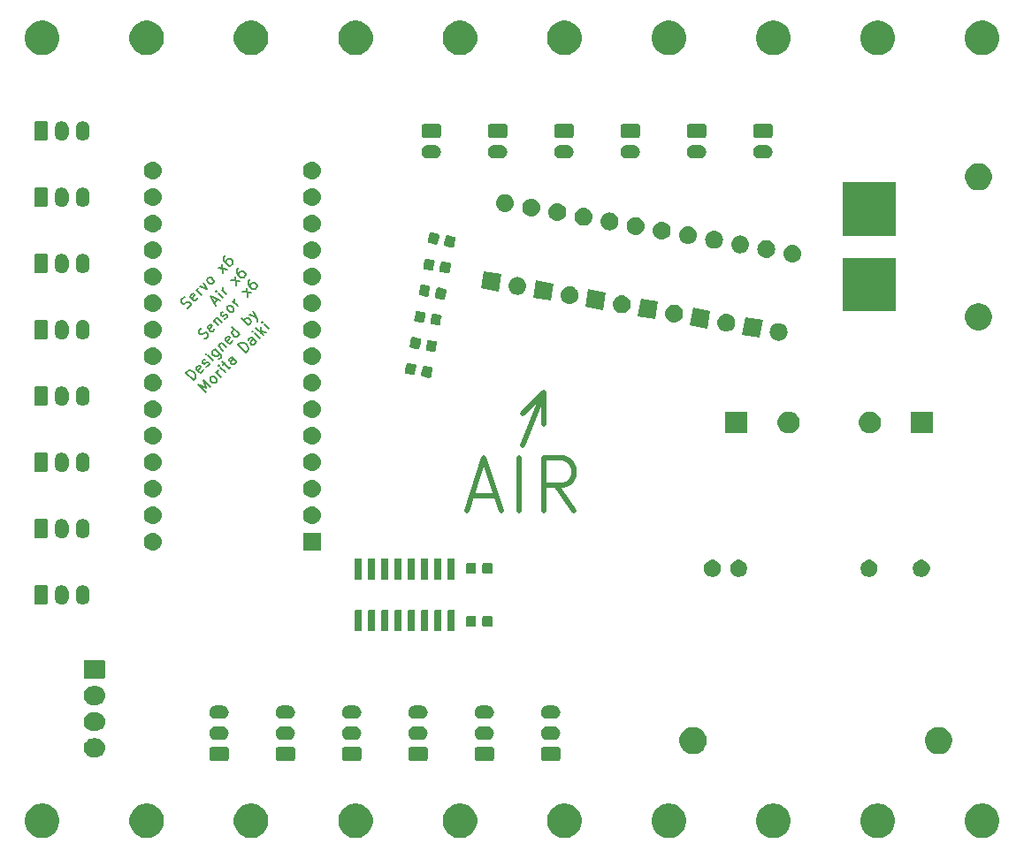
<source format=gts>
G04 #@! TF.GenerationSoftware,KiCad,Pcbnew,(5.1.2)-1*
G04 #@! TF.CreationDate,2019-08-22T01:38:59+09:00*
G04 #@! TF.ProjectId,AIR_SRV_SIX,4149525f-5352-4565-9f53-49582e6b6963,rev?*
G04 #@! TF.SameCoordinates,PXaba9500PY47868c0*
G04 #@! TF.FileFunction,Soldermask,Top*
G04 #@! TF.FilePolarity,Negative*
%FSLAX46Y46*%
G04 Gerber Fmt 4.6, Leading zero omitted, Abs format (unit mm)*
G04 Created by KiCad (PCBNEW (5.1.2)-1) date 2019-08-22 01:38:59*
%MOMM*%
%LPD*%
G04 APERTURE LIST*
%ADD10C,0.500000*%
%ADD11C,0.150000*%
%ADD12C,0.100000*%
G04 APERTURE END LIST*
D10*
X46119047Y-48833333D02*
X48500000Y-48833333D01*
X45642857Y-50261904D02*
X47309523Y-45261904D01*
X48976190Y-50261904D01*
X50642857Y-50261904D02*
X50642857Y-45261904D01*
X55880952Y-50261904D02*
X54214285Y-47880952D01*
X53023809Y-50261904D02*
X53023809Y-45261904D01*
X54928571Y-45261904D01*
X55404761Y-45500000D01*
X55642857Y-45738095D01*
X55880952Y-46214285D01*
X55880952Y-46928571D01*
X55642857Y-47404761D01*
X55404761Y-47642857D01*
X54928571Y-47880952D01*
X53023809Y-47880952D01*
X53000000Y-39000000D02*
X53000000Y-42000000D01*
X53000000Y-39000000D02*
X51000000Y-41000000D01*
X51000000Y-44000000D02*
X53000000Y-39000000D01*
D11*
X20543992Y-33828427D02*
X20678679Y-33761083D01*
X20847038Y-33592724D01*
X20880710Y-33491709D01*
X20880710Y-33424366D01*
X20847038Y-33323350D01*
X20779694Y-33256007D01*
X20678679Y-33222335D01*
X20611336Y-33222335D01*
X20510320Y-33256007D01*
X20341962Y-33357022D01*
X20240946Y-33390694D01*
X20173603Y-33390694D01*
X20072588Y-33357022D01*
X20005244Y-33289679D01*
X19971572Y-33188663D01*
X19971572Y-33121320D01*
X20005244Y-33020305D01*
X20173603Y-32851946D01*
X20308290Y-32784602D01*
X21520473Y-32851946D02*
X21486801Y-32952961D01*
X21352114Y-33087648D01*
X21251099Y-33121320D01*
X21150084Y-33087648D01*
X20880710Y-32818274D01*
X20847038Y-32717259D01*
X20880710Y-32616244D01*
X21015397Y-32481557D01*
X21116412Y-32447885D01*
X21217427Y-32481557D01*
X21284771Y-32548900D01*
X21015397Y-32952961D01*
X21419458Y-32077496D02*
X21890862Y-32548900D01*
X21486801Y-32144839D02*
X21486801Y-32077496D01*
X21520473Y-31976480D01*
X21621488Y-31875465D01*
X21722503Y-31841793D01*
X21823519Y-31875465D01*
X22193908Y-32245854D01*
X22463282Y-31909137D02*
X22564297Y-31875465D01*
X22698984Y-31740778D01*
X22732656Y-31639763D01*
X22698984Y-31538748D01*
X22665312Y-31505076D01*
X22564297Y-31471404D01*
X22463282Y-31505076D01*
X22362267Y-31606091D01*
X22261251Y-31639763D01*
X22160236Y-31606091D01*
X22126564Y-31572419D01*
X22092893Y-31471404D01*
X22126564Y-31370389D01*
X22227580Y-31269374D01*
X22328595Y-31235702D01*
X23204061Y-31235702D02*
X23103045Y-31269374D01*
X23035702Y-31269374D01*
X22934687Y-31235702D01*
X22732656Y-31033671D01*
X22698984Y-30932656D01*
X22698984Y-30865312D01*
X22732656Y-30764297D01*
X22833671Y-30663282D01*
X22934687Y-30629610D01*
X23002030Y-30629610D01*
X23103045Y-30663282D01*
X23305076Y-30865312D01*
X23338748Y-30966328D01*
X23338748Y-31033671D01*
X23305076Y-31134687D01*
X23204061Y-31235702D01*
X23742809Y-30696954D02*
X23271404Y-30225549D01*
X23406091Y-30360236D02*
X23372419Y-30259221D01*
X23372419Y-30191877D01*
X23406091Y-30090862D01*
X23473435Y-30023519D01*
X24651946Y-29787816D02*
X24550931Y-28946023D01*
X24180541Y-29316412D02*
X25022335Y-29417427D01*
X24887648Y-28137901D02*
X24752961Y-28272588D01*
X24719289Y-28373603D01*
X24719289Y-28440946D01*
X24752961Y-28609305D01*
X24853976Y-28777664D01*
X25123350Y-29047038D01*
X25224366Y-29080710D01*
X25291709Y-29080710D01*
X25392724Y-29047038D01*
X25527411Y-28912351D01*
X25561083Y-28811336D01*
X25561083Y-28743992D01*
X25527411Y-28642977D01*
X25359053Y-28474618D01*
X25258037Y-28440946D01*
X25190694Y-28440946D01*
X25089679Y-28474618D01*
X24954992Y-28609305D01*
X24921320Y-28710320D01*
X24921320Y-28777664D01*
X24954992Y-28878679D01*
X21469965Y-30365736D02*
X21806683Y-30029018D01*
X21604652Y-30635110D02*
X21133248Y-29692301D01*
X22076057Y-30163705D01*
X22311759Y-29928003D02*
X21840355Y-29456599D01*
X21604652Y-29220896D02*
X21604652Y-29288240D01*
X21671996Y-29288240D01*
X21671996Y-29220896D01*
X21604652Y-29220896D01*
X21671996Y-29288240D01*
X22648477Y-29591286D02*
X22177072Y-29119881D01*
X22311759Y-29254568D02*
X22278087Y-29153553D01*
X22278087Y-29086209D01*
X22311759Y-28985194D01*
X22379103Y-28917851D01*
X23557614Y-28682148D02*
X23456599Y-27840355D01*
X23086209Y-28210744D02*
X23928003Y-28311759D01*
X23793316Y-27032233D02*
X23658629Y-27166920D01*
X23624957Y-27267935D01*
X23624957Y-27335278D01*
X23658629Y-27503637D01*
X23759644Y-27671996D01*
X24029018Y-27941370D01*
X24130034Y-27975042D01*
X24197377Y-27975042D01*
X24298392Y-27941370D01*
X24433079Y-27806683D01*
X24466751Y-27705668D01*
X24466751Y-27638324D01*
X24433079Y-27537309D01*
X24264721Y-27368950D01*
X24163705Y-27335278D01*
X24096362Y-27335278D01*
X23995347Y-27368950D01*
X23860660Y-27503637D01*
X23826988Y-27604652D01*
X23826988Y-27671996D01*
X23860660Y-27773011D01*
X18880710Y-30891709D02*
X19015397Y-30824366D01*
X19183755Y-30656007D01*
X19217427Y-30554992D01*
X19217427Y-30487648D01*
X19183755Y-30386633D01*
X19116412Y-30319289D01*
X19015397Y-30285618D01*
X18948053Y-30285618D01*
X18847038Y-30319289D01*
X18678679Y-30420305D01*
X18577664Y-30453976D01*
X18510320Y-30453976D01*
X18409305Y-30420305D01*
X18341962Y-30352961D01*
X18308290Y-30251946D01*
X18308290Y-30184602D01*
X18341962Y-30083587D01*
X18510320Y-29915228D01*
X18645007Y-29847885D01*
X19857190Y-29915228D02*
X19823519Y-30016244D01*
X19688832Y-30150931D01*
X19587816Y-30184602D01*
X19486801Y-30150931D01*
X19217427Y-29881557D01*
X19183755Y-29780541D01*
X19217427Y-29679526D01*
X19352114Y-29544839D01*
X19453129Y-29511167D01*
X19554145Y-29544839D01*
X19621488Y-29612183D01*
X19352114Y-30016244D01*
X20227580Y-29612183D02*
X19756175Y-29140778D01*
X19890862Y-29275465D02*
X19857190Y-29174450D01*
X19857190Y-29107106D01*
X19890862Y-29006091D01*
X19958206Y-28938748D01*
X20126564Y-28770389D02*
X20766328Y-29073435D01*
X20463282Y-28433671D01*
X21305076Y-28534687D02*
X21204061Y-28568358D01*
X21136717Y-28568358D01*
X21035702Y-28534687D01*
X20833671Y-28332656D01*
X20800000Y-28231641D01*
X20800000Y-28164297D01*
X20833671Y-28063282D01*
X20934687Y-27962267D01*
X21035702Y-27928595D01*
X21103045Y-27928595D01*
X21204061Y-27962267D01*
X21406091Y-28164297D01*
X21439763Y-28265312D01*
X21439763Y-28332656D01*
X21406091Y-28433671D01*
X21305076Y-28534687D01*
X22315228Y-27524534D02*
X22214213Y-26682740D01*
X21843824Y-27053129D02*
X22685618Y-27154145D01*
X22550931Y-25874618D02*
X22416244Y-26009305D01*
X22382572Y-26110320D01*
X22382572Y-26177664D01*
X22416244Y-26346023D01*
X22517259Y-26514381D01*
X22786633Y-26783755D01*
X22887648Y-26817427D01*
X22954992Y-26817427D01*
X23056007Y-26783755D01*
X23190694Y-26649068D01*
X23224366Y-26548053D01*
X23224366Y-26480710D01*
X23190694Y-26379694D01*
X23022335Y-26211336D01*
X22921320Y-26177664D01*
X22853976Y-26177664D01*
X22752961Y-26211336D01*
X22618274Y-26346023D01*
X22584602Y-26447038D01*
X22584602Y-26514381D01*
X22618274Y-26615397D01*
X19472389Y-37800648D02*
X18765282Y-37093541D01*
X18933641Y-36925182D01*
X19068328Y-36857838D01*
X19203015Y-36857838D01*
X19304030Y-36891510D01*
X19472389Y-36992525D01*
X19573404Y-37093541D01*
X19674419Y-37261900D01*
X19708091Y-37362915D01*
X19708091Y-37497602D01*
X19640748Y-37632289D01*
X19472389Y-37800648D01*
X20415198Y-36790495D02*
X20381526Y-36891510D01*
X20246839Y-37026197D01*
X20145824Y-37059869D01*
X20044809Y-37026197D01*
X19775435Y-36756823D01*
X19741763Y-36655808D01*
X19775435Y-36554793D01*
X19910122Y-36420106D01*
X20011137Y-36386434D01*
X20112152Y-36420106D01*
X20179496Y-36487449D01*
X19910122Y-36891510D01*
X20718244Y-36487449D02*
X20819259Y-36453777D01*
X20953946Y-36319090D01*
X20987618Y-36218075D01*
X20953946Y-36117060D01*
X20920274Y-36083388D01*
X20819259Y-36049716D01*
X20718244Y-36083388D01*
X20617228Y-36184403D01*
X20516213Y-36218075D01*
X20415198Y-36184403D01*
X20381526Y-36150732D01*
X20347854Y-36049716D01*
X20381526Y-35948701D01*
X20482541Y-35847686D01*
X20583557Y-35814014D01*
X21358007Y-35915029D02*
X20886602Y-35443625D01*
X20650900Y-35207923D02*
X20650900Y-35275266D01*
X20718244Y-35275266D01*
X20718244Y-35207923D01*
X20650900Y-35207923D01*
X20718244Y-35275266D01*
X21526366Y-34803862D02*
X22098785Y-35376281D01*
X22132457Y-35477297D01*
X22132457Y-35544640D01*
X22098785Y-35645655D01*
X21997770Y-35746671D01*
X21896755Y-35780342D01*
X21964098Y-35241594D02*
X21930427Y-35342610D01*
X21795740Y-35477297D01*
X21694724Y-35510968D01*
X21627381Y-35510968D01*
X21526366Y-35477297D01*
X21324335Y-35275266D01*
X21290663Y-35174251D01*
X21290663Y-35106907D01*
X21324335Y-35005892D01*
X21459022Y-34871205D01*
X21560037Y-34837533D01*
X21863083Y-34467144D02*
X22334488Y-34938549D01*
X21930427Y-34534488D02*
X21930427Y-34467144D01*
X21964098Y-34366129D01*
X22065114Y-34265114D01*
X22166129Y-34231442D01*
X22267144Y-34265114D01*
X22637533Y-34635503D01*
X23209953Y-33995740D02*
X23176281Y-34096755D01*
X23041594Y-34231442D01*
X22940579Y-34265114D01*
X22839564Y-34231442D01*
X22570190Y-33962068D01*
X22536518Y-33861053D01*
X22570190Y-33760037D01*
X22704877Y-33625350D01*
X22805892Y-33591679D01*
X22906907Y-33625350D01*
X22974251Y-33692694D01*
X22704877Y-34096755D01*
X23883388Y-33389648D02*
X23176281Y-32682541D01*
X23849716Y-33355976D02*
X23816045Y-33456992D01*
X23681358Y-33591679D01*
X23580342Y-33625350D01*
X23512999Y-33625350D01*
X23411984Y-33591679D01*
X23209953Y-33389648D01*
X23176281Y-33288633D01*
X23176281Y-33221289D01*
X23209953Y-33120274D01*
X23344640Y-32985587D01*
X23445655Y-32951915D01*
X24758854Y-32514183D02*
X24051747Y-31807076D01*
X24321121Y-32076450D02*
X24354793Y-31975435D01*
X24489480Y-31840748D01*
X24590495Y-31807076D01*
X24657838Y-31807076D01*
X24758854Y-31840748D01*
X24960884Y-32042778D01*
X24994556Y-32143793D01*
X24994556Y-32211137D01*
X24960884Y-32312152D01*
X24826197Y-32446839D01*
X24725182Y-32480511D01*
X24859869Y-31470358D02*
X25499632Y-31773404D01*
X25196587Y-31133641D02*
X25499632Y-31773404D01*
X25600648Y-32009106D01*
X25600648Y-32076450D01*
X25566976Y-32177465D01*
X20672787Y-38933702D02*
X19965680Y-38226595D01*
X20706458Y-38495969D01*
X20437084Y-37755190D01*
X21144191Y-38462297D01*
X21581924Y-38024564D02*
X21480909Y-38058236D01*
X21413565Y-38058236D01*
X21312550Y-38024564D01*
X21110519Y-37822534D01*
X21076848Y-37721519D01*
X21076848Y-37654175D01*
X21110519Y-37553160D01*
X21211535Y-37452145D01*
X21312550Y-37418473D01*
X21379893Y-37418473D01*
X21480909Y-37452145D01*
X21682939Y-37654175D01*
X21716611Y-37755190D01*
X21716611Y-37822534D01*
X21682939Y-37923549D01*
X21581924Y-38024564D01*
X22120672Y-37485816D02*
X21649267Y-37014412D01*
X21783954Y-37149099D02*
X21750283Y-37048084D01*
X21750283Y-36980740D01*
X21783954Y-36879725D01*
X21851298Y-36812381D01*
X22558405Y-37048084D02*
X22087000Y-36576679D01*
X21851298Y-36340977D02*
X21851298Y-36408320D01*
X21918641Y-36408320D01*
X21918641Y-36340977D01*
X21851298Y-36340977D01*
X21918641Y-36408320D01*
X22322702Y-36340977D02*
X22592076Y-36071603D01*
X22188015Y-36004259D02*
X22794107Y-36610351D01*
X22895122Y-36644023D01*
X22996137Y-36610351D01*
X23063481Y-36543007D01*
X23602229Y-36004259D02*
X23231840Y-35633870D01*
X23130824Y-35600198D01*
X23029809Y-35633870D01*
X22895122Y-35768557D01*
X22861450Y-35869572D01*
X23568557Y-35970588D02*
X23534885Y-36071603D01*
X23366527Y-36239962D01*
X23265511Y-36273633D01*
X23164496Y-36239962D01*
X23097153Y-36172618D01*
X23063481Y-36071603D01*
X23097153Y-35970588D01*
X23265511Y-35802229D01*
X23299183Y-35701214D01*
X24477694Y-35128794D02*
X23770588Y-34421687D01*
X23938946Y-34253328D01*
X24073633Y-34185985D01*
X24208320Y-34185985D01*
X24309336Y-34219657D01*
X24477694Y-34320672D01*
X24578710Y-34421687D01*
X24679725Y-34590046D01*
X24713397Y-34691061D01*
X24713397Y-34825748D01*
X24646053Y-34960435D01*
X24477694Y-35128794D01*
X25487847Y-34118641D02*
X25117458Y-33748252D01*
X25016442Y-33714580D01*
X24915427Y-33748252D01*
X24780740Y-33882939D01*
X24747068Y-33983954D01*
X25454175Y-34084970D02*
X25420503Y-34185985D01*
X25252145Y-34354344D01*
X25151129Y-34388015D01*
X25050114Y-34354344D01*
X24982771Y-34287000D01*
X24949099Y-34185985D01*
X24982771Y-34084970D01*
X25151129Y-33916611D01*
X25184801Y-33815596D01*
X25824564Y-33781924D02*
X25353160Y-33310519D01*
X25117458Y-33074817D02*
X25117458Y-33142161D01*
X25184801Y-33142161D01*
X25184801Y-33074817D01*
X25117458Y-33074817D01*
X25184801Y-33142161D01*
X26161282Y-33445206D02*
X25454175Y-32738099D01*
X25959251Y-33108489D02*
X26430656Y-33175832D01*
X25959251Y-32704428D02*
X25959251Y-33243176D01*
X26733702Y-32872787D02*
X26262297Y-32401382D01*
X26026595Y-32165680D02*
X26026595Y-32233023D01*
X26093938Y-32233023D01*
X26093938Y-32165680D01*
X26026595Y-32165680D01*
X26093938Y-32233023D01*
D12*
G36*
X5375256Y-78391298D02*
G01*
X5481579Y-78412447D01*
X5782042Y-78536903D01*
X6052451Y-78717585D01*
X6282415Y-78947549D01*
X6463097Y-79217958D01*
X6587553Y-79518421D01*
X6651000Y-79837391D01*
X6651000Y-80162609D01*
X6587553Y-80481579D01*
X6463097Y-80782042D01*
X6282415Y-81052451D01*
X6052451Y-81282415D01*
X5782042Y-81463097D01*
X5481579Y-81587553D01*
X5375256Y-81608702D01*
X5162611Y-81651000D01*
X4837389Y-81651000D01*
X4624744Y-81608702D01*
X4518421Y-81587553D01*
X4217958Y-81463097D01*
X3947549Y-81282415D01*
X3717585Y-81052451D01*
X3536903Y-80782042D01*
X3412447Y-80481579D01*
X3349000Y-80162609D01*
X3349000Y-79837391D01*
X3412447Y-79518421D01*
X3536903Y-79217958D01*
X3717585Y-78947549D01*
X3947549Y-78717585D01*
X4217958Y-78536903D01*
X4518421Y-78412447D01*
X4624744Y-78391298D01*
X4837389Y-78349000D01*
X5162611Y-78349000D01*
X5375256Y-78391298D01*
X5375256Y-78391298D01*
G37*
G36*
X85375256Y-78391298D02*
G01*
X85481579Y-78412447D01*
X85782042Y-78536903D01*
X86052451Y-78717585D01*
X86282415Y-78947549D01*
X86463097Y-79217958D01*
X86587553Y-79518421D01*
X86651000Y-79837391D01*
X86651000Y-80162609D01*
X86587553Y-80481579D01*
X86463097Y-80782042D01*
X86282415Y-81052451D01*
X86052451Y-81282415D01*
X85782042Y-81463097D01*
X85481579Y-81587553D01*
X85375256Y-81608702D01*
X85162611Y-81651000D01*
X84837389Y-81651000D01*
X84624744Y-81608702D01*
X84518421Y-81587553D01*
X84217958Y-81463097D01*
X83947549Y-81282415D01*
X83717585Y-81052451D01*
X83536903Y-80782042D01*
X83412447Y-80481579D01*
X83349000Y-80162609D01*
X83349000Y-79837391D01*
X83412447Y-79518421D01*
X83536903Y-79217958D01*
X83717585Y-78947549D01*
X83947549Y-78717585D01*
X84217958Y-78536903D01*
X84518421Y-78412447D01*
X84624744Y-78391298D01*
X84837389Y-78349000D01*
X85162611Y-78349000D01*
X85375256Y-78391298D01*
X85375256Y-78391298D01*
G37*
G36*
X75375256Y-78391298D02*
G01*
X75481579Y-78412447D01*
X75782042Y-78536903D01*
X76052451Y-78717585D01*
X76282415Y-78947549D01*
X76463097Y-79217958D01*
X76587553Y-79518421D01*
X76651000Y-79837391D01*
X76651000Y-80162609D01*
X76587553Y-80481579D01*
X76463097Y-80782042D01*
X76282415Y-81052451D01*
X76052451Y-81282415D01*
X75782042Y-81463097D01*
X75481579Y-81587553D01*
X75375256Y-81608702D01*
X75162611Y-81651000D01*
X74837389Y-81651000D01*
X74624744Y-81608702D01*
X74518421Y-81587553D01*
X74217958Y-81463097D01*
X73947549Y-81282415D01*
X73717585Y-81052451D01*
X73536903Y-80782042D01*
X73412447Y-80481579D01*
X73349000Y-80162609D01*
X73349000Y-79837391D01*
X73412447Y-79518421D01*
X73536903Y-79217958D01*
X73717585Y-78947549D01*
X73947549Y-78717585D01*
X74217958Y-78536903D01*
X74518421Y-78412447D01*
X74624744Y-78391298D01*
X74837389Y-78349000D01*
X75162611Y-78349000D01*
X75375256Y-78391298D01*
X75375256Y-78391298D01*
G37*
G36*
X95375256Y-78391298D02*
G01*
X95481579Y-78412447D01*
X95782042Y-78536903D01*
X96052451Y-78717585D01*
X96282415Y-78947549D01*
X96463097Y-79217958D01*
X96587553Y-79518421D01*
X96651000Y-79837391D01*
X96651000Y-80162609D01*
X96587553Y-80481579D01*
X96463097Y-80782042D01*
X96282415Y-81052451D01*
X96052451Y-81282415D01*
X95782042Y-81463097D01*
X95481579Y-81587553D01*
X95375256Y-81608702D01*
X95162611Y-81651000D01*
X94837389Y-81651000D01*
X94624744Y-81608702D01*
X94518421Y-81587553D01*
X94217958Y-81463097D01*
X93947549Y-81282415D01*
X93717585Y-81052451D01*
X93536903Y-80782042D01*
X93412447Y-80481579D01*
X93349000Y-80162609D01*
X93349000Y-79837391D01*
X93412447Y-79518421D01*
X93536903Y-79217958D01*
X93717585Y-78947549D01*
X93947549Y-78717585D01*
X94217958Y-78536903D01*
X94518421Y-78412447D01*
X94624744Y-78391298D01*
X94837389Y-78349000D01*
X95162611Y-78349000D01*
X95375256Y-78391298D01*
X95375256Y-78391298D01*
G37*
G36*
X65375256Y-78391298D02*
G01*
X65481579Y-78412447D01*
X65782042Y-78536903D01*
X66052451Y-78717585D01*
X66282415Y-78947549D01*
X66463097Y-79217958D01*
X66587553Y-79518421D01*
X66651000Y-79837391D01*
X66651000Y-80162609D01*
X66587553Y-80481579D01*
X66463097Y-80782042D01*
X66282415Y-81052451D01*
X66052451Y-81282415D01*
X65782042Y-81463097D01*
X65481579Y-81587553D01*
X65375256Y-81608702D01*
X65162611Y-81651000D01*
X64837389Y-81651000D01*
X64624744Y-81608702D01*
X64518421Y-81587553D01*
X64217958Y-81463097D01*
X63947549Y-81282415D01*
X63717585Y-81052451D01*
X63536903Y-80782042D01*
X63412447Y-80481579D01*
X63349000Y-80162609D01*
X63349000Y-79837391D01*
X63412447Y-79518421D01*
X63536903Y-79217958D01*
X63717585Y-78947549D01*
X63947549Y-78717585D01*
X64217958Y-78536903D01*
X64518421Y-78412447D01*
X64624744Y-78391298D01*
X64837389Y-78349000D01*
X65162611Y-78349000D01*
X65375256Y-78391298D01*
X65375256Y-78391298D01*
G37*
G36*
X55375256Y-78391298D02*
G01*
X55481579Y-78412447D01*
X55782042Y-78536903D01*
X56052451Y-78717585D01*
X56282415Y-78947549D01*
X56463097Y-79217958D01*
X56587553Y-79518421D01*
X56651000Y-79837391D01*
X56651000Y-80162609D01*
X56587553Y-80481579D01*
X56463097Y-80782042D01*
X56282415Y-81052451D01*
X56052451Y-81282415D01*
X55782042Y-81463097D01*
X55481579Y-81587553D01*
X55375256Y-81608702D01*
X55162611Y-81651000D01*
X54837389Y-81651000D01*
X54624744Y-81608702D01*
X54518421Y-81587553D01*
X54217958Y-81463097D01*
X53947549Y-81282415D01*
X53717585Y-81052451D01*
X53536903Y-80782042D01*
X53412447Y-80481579D01*
X53349000Y-80162609D01*
X53349000Y-79837391D01*
X53412447Y-79518421D01*
X53536903Y-79217958D01*
X53717585Y-78947549D01*
X53947549Y-78717585D01*
X54217958Y-78536903D01*
X54518421Y-78412447D01*
X54624744Y-78391298D01*
X54837389Y-78349000D01*
X55162611Y-78349000D01*
X55375256Y-78391298D01*
X55375256Y-78391298D01*
G37*
G36*
X35375256Y-78391298D02*
G01*
X35481579Y-78412447D01*
X35782042Y-78536903D01*
X36052451Y-78717585D01*
X36282415Y-78947549D01*
X36463097Y-79217958D01*
X36587553Y-79518421D01*
X36651000Y-79837391D01*
X36651000Y-80162609D01*
X36587553Y-80481579D01*
X36463097Y-80782042D01*
X36282415Y-81052451D01*
X36052451Y-81282415D01*
X35782042Y-81463097D01*
X35481579Y-81587553D01*
X35375256Y-81608702D01*
X35162611Y-81651000D01*
X34837389Y-81651000D01*
X34624744Y-81608702D01*
X34518421Y-81587553D01*
X34217958Y-81463097D01*
X33947549Y-81282415D01*
X33717585Y-81052451D01*
X33536903Y-80782042D01*
X33412447Y-80481579D01*
X33349000Y-80162609D01*
X33349000Y-79837391D01*
X33412447Y-79518421D01*
X33536903Y-79217958D01*
X33717585Y-78947549D01*
X33947549Y-78717585D01*
X34217958Y-78536903D01*
X34518421Y-78412447D01*
X34624744Y-78391298D01*
X34837389Y-78349000D01*
X35162611Y-78349000D01*
X35375256Y-78391298D01*
X35375256Y-78391298D01*
G37*
G36*
X25375256Y-78391298D02*
G01*
X25481579Y-78412447D01*
X25782042Y-78536903D01*
X26052451Y-78717585D01*
X26282415Y-78947549D01*
X26463097Y-79217958D01*
X26587553Y-79518421D01*
X26651000Y-79837391D01*
X26651000Y-80162609D01*
X26587553Y-80481579D01*
X26463097Y-80782042D01*
X26282415Y-81052451D01*
X26052451Y-81282415D01*
X25782042Y-81463097D01*
X25481579Y-81587553D01*
X25375256Y-81608702D01*
X25162611Y-81651000D01*
X24837389Y-81651000D01*
X24624744Y-81608702D01*
X24518421Y-81587553D01*
X24217958Y-81463097D01*
X23947549Y-81282415D01*
X23717585Y-81052451D01*
X23536903Y-80782042D01*
X23412447Y-80481579D01*
X23349000Y-80162609D01*
X23349000Y-79837391D01*
X23412447Y-79518421D01*
X23536903Y-79217958D01*
X23717585Y-78947549D01*
X23947549Y-78717585D01*
X24217958Y-78536903D01*
X24518421Y-78412447D01*
X24624744Y-78391298D01*
X24837389Y-78349000D01*
X25162611Y-78349000D01*
X25375256Y-78391298D01*
X25375256Y-78391298D01*
G37*
G36*
X15375256Y-78391298D02*
G01*
X15481579Y-78412447D01*
X15782042Y-78536903D01*
X16052451Y-78717585D01*
X16282415Y-78947549D01*
X16463097Y-79217958D01*
X16587553Y-79518421D01*
X16651000Y-79837391D01*
X16651000Y-80162609D01*
X16587553Y-80481579D01*
X16463097Y-80782042D01*
X16282415Y-81052451D01*
X16052451Y-81282415D01*
X15782042Y-81463097D01*
X15481579Y-81587553D01*
X15375256Y-81608702D01*
X15162611Y-81651000D01*
X14837389Y-81651000D01*
X14624744Y-81608702D01*
X14518421Y-81587553D01*
X14217958Y-81463097D01*
X13947549Y-81282415D01*
X13717585Y-81052451D01*
X13536903Y-80782042D01*
X13412447Y-80481579D01*
X13349000Y-80162609D01*
X13349000Y-79837391D01*
X13412447Y-79518421D01*
X13536903Y-79217958D01*
X13717585Y-78947549D01*
X13947549Y-78717585D01*
X14217958Y-78536903D01*
X14518421Y-78412447D01*
X14624744Y-78391298D01*
X14837389Y-78349000D01*
X15162611Y-78349000D01*
X15375256Y-78391298D01*
X15375256Y-78391298D01*
G37*
G36*
X45375256Y-78391298D02*
G01*
X45481579Y-78412447D01*
X45782042Y-78536903D01*
X46052451Y-78717585D01*
X46282415Y-78947549D01*
X46463097Y-79217958D01*
X46587553Y-79518421D01*
X46651000Y-79837391D01*
X46651000Y-80162609D01*
X46587553Y-80481579D01*
X46463097Y-80782042D01*
X46282415Y-81052451D01*
X46052451Y-81282415D01*
X45782042Y-81463097D01*
X45481579Y-81587553D01*
X45375256Y-81608702D01*
X45162611Y-81651000D01*
X44837389Y-81651000D01*
X44624744Y-81608702D01*
X44518421Y-81587553D01*
X44217958Y-81463097D01*
X43947549Y-81282415D01*
X43717585Y-81052451D01*
X43536903Y-80782042D01*
X43412447Y-80481579D01*
X43349000Y-80162609D01*
X43349000Y-79837391D01*
X43412447Y-79518421D01*
X43536903Y-79217958D01*
X43717585Y-78947549D01*
X43947549Y-78717585D01*
X44217958Y-78536903D01*
X44518421Y-78412447D01*
X44624744Y-78391298D01*
X44837389Y-78349000D01*
X45162611Y-78349000D01*
X45375256Y-78391298D01*
X45375256Y-78391298D01*
G37*
G36*
X41746242Y-72943404D02*
G01*
X41783337Y-72954657D01*
X41817515Y-72972925D01*
X41847481Y-72997519D01*
X41872075Y-73027485D01*
X41890343Y-73061663D01*
X41901596Y-73098758D01*
X41906000Y-73143474D01*
X41906000Y-74036526D01*
X41901596Y-74081242D01*
X41890343Y-74118337D01*
X41872075Y-74152515D01*
X41847481Y-74182481D01*
X41817515Y-74207075D01*
X41783337Y-74225343D01*
X41746242Y-74236596D01*
X41701526Y-74241000D01*
X40258474Y-74241000D01*
X40213758Y-74236596D01*
X40176663Y-74225343D01*
X40142485Y-74207075D01*
X40112519Y-74182481D01*
X40087925Y-74152515D01*
X40069657Y-74118337D01*
X40058404Y-74081242D01*
X40054000Y-74036526D01*
X40054000Y-73143474D01*
X40058404Y-73098758D01*
X40069657Y-73061663D01*
X40087925Y-73027485D01*
X40112519Y-72997519D01*
X40142485Y-72972925D01*
X40176663Y-72954657D01*
X40213758Y-72943404D01*
X40258474Y-72939000D01*
X41701526Y-72939000D01*
X41746242Y-72943404D01*
X41746242Y-72943404D01*
G37*
G36*
X35396242Y-72943404D02*
G01*
X35433337Y-72954657D01*
X35467515Y-72972925D01*
X35497481Y-72997519D01*
X35522075Y-73027485D01*
X35540343Y-73061663D01*
X35551596Y-73098758D01*
X35556000Y-73143474D01*
X35556000Y-74036526D01*
X35551596Y-74081242D01*
X35540343Y-74118337D01*
X35522075Y-74152515D01*
X35497481Y-74182481D01*
X35467515Y-74207075D01*
X35433337Y-74225343D01*
X35396242Y-74236596D01*
X35351526Y-74241000D01*
X33908474Y-74241000D01*
X33863758Y-74236596D01*
X33826663Y-74225343D01*
X33792485Y-74207075D01*
X33762519Y-74182481D01*
X33737925Y-74152515D01*
X33719657Y-74118337D01*
X33708404Y-74081242D01*
X33704000Y-74036526D01*
X33704000Y-73143474D01*
X33708404Y-73098758D01*
X33719657Y-73061663D01*
X33737925Y-73027485D01*
X33762519Y-72997519D01*
X33792485Y-72972925D01*
X33826663Y-72954657D01*
X33863758Y-72943404D01*
X33908474Y-72939000D01*
X35351526Y-72939000D01*
X35396242Y-72943404D01*
X35396242Y-72943404D01*
G37*
G36*
X54446242Y-72943404D02*
G01*
X54483337Y-72954657D01*
X54517515Y-72972925D01*
X54547481Y-72997519D01*
X54572075Y-73027485D01*
X54590343Y-73061663D01*
X54601596Y-73098758D01*
X54606000Y-73143474D01*
X54606000Y-74036526D01*
X54601596Y-74081242D01*
X54590343Y-74118337D01*
X54572075Y-74152515D01*
X54547481Y-74182481D01*
X54517515Y-74207075D01*
X54483337Y-74225343D01*
X54446242Y-74236596D01*
X54401526Y-74241000D01*
X52958474Y-74241000D01*
X52913758Y-74236596D01*
X52876663Y-74225343D01*
X52842485Y-74207075D01*
X52812519Y-74182481D01*
X52787925Y-74152515D01*
X52769657Y-74118337D01*
X52758404Y-74081242D01*
X52754000Y-74036526D01*
X52754000Y-73143474D01*
X52758404Y-73098758D01*
X52769657Y-73061663D01*
X52787925Y-73027485D01*
X52812519Y-72997519D01*
X52842485Y-72972925D01*
X52876663Y-72954657D01*
X52913758Y-72943404D01*
X52958474Y-72939000D01*
X54401526Y-72939000D01*
X54446242Y-72943404D01*
X54446242Y-72943404D01*
G37*
G36*
X22696242Y-72943404D02*
G01*
X22733337Y-72954657D01*
X22767515Y-72972925D01*
X22797481Y-72997519D01*
X22822075Y-73027485D01*
X22840343Y-73061663D01*
X22851596Y-73098758D01*
X22856000Y-73143474D01*
X22856000Y-74036526D01*
X22851596Y-74081242D01*
X22840343Y-74118337D01*
X22822075Y-74152515D01*
X22797481Y-74182481D01*
X22767515Y-74207075D01*
X22733337Y-74225343D01*
X22696242Y-74236596D01*
X22651526Y-74241000D01*
X21208474Y-74241000D01*
X21163758Y-74236596D01*
X21126663Y-74225343D01*
X21092485Y-74207075D01*
X21062519Y-74182481D01*
X21037925Y-74152515D01*
X21019657Y-74118337D01*
X21008404Y-74081242D01*
X21004000Y-74036526D01*
X21004000Y-73143474D01*
X21008404Y-73098758D01*
X21019657Y-73061663D01*
X21037925Y-73027485D01*
X21062519Y-72997519D01*
X21092485Y-72972925D01*
X21126663Y-72954657D01*
X21163758Y-72943404D01*
X21208474Y-72939000D01*
X22651526Y-72939000D01*
X22696242Y-72943404D01*
X22696242Y-72943404D01*
G37*
G36*
X29046242Y-72943404D02*
G01*
X29083337Y-72954657D01*
X29117515Y-72972925D01*
X29147481Y-72997519D01*
X29172075Y-73027485D01*
X29190343Y-73061663D01*
X29201596Y-73098758D01*
X29206000Y-73143474D01*
X29206000Y-74036526D01*
X29201596Y-74081242D01*
X29190343Y-74118337D01*
X29172075Y-74152515D01*
X29147481Y-74182481D01*
X29117515Y-74207075D01*
X29083337Y-74225343D01*
X29046242Y-74236596D01*
X29001526Y-74241000D01*
X27558474Y-74241000D01*
X27513758Y-74236596D01*
X27476663Y-74225343D01*
X27442485Y-74207075D01*
X27412519Y-74182481D01*
X27387925Y-74152515D01*
X27369657Y-74118337D01*
X27358404Y-74081242D01*
X27354000Y-74036526D01*
X27354000Y-73143474D01*
X27358404Y-73098758D01*
X27369657Y-73061663D01*
X27387925Y-73027485D01*
X27412519Y-72997519D01*
X27442485Y-72972925D01*
X27476663Y-72954657D01*
X27513758Y-72943404D01*
X27558474Y-72939000D01*
X29001526Y-72939000D01*
X29046242Y-72943404D01*
X29046242Y-72943404D01*
G37*
G36*
X48096242Y-72943404D02*
G01*
X48133337Y-72954657D01*
X48167515Y-72972925D01*
X48197481Y-72997519D01*
X48222075Y-73027485D01*
X48240343Y-73061663D01*
X48251596Y-73098758D01*
X48256000Y-73143474D01*
X48256000Y-74036526D01*
X48251596Y-74081242D01*
X48240343Y-74118337D01*
X48222075Y-74152515D01*
X48197481Y-74182481D01*
X48167515Y-74207075D01*
X48133337Y-74225343D01*
X48096242Y-74236596D01*
X48051526Y-74241000D01*
X46608474Y-74241000D01*
X46563758Y-74236596D01*
X46526663Y-74225343D01*
X46492485Y-74207075D01*
X46462519Y-74182481D01*
X46437925Y-74152515D01*
X46419657Y-74118337D01*
X46408404Y-74081242D01*
X46404000Y-74036526D01*
X46404000Y-73143474D01*
X46408404Y-73098758D01*
X46419657Y-73061663D01*
X46437925Y-73027485D01*
X46462519Y-72997519D01*
X46492485Y-72972925D01*
X46526663Y-72954657D01*
X46563758Y-72943404D01*
X46608474Y-72939000D01*
X48051526Y-72939000D01*
X48096242Y-72943404D01*
X48096242Y-72943404D01*
G37*
G36*
X10235442Y-72105518D02*
G01*
X10301627Y-72112037D01*
X10471466Y-72163557D01*
X10627991Y-72247222D01*
X10663729Y-72276552D01*
X10765186Y-72359814D01*
X10848448Y-72461271D01*
X10877778Y-72497009D01*
X10961443Y-72653534D01*
X11012963Y-72823373D01*
X11030359Y-73000000D01*
X11012963Y-73176627D01*
X10961443Y-73346466D01*
X10877778Y-73502991D01*
X10848448Y-73538729D01*
X10765186Y-73640186D01*
X10663729Y-73723448D01*
X10627991Y-73752778D01*
X10471466Y-73836443D01*
X10301627Y-73887963D01*
X10235443Y-73894481D01*
X10169260Y-73901000D01*
X9830740Y-73901000D01*
X9764557Y-73894481D01*
X9698373Y-73887963D01*
X9528534Y-73836443D01*
X9372009Y-73752778D01*
X9336271Y-73723448D01*
X9234814Y-73640186D01*
X9151552Y-73538729D01*
X9122222Y-73502991D01*
X9038557Y-73346466D01*
X8987037Y-73176627D01*
X8969641Y-73000000D01*
X8987037Y-72823373D01*
X9038557Y-72653534D01*
X9122222Y-72497009D01*
X9151552Y-72461271D01*
X9234814Y-72359814D01*
X9336271Y-72276552D01*
X9372009Y-72247222D01*
X9528534Y-72163557D01*
X9698373Y-72112037D01*
X9764558Y-72105518D01*
X9830740Y-72099000D01*
X10169260Y-72099000D01*
X10235442Y-72105518D01*
X10235442Y-72105518D01*
G37*
G36*
X91209487Y-71058996D02*
G01*
X91405496Y-71140186D01*
X91446255Y-71157069D01*
X91550278Y-71226575D01*
X91659339Y-71299447D01*
X91840553Y-71480661D01*
X91982932Y-71693747D01*
X92081004Y-71930513D01*
X92131000Y-72181861D01*
X92131000Y-72438139D01*
X92081004Y-72689487D01*
X91982932Y-72926253D01*
X91982931Y-72926255D01*
X91840553Y-73139339D01*
X91659339Y-73320553D01*
X91446255Y-73462931D01*
X91446254Y-73462932D01*
X91446253Y-73462932D01*
X91209487Y-73561004D01*
X90958139Y-73611000D01*
X90701861Y-73611000D01*
X90450513Y-73561004D01*
X90213747Y-73462932D01*
X90213746Y-73462932D01*
X90213745Y-73462931D01*
X90000661Y-73320553D01*
X89819447Y-73139339D01*
X89677069Y-72926255D01*
X89677068Y-72926253D01*
X89578996Y-72689487D01*
X89529000Y-72438139D01*
X89529000Y-72181861D01*
X89578996Y-71930513D01*
X89677068Y-71693747D01*
X89819447Y-71480661D01*
X90000661Y-71299447D01*
X90109722Y-71226575D01*
X90213745Y-71157069D01*
X90254504Y-71140186D01*
X90450513Y-71058996D01*
X90701861Y-71009000D01*
X90958139Y-71009000D01*
X91209487Y-71058996D01*
X91209487Y-71058996D01*
G37*
G36*
X67709487Y-71058996D02*
G01*
X67905496Y-71140186D01*
X67946255Y-71157069D01*
X68050278Y-71226575D01*
X68159339Y-71299447D01*
X68340553Y-71480661D01*
X68482932Y-71693747D01*
X68581004Y-71930513D01*
X68631000Y-72181861D01*
X68631000Y-72438139D01*
X68581004Y-72689487D01*
X68482932Y-72926253D01*
X68482931Y-72926255D01*
X68340553Y-73139339D01*
X68159339Y-73320553D01*
X67946255Y-73462931D01*
X67946254Y-73462932D01*
X67946253Y-73462932D01*
X67709487Y-73561004D01*
X67458139Y-73611000D01*
X67201861Y-73611000D01*
X66950513Y-73561004D01*
X66713747Y-73462932D01*
X66713746Y-73462932D01*
X66713745Y-73462931D01*
X66500661Y-73320553D01*
X66319447Y-73139339D01*
X66177069Y-72926255D01*
X66177068Y-72926253D01*
X66078996Y-72689487D01*
X66029000Y-72438139D01*
X66029000Y-72181861D01*
X66078996Y-71930513D01*
X66177068Y-71693747D01*
X66319447Y-71480661D01*
X66500661Y-71299447D01*
X66609722Y-71226575D01*
X66713745Y-71157069D01*
X66754504Y-71140186D01*
X66950513Y-71058996D01*
X67201861Y-71009000D01*
X67458139Y-71009000D01*
X67709487Y-71058996D01*
X67709487Y-71058996D01*
G37*
G36*
X34968855Y-70942140D02*
G01*
X35032618Y-70948420D01*
X35123404Y-70975960D01*
X35155336Y-70985646D01*
X35268425Y-71046094D01*
X35367554Y-71127446D01*
X35448906Y-71226575D01*
X35509354Y-71339664D01*
X35509355Y-71339668D01*
X35546580Y-71462382D01*
X35559149Y-71590000D01*
X35546580Y-71717618D01*
X35519040Y-71808404D01*
X35509354Y-71840336D01*
X35448906Y-71953425D01*
X35367554Y-72052554D01*
X35268425Y-72133906D01*
X35155336Y-72194354D01*
X35123404Y-72204040D01*
X35032618Y-72231580D01*
X34968855Y-72237860D01*
X34936974Y-72241000D01*
X34323026Y-72241000D01*
X34291145Y-72237860D01*
X34227382Y-72231580D01*
X34136596Y-72204040D01*
X34104664Y-72194354D01*
X33991575Y-72133906D01*
X33892446Y-72052554D01*
X33811094Y-71953425D01*
X33750646Y-71840336D01*
X33740960Y-71808404D01*
X33713420Y-71717618D01*
X33700851Y-71590000D01*
X33713420Y-71462382D01*
X33750645Y-71339668D01*
X33750646Y-71339664D01*
X33811094Y-71226575D01*
X33892446Y-71127446D01*
X33991575Y-71046094D01*
X34104664Y-70985646D01*
X34136596Y-70975960D01*
X34227382Y-70948420D01*
X34291145Y-70942140D01*
X34323026Y-70939000D01*
X34936974Y-70939000D01*
X34968855Y-70942140D01*
X34968855Y-70942140D01*
G37*
G36*
X41318855Y-70942140D02*
G01*
X41382618Y-70948420D01*
X41473404Y-70975960D01*
X41505336Y-70985646D01*
X41618425Y-71046094D01*
X41717554Y-71127446D01*
X41798906Y-71226575D01*
X41859354Y-71339664D01*
X41859355Y-71339668D01*
X41896580Y-71462382D01*
X41909149Y-71590000D01*
X41896580Y-71717618D01*
X41869040Y-71808404D01*
X41859354Y-71840336D01*
X41798906Y-71953425D01*
X41717554Y-72052554D01*
X41618425Y-72133906D01*
X41505336Y-72194354D01*
X41473404Y-72204040D01*
X41382618Y-72231580D01*
X41318855Y-72237860D01*
X41286974Y-72241000D01*
X40673026Y-72241000D01*
X40641145Y-72237860D01*
X40577382Y-72231580D01*
X40486596Y-72204040D01*
X40454664Y-72194354D01*
X40341575Y-72133906D01*
X40242446Y-72052554D01*
X40161094Y-71953425D01*
X40100646Y-71840336D01*
X40090960Y-71808404D01*
X40063420Y-71717618D01*
X40050851Y-71590000D01*
X40063420Y-71462382D01*
X40100645Y-71339668D01*
X40100646Y-71339664D01*
X40161094Y-71226575D01*
X40242446Y-71127446D01*
X40341575Y-71046094D01*
X40454664Y-70985646D01*
X40486596Y-70975960D01*
X40577382Y-70948420D01*
X40641145Y-70942140D01*
X40673026Y-70939000D01*
X41286974Y-70939000D01*
X41318855Y-70942140D01*
X41318855Y-70942140D01*
G37*
G36*
X28618855Y-70942140D02*
G01*
X28682618Y-70948420D01*
X28773404Y-70975960D01*
X28805336Y-70985646D01*
X28918425Y-71046094D01*
X29017554Y-71127446D01*
X29098906Y-71226575D01*
X29159354Y-71339664D01*
X29159355Y-71339668D01*
X29196580Y-71462382D01*
X29209149Y-71590000D01*
X29196580Y-71717618D01*
X29169040Y-71808404D01*
X29159354Y-71840336D01*
X29098906Y-71953425D01*
X29017554Y-72052554D01*
X28918425Y-72133906D01*
X28805336Y-72194354D01*
X28773404Y-72204040D01*
X28682618Y-72231580D01*
X28618855Y-72237860D01*
X28586974Y-72241000D01*
X27973026Y-72241000D01*
X27941145Y-72237860D01*
X27877382Y-72231580D01*
X27786596Y-72204040D01*
X27754664Y-72194354D01*
X27641575Y-72133906D01*
X27542446Y-72052554D01*
X27461094Y-71953425D01*
X27400646Y-71840336D01*
X27390960Y-71808404D01*
X27363420Y-71717618D01*
X27350851Y-71590000D01*
X27363420Y-71462382D01*
X27400645Y-71339668D01*
X27400646Y-71339664D01*
X27461094Y-71226575D01*
X27542446Y-71127446D01*
X27641575Y-71046094D01*
X27754664Y-70985646D01*
X27786596Y-70975960D01*
X27877382Y-70948420D01*
X27941145Y-70942140D01*
X27973026Y-70939000D01*
X28586974Y-70939000D01*
X28618855Y-70942140D01*
X28618855Y-70942140D01*
G37*
G36*
X22268855Y-70942140D02*
G01*
X22332618Y-70948420D01*
X22423404Y-70975960D01*
X22455336Y-70985646D01*
X22568425Y-71046094D01*
X22667554Y-71127446D01*
X22748906Y-71226575D01*
X22809354Y-71339664D01*
X22809355Y-71339668D01*
X22846580Y-71462382D01*
X22859149Y-71590000D01*
X22846580Y-71717618D01*
X22819040Y-71808404D01*
X22809354Y-71840336D01*
X22748906Y-71953425D01*
X22667554Y-72052554D01*
X22568425Y-72133906D01*
X22455336Y-72194354D01*
X22423404Y-72204040D01*
X22332618Y-72231580D01*
X22268855Y-72237860D01*
X22236974Y-72241000D01*
X21623026Y-72241000D01*
X21591145Y-72237860D01*
X21527382Y-72231580D01*
X21436596Y-72204040D01*
X21404664Y-72194354D01*
X21291575Y-72133906D01*
X21192446Y-72052554D01*
X21111094Y-71953425D01*
X21050646Y-71840336D01*
X21040960Y-71808404D01*
X21013420Y-71717618D01*
X21000851Y-71590000D01*
X21013420Y-71462382D01*
X21050645Y-71339668D01*
X21050646Y-71339664D01*
X21111094Y-71226575D01*
X21192446Y-71127446D01*
X21291575Y-71046094D01*
X21404664Y-70985646D01*
X21436596Y-70975960D01*
X21527382Y-70948420D01*
X21591145Y-70942140D01*
X21623026Y-70939000D01*
X22236974Y-70939000D01*
X22268855Y-70942140D01*
X22268855Y-70942140D01*
G37*
G36*
X47668855Y-70942140D02*
G01*
X47732618Y-70948420D01*
X47823404Y-70975960D01*
X47855336Y-70985646D01*
X47968425Y-71046094D01*
X48067554Y-71127446D01*
X48148906Y-71226575D01*
X48209354Y-71339664D01*
X48209355Y-71339668D01*
X48246580Y-71462382D01*
X48259149Y-71590000D01*
X48246580Y-71717618D01*
X48219040Y-71808404D01*
X48209354Y-71840336D01*
X48148906Y-71953425D01*
X48067554Y-72052554D01*
X47968425Y-72133906D01*
X47855336Y-72194354D01*
X47823404Y-72204040D01*
X47732618Y-72231580D01*
X47668855Y-72237860D01*
X47636974Y-72241000D01*
X47023026Y-72241000D01*
X46991145Y-72237860D01*
X46927382Y-72231580D01*
X46836596Y-72204040D01*
X46804664Y-72194354D01*
X46691575Y-72133906D01*
X46592446Y-72052554D01*
X46511094Y-71953425D01*
X46450646Y-71840336D01*
X46440960Y-71808404D01*
X46413420Y-71717618D01*
X46400851Y-71590000D01*
X46413420Y-71462382D01*
X46450645Y-71339668D01*
X46450646Y-71339664D01*
X46511094Y-71226575D01*
X46592446Y-71127446D01*
X46691575Y-71046094D01*
X46804664Y-70985646D01*
X46836596Y-70975960D01*
X46927382Y-70948420D01*
X46991145Y-70942140D01*
X47023026Y-70939000D01*
X47636974Y-70939000D01*
X47668855Y-70942140D01*
X47668855Y-70942140D01*
G37*
G36*
X54018855Y-70942140D02*
G01*
X54082618Y-70948420D01*
X54173404Y-70975960D01*
X54205336Y-70985646D01*
X54318425Y-71046094D01*
X54417554Y-71127446D01*
X54498906Y-71226575D01*
X54559354Y-71339664D01*
X54559355Y-71339668D01*
X54596580Y-71462382D01*
X54609149Y-71590000D01*
X54596580Y-71717618D01*
X54569040Y-71808404D01*
X54559354Y-71840336D01*
X54498906Y-71953425D01*
X54417554Y-72052554D01*
X54318425Y-72133906D01*
X54205336Y-72194354D01*
X54173404Y-72204040D01*
X54082618Y-72231580D01*
X54018855Y-72237860D01*
X53986974Y-72241000D01*
X53373026Y-72241000D01*
X53341145Y-72237860D01*
X53277382Y-72231580D01*
X53186596Y-72204040D01*
X53154664Y-72194354D01*
X53041575Y-72133906D01*
X52942446Y-72052554D01*
X52861094Y-71953425D01*
X52800646Y-71840336D01*
X52790960Y-71808404D01*
X52763420Y-71717618D01*
X52750851Y-71590000D01*
X52763420Y-71462382D01*
X52800645Y-71339668D01*
X52800646Y-71339664D01*
X52861094Y-71226575D01*
X52942446Y-71127446D01*
X53041575Y-71046094D01*
X53154664Y-70985646D01*
X53186596Y-70975960D01*
X53277382Y-70948420D01*
X53341145Y-70942140D01*
X53373026Y-70939000D01*
X53986974Y-70939000D01*
X54018855Y-70942140D01*
X54018855Y-70942140D01*
G37*
G36*
X10235443Y-69605519D02*
G01*
X10301627Y-69612037D01*
X10471466Y-69663557D01*
X10627991Y-69747222D01*
X10663729Y-69776552D01*
X10765186Y-69859814D01*
X10842009Y-69953425D01*
X10877778Y-69997009D01*
X10961443Y-70153534D01*
X11012963Y-70323373D01*
X11030359Y-70500000D01*
X11012963Y-70676627D01*
X10961443Y-70846466D01*
X10877778Y-71002991D01*
X10848448Y-71038729D01*
X10765186Y-71140186D01*
X10663729Y-71223448D01*
X10627991Y-71252778D01*
X10471466Y-71336443D01*
X10301627Y-71387963D01*
X10235442Y-71394482D01*
X10169260Y-71401000D01*
X9830740Y-71401000D01*
X9764558Y-71394482D01*
X9698373Y-71387963D01*
X9528534Y-71336443D01*
X9372009Y-71252778D01*
X9336271Y-71223448D01*
X9234814Y-71140186D01*
X9151552Y-71038729D01*
X9122222Y-71002991D01*
X9038557Y-70846466D01*
X8987037Y-70676627D01*
X8969641Y-70500000D01*
X8987037Y-70323373D01*
X9038557Y-70153534D01*
X9122222Y-69997009D01*
X9157991Y-69953425D01*
X9234814Y-69859814D01*
X9336271Y-69776552D01*
X9372009Y-69747222D01*
X9528534Y-69663557D01*
X9698373Y-69612037D01*
X9764557Y-69605519D01*
X9830740Y-69599000D01*
X10169260Y-69599000D01*
X10235443Y-69605519D01*
X10235443Y-69605519D01*
G37*
G36*
X34968855Y-68942140D02*
G01*
X35032618Y-68948420D01*
X35123404Y-68975960D01*
X35155336Y-68985646D01*
X35268425Y-69046094D01*
X35367554Y-69127446D01*
X35448906Y-69226575D01*
X35509354Y-69339664D01*
X35509355Y-69339668D01*
X35546580Y-69462382D01*
X35559149Y-69590000D01*
X35546580Y-69717618D01*
X35519040Y-69808404D01*
X35509354Y-69840336D01*
X35448906Y-69953425D01*
X35367554Y-70052554D01*
X35268425Y-70133906D01*
X35155336Y-70194354D01*
X35123404Y-70204040D01*
X35032618Y-70231580D01*
X34968855Y-70237860D01*
X34936974Y-70241000D01*
X34323026Y-70241000D01*
X34291145Y-70237860D01*
X34227382Y-70231580D01*
X34136596Y-70204040D01*
X34104664Y-70194354D01*
X33991575Y-70133906D01*
X33892446Y-70052554D01*
X33811094Y-69953425D01*
X33750646Y-69840336D01*
X33740960Y-69808404D01*
X33713420Y-69717618D01*
X33700851Y-69590000D01*
X33713420Y-69462382D01*
X33750645Y-69339668D01*
X33750646Y-69339664D01*
X33811094Y-69226575D01*
X33892446Y-69127446D01*
X33991575Y-69046094D01*
X34104664Y-68985646D01*
X34136596Y-68975960D01*
X34227382Y-68948420D01*
X34291145Y-68942140D01*
X34323026Y-68939000D01*
X34936974Y-68939000D01*
X34968855Y-68942140D01*
X34968855Y-68942140D01*
G37*
G36*
X54018855Y-68942140D02*
G01*
X54082618Y-68948420D01*
X54173404Y-68975960D01*
X54205336Y-68985646D01*
X54318425Y-69046094D01*
X54417554Y-69127446D01*
X54498906Y-69226575D01*
X54559354Y-69339664D01*
X54559355Y-69339668D01*
X54596580Y-69462382D01*
X54609149Y-69590000D01*
X54596580Y-69717618D01*
X54569040Y-69808404D01*
X54559354Y-69840336D01*
X54498906Y-69953425D01*
X54417554Y-70052554D01*
X54318425Y-70133906D01*
X54205336Y-70194354D01*
X54173404Y-70204040D01*
X54082618Y-70231580D01*
X54018855Y-70237860D01*
X53986974Y-70241000D01*
X53373026Y-70241000D01*
X53341145Y-70237860D01*
X53277382Y-70231580D01*
X53186596Y-70204040D01*
X53154664Y-70194354D01*
X53041575Y-70133906D01*
X52942446Y-70052554D01*
X52861094Y-69953425D01*
X52800646Y-69840336D01*
X52790960Y-69808404D01*
X52763420Y-69717618D01*
X52750851Y-69590000D01*
X52763420Y-69462382D01*
X52800645Y-69339668D01*
X52800646Y-69339664D01*
X52861094Y-69226575D01*
X52942446Y-69127446D01*
X53041575Y-69046094D01*
X53154664Y-68985646D01*
X53186596Y-68975960D01*
X53277382Y-68948420D01*
X53341145Y-68942140D01*
X53373026Y-68939000D01*
X53986974Y-68939000D01*
X54018855Y-68942140D01*
X54018855Y-68942140D01*
G37*
G36*
X47668855Y-68942140D02*
G01*
X47732618Y-68948420D01*
X47823404Y-68975960D01*
X47855336Y-68985646D01*
X47968425Y-69046094D01*
X48067554Y-69127446D01*
X48148906Y-69226575D01*
X48209354Y-69339664D01*
X48209355Y-69339668D01*
X48246580Y-69462382D01*
X48259149Y-69590000D01*
X48246580Y-69717618D01*
X48219040Y-69808404D01*
X48209354Y-69840336D01*
X48148906Y-69953425D01*
X48067554Y-70052554D01*
X47968425Y-70133906D01*
X47855336Y-70194354D01*
X47823404Y-70204040D01*
X47732618Y-70231580D01*
X47668855Y-70237860D01*
X47636974Y-70241000D01*
X47023026Y-70241000D01*
X46991145Y-70237860D01*
X46927382Y-70231580D01*
X46836596Y-70204040D01*
X46804664Y-70194354D01*
X46691575Y-70133906D01*
X46592446Y-70052554D01*
X46511094Y-69953425D01*
X46450646Y-69840336D01*
X46440960Y-69808404D01*
X46413420Y-69717618D01*
X46400851Y-69590000D01*
X46413420Y-69462382D01*
X46450645Y-69339668D01*
X46450646Y-69339664D01*
X46511094Y-69226575D01*
X46592446Y-69127446D01*
X46691575Y-69046094D01*
X46804664Y-68985646D01*
X46836596Y-68975960D01*
X46927382Y-68948420D01*
X46991145Y-68942140D01*
X47023026Y-68939000D01*
X47636974Y-68939000D01*
X47668855Y-68942140D01*
X47668855Y-68942140D01*
G37*
G36*
X41318855Y-68942140D02*
G01*
X41382618Y-68948420D01*
X41473404Y-68975960D01*
X41505336Y-68985646D01*
X41618425Y-69046094D01*
X41717554Y-69127446D01*
X41798906Y-69226575D01*
X41859354Y-69339664D01*
X41859355Y-69339668D01*
X41896580Y-69462382D01*
X41909149Y-69590000D01*
X41896580Y-69717618D01*
X41869040Y-69808404D01*
X41859354Y-69840336D01*
X41798906Y-69953425D01*
X41717554Y-70052554D01*
X41618425Y-70133906D01*
X41505336Y-70194354D01*
X41473404Y-70204040D01*
X41382618Y-70231580D01*
X41318855Y-70237860D01*
X41286974Y-70241000D01*
X40673026Y-70241000D01*
X40641145Y-70237860D01*
X40577382Y-70231580D01*
X40486596Y-70204040D01*
X40454664Y-70194354D01*
X40341575Y-70133906D01*
X40242446Y-70052554D01*
X40161094Y-69953425D01*
X40100646Y-69840336D01*
X40090960Y-69808404D01*
X40063420Y-69717618D01*
X40050851Y-69590000D01*
X40063420Y-69462382D01*
X40100645Y-69339668D01*
X40100646Y-69339664D01*
X40161094Y-69226575D01*
X40242446Y-69127446D01*
X40341575Y-69046094D01*
X40454664Y-68985646D01*
X40486596Y-68975960D01*
X40577382Y-68948420D01*
X40641145Y-68942140D01*
X40673026Y-68939000D01*
X41286974Y-68939000D01*
X41318855Y-68942140D01*
X41318855Y-68942140D01*
G37*
G36*
X28618855Y-68942140D02*
G01*
X28682618Y-68948420D01*
X28773404Y-68975960D01*
X28805336Y-68985646D01*
X28918425Y-69046094D01*
X29017554Y-69127446D01*
X29098906Y-69226575D01*
X29159354Y-69339664D01*
X29159355Y-69339668D01*
X29196580Y-69462382D01*
X29209149Y-69590000D01*
X29196580Y-69717618D01*
X29169040Y-69808404D01*
X29159354Y-69840336D01*
X29098906Y-69953425D01*
X29017554Y-70052554D01*
X28918425Y-70133906D01*
X28805336Y-70194354D01*
X28773404Y-70204040D01*
X28682618Y-70231580D01*
X28618855Y-70237860D01*
X28586974Y-70241000D01*
X27973026Y-70241000D01*
X27941145Y-70237860D01*
X27877382Y-70231580D01*
X27786596Y-70204040D01*
X27754664Y-70194354D01*
X27641575Y-70133906D01*
X27542446Y-70052554D01*
X27461094Y-69953425D01*
X27400646Y-69840336D01*
X27390960Y-69808404D01*
X27363420Y-69717618D01*
X27350851Y-69590000D01*
X27363420Y-69462382D01*
X27400645Y-69339668D01*
X27400646Y-69339664D01*
X27461094Y-69226575D01*
X27542446Y-69127446D01*
X27641575Y-69046094D01*
X27754664Y-68985646D01*
X27786596Y-68975960D01*
X27877382Y-68948420D01*
X27941145Y-68942140D01*
X27973026Y-68939000D01*
X28586974Y-68939000D01*
X28618855Y-68942140D01*
X28618855Y-68942140D01*
G37*
G36*
X22268855Y-68942140D02*
G01*
X22332618Y-68948420D01*
X22423404Y-68975960D01*
X22455336Y-68985646D01*
X22568425Y-69046094D01*
X22667554Y-69127446D01*
X22748906Y-69226575D01*
X22809354Y-69339664D01*
X22809355Y-69339668D01*
X22846580Y-69462382D01*
X22859149Y-69590000D01*
X22846580Y-69717618D01*
X22819040Y-69808404D01*
X22809354Y-69840336D01*
X22748906Y-69953425D01*
X22667554Y-70052554D01*
X22568425Y-70133906D01*
X22455336Y-70194354D01*
X22423404Y-70204040D01*
X22332618Y-70231580D01*
X22268855Y-70237860D01*
X22236974Y-70241000D01*
X21623026Y-70241000D01*
X21591145Y-70237860D01*
X21527382Y-70231580D01*
X21436596Y-70204040D01*
X21404664Y-70194354D01*
X21291575Y-70133906D01*
X21192446Y-70052554D01*
X21111094Y-69953425D01*
X21050646Y-69840336D01*
X21040960Y-69808404D01*
X21013420Y-69717618D01*
X21000851Y-69590000D01*
X21013420Y-69462382D01*
X21050645Y-69339668D01*
X21050646Y-69339664D01*
X21111094Y-69226575D01*
X21192446Y-69127446D01*
X21291575Y-69046094D01*
X21404664Y-68985646D01*
X21436596Y-68975960D01*
X21527382Y-68948420D01*
X21591145Y-68942140D01*
X21623026Y-68939000D01*
X22236974Y-68939000D01*
X22268855Y-68942140D01*
X22268855Y-68942140D01*
G37*
G36*
X10235443Y-67105519D02*
G01*
X10301627Y-67112037D01*
X10471466Y-67163557D01*
X10627991Y-67247222D01*
X10663729Y-67276552D01*
X10765186Y-67359814D01*
X10848448Y-67461271D01*
X10877778Y-67497009D01*
X10961443Y-67653534D01*
X11012963Y-67823373D01*
X11030359Y-68000000D01*
X11012963Y-68176627D01*
X10961443Y-68346466D01*
X10877778Y-68502991D01*
X10848448Y-68538729D01*
X10765186Y-68640186D01*
X10663729Y-68723448D01*
X10627991Y-68752778D01*
X10471466Y-68836443D01*
X10301627Y-68887963D01*
X10235442Y-68894482D01*
X10169260Y-68901000D01*
X9830740Y-68901000D01*
X9764558Y-68894482D01*
X9698373Y-68887963D01*
X9528534Y-68836443D01*
X9372009Y-68752778D01*
X9336271Y-68723448D01*
X9234814Y-68640186D01*
X9151552Y-68538729D01*
X9122222Y-68502991D01*
X9038557Y-68346466D01*
X8987037Y-68176627D01*
X8969641Y-68000000D01*
X8987037Y-67823373D01*
X9038557Y-67653534D01*
X9122222Y-67497009D01*
X9151552Y-67461271D01*
X9234814Y-67359814D01*
X9336271Y-67276552D01*
X9372009Y-67247222D01*
X9528534Y-67163557D01*
X9698373Y-67112037D01*
X9764557Y-67105519D01*
X9830740Y-67099000D01*
X10169260Y-67099000D01*
X10235443Y-67105519D01*
X10235443Y-67105519D01*
G37*
G36*
X10883600Y-64602989D02*
G01*
X10916652Y-64613015D01*
X10947103Y-64629292D01*
X10973799Y-64651201D01*
X10995708Y-64677897D01*
X11011985Y-64708348D01*
X11022011Y-64741400D01*
X11026000Y-64781903D01*
X11026000Y-66218097D01*
X11022011Y-66258600D01*
X11011985Y-66291652D01*
X10995708Y-66322103D01*
X10973799Y-66348799D01*
X10947103Y-66370708D01*
X10916652Y-66386985D01*
X10883600Y-66397011D01*
X10843097Y-66401000D01*
X9156903Y-66401000D01*
X9116400Y-66397011D01*
X9083348Y-66386985D01*
X9052897Y-66370708D01*
X9026201Y-66348799D01*
X9004292Y-66322103D01*
X8988015Y-66291652D01*
X8977989Y-66258600D01*
X8974000Y-66218097D01*
X8974000Y-64781903D01*
X8977989Y-64741400D01*
X8988015Y-64708348D01*
X9004292Y-64677897D01*
X9026201Y-64651201D01*
X9052897Y-64629292D01*
X9083348Y-64613015D01*
X9116400Y-64602989D01*
X9156903Y-64599000D01*
X10843097Y-64599000D01*
X10883600Y-64602989D01*
X10883600Y-64602989D01*
G37*
G36*
X41874928Y-59801764D02*
G01*
X41896009Y-59808160D01*
X41915445Y-59818548D01*
X41932476Y-59832524D01*
X41946452Y-59849555D01*
X41956840Y-59868991D01*
X41963236Y-59890072D01*
X41966000Y-59918140D01*
X41966000Y-61731860D01*
X41963236Y-61759928D01*
X41956840Y-61781009D01*
X41946452Y-61800445D01*
X41932476Y-61817476D01*
X41915445Y-61831452D01*
X41896009Y-61841840D01*
X41874928Y-61848236D01*
X41846860Y-61851000D01*
X41383140Y-61851000D01*
X41355072Y-61848236D01*
X41333991Y-61841840D01*
X41314555Y-61831452D01*
X41297524Y-61817476D01*
X41283548Y-61800445D01*
X41273160Y-61781009D01*
X41266764Y-61759928D01*
X41264000Y-61731860D01*
X41264000Y-59918140D01*
X41266764Y-59890072D01*
X41273160Y-59868991D01*
X41283548Y-59849555D01*
X41297524Y-59832524D01*
X41314555Y-59818548D01*
X41333991Y-59808160D01*
X41355072Y-59801764D01*
X41383140Y-59799000D01*
X41846860Y-59799000D01*
X41874928Y-59801764D01*
X41874928Y-59801764D01*
G37*
G36*
X44414928Y-59801764D02*
G01*
X44436009Y-59808160D01*
X44455445Y-59818548D01*
X44472476Y-59832524D01*
X44486452Y-59849555D01*
X44496840Y-59868991D01*
X44503236Y-59890072D01*
X44506000Y-59918140D01*
X44506000Y-61731860D01*
X44503236Y-61759928D01*
X44496840Y-61781009D01*
X44486452Y-61800445D01*
X44472476Y-61817476D01*
X44455445Y-61831452D01*
X44436009Y-61841840D01*
X44414928Y-61848236D01*
X44386860Y-61851000D01*
X43923140Y-61851000D01*
X43895072Y-61848236D01*
X43873991Y-61841840D01*
X43854555Y-61831452D01*
X43837524Y-61817476D01*
X43823548Y-61800445D01*
X43813160Y-61781009D01*
X43806764Y-61759928D01*
X43804000Y-61731860D01*
X43804000Y-59918140D01*
X43806764Y-59890072D01*
X43813160Y-59868991D01*
X43823548Y-59849555D01*
X43837524Y-59832524D01*
X43854555Y-59818548D01*
X43873991Y-59808160D01*
X43895072Y-59801764D01*
X43923140Y-59799000D01*
X44386860Y-59799000D01*
X44414928Y-59801764D01*
X44414928Y-59801764D01*
G37*
G36*
X40604928Y-59801764D02*
G01*
X40626009Y-59808160D01*
X40645445Y-59818548D01*
X40662476Y-59832524D01*
X40676452Y-59849555D01*
X40686840Y-59868991D01*
X40693236Y-59890072D01*
X40696000Y-59918140D01*
X40696000Y-61731860D01*
X40693236Y-61759928D01*
X40686840Y-61781009D01*
X40676452Y-61800445D01*
X40662476Y-61817476D01*
X40645445Y-61831452D01*
X40626009Y-61841840D01*
X40604928Y-61848236D01*
X40576860Y-61851000D01*
X40113140Y-61851000D01*
X40085072Y-61848236D01*
X40063991Y-61841840D01*
X40044555Y-61831452D01*
X40027524Y-61817476D01*
X40013548Y-61800445D01*
X40003160Y-61781009D01*
X39996764Y-61759928D01*
X39994000Y-61731860D01*
X39994000Y-59918140D01*
X39996764Y-59890072D01*
X40003160Y-59868991D01*
X40013548Y-59849555D01*
X40027524Y-59832524D01*
X40044555Y-59818548D01*
X40063991Y-59808160D01*
X40085072Y-59801764D01*
X40113140Y-59799000D01*
X40576860Y-59799000D01*
X40604928Y-59801764D01*
X40604928Y-59801764D01*
G37*
G36*
X35524928Y-59801764D02*
G01*
X35546009Y-59808160D01*
X35565445Y-59818548D01*
X35582476Y-59832524D01*
X35596452Y-59849555D01*
X35606840Y-59868991D01*
X35613236Y-59890072D01*
X35616000Y-59918140D01*
X35616000Y-61731860D01*
X35613236Y-61759928D01*
X35606840Y-61781009D01*
X35596452Y-61800445D01*
X35582476Y-61817476D01*
X35565445Y-61831452D01*
X35546009Y-61841840D01*
X35524928Y-61848236D01*
X35496860Y-61851000D01*
X35033140Y-61851000D01*
X35005072Y-61848236D01*
X34983991Y-61841840D01*
X34964555Y-61831452D01*
X34947524Y-61817476D01*
X34933548Y-61800445D01*
X34923160Y-61781009D01*
X34916764Y-61759928D01*
X34914000Y-61731860D01*
X34914000Y-59918140D01*
X34916764Y-59890072D01*
X34923160Y-59868991D01*
X34933548Y-59849555D01*
X34947524Y-59832524D01*
X34964555Y-59818548D01*
X34983991Y-59808160D01*
X35005072Y-59801764D01*
X35033140Y-59799000D01*
X35496860Y-59799000D01*
X35524928Y-59801764D01*
X35524928Y-59801764D01*
G37*
G36*
X36794928Y-59801764D02*
G01*
X36816009Y-59808160D01*
X36835445Y-59818548D01*
X36852476Y-59832524D01*
X36866452Y-59849555D01*
X36876840Y-59868991D01*
X36883236Y-59890072D01*
X36886000Y-59918140D01*
X36886000Y-61731860D01*
X36883236Y-61759928D01*
X36876840Y-61781009D01*
X36866452Y-61800445D01*
X36852476Y-61817476D01*
X36835445Y-61831452D01*
X36816009Y-61841840D01*
X36794928Y-61848236D01*
X36766860Y-61851000D01*
X36303140Y-61851000D01*
X36275072Y-61848236D01*
X36253991Y-61841840D01*
X36234555Y-61831452D01*
X36217524Y-61817476D01*
X36203548Y-61800445D01*
X36193160Y-61781009D01*
X36186764Y-61759928D01*
X36184000Y-61731860D01*
X36184000Y-59918140D01*
X36186764Y-59890072D01*
X36193160Y-59868991D01*
X36203548Y-59849555D01*
X36217524Y-59832524D01*
X36234555Y-59818548D01*
X36253991Y-59808160D01*
X36275072Y-59801764D01*
X36303140Y-59799000D01*
X36766860Y-59799000D01*
X36794928Y-59801764D01*
X36794928Y-59801764D01*
G37*
G36*
X38064928Y-59801764D02*
G01*
X38086009Y-59808160D01*
X38105445Y-59818548D01*
X38122476Y-59832524D01*
X38136452Y-59849555D01*
X38146840Y-59868991D01*
X38153236Y-59890072D01*
X38156000Y-59918140D01*
X38156000Y-61731860D01*
X38153236Y-61759928D01*
X38146840Y-61781009D01*
X38136452Y-61800445D01*
X38122476Y-61817476D01*
X38105445Y-61831452D01*
X38086009Y-61841840D01*
X38064928Y-61848236D01*
X38036860Y-61851000D01*
X37573140Y-61851000D01*
X37545072Y-61848236D01*
X37523991Y-61841840D01*
X37504555Y-61831452D01*
X37487524Y-61817476D01*
X37473548Y-61800445D01*
X37463160Y-61781009D01*
X37456764Y-61759928D01*
X37454000Y-61731860D01*
X37454000Y-59918140D01*
X37456764Y-59890072D01*
X37463160Y-59868991D01*
X37473548Y-59849555D01*
X37487524Y-59832524D01*
X37504555Y-59818548D01*
X37523991Y-59808160D01*
X37545072Y-59801764D01*
X37573140Y-59799000D01*
X38036860Y-59799000D01*
X38064928Y-59801764D01*
X38064928Y-59801764D01*
G37*
G36*
X39334928Y-59801764D02*
G01*
X39356009Y-59808160D01*
X39375445Y-59818548D01*
X39392476Y-59832524D01*
X39406452Y-59849555D01*
X39416840Y-59868991D01*
X39423236Y-59890072D01*
X39426000Y-59918140D01*
X39426000Y-61731860D01*
X39423236Y-61759928D01*
X39416840Y-61781009D01*
X39406452Y-61800445D01*
X39392476Y-61817476D01*
X39375445Y-61831452D01*
X39356009Y-61841840D01*
X39334928Y-61848236D01*
X39306860Y-61851000D01*
X38843140Y-61851000D01*
X38815072Y-61848236D01*
X38793991Y-61841840D01*
X38774555Y-61831452D01*
X38757524Y-61817476D01*
X38743548Y-61800445D01*
X38733160Y-61781009D01*
X38726764Y-61759928D01*
X38724000Y-61731860D01*
X38724000Y-59918140D01*
X38726764Y-59890072D01*
X38733160Y-59868991D01*
X38743548Y-59849555D01*
X38757524Y-59832524D01*
X38774555Y-59818548D01*
X38793991Y-59808160D01*
X38815072Y-59801764D01*
X38843140Y-59799000D01*
X39306860Y-59799000D01*
X39334928Y-59801764D01*
X39334928Y-59801764D01*
G37*
G36*
X43144928Y-59801764D02*
G01*
X43166009Y-59808160D01*
X43185445Y-59818548D01*
X43202476Y-59832524D01*
X43216452Y-59849555D01*
X43226840Y-59868991D01*
X43233236Y-59890072D01*
X43236000Y-59918140D01*
X43236000Y-61731860D01*
X43233236Y-61759928D01*
X43226840Y-61781009D01*
X43216452Y-61800445D01*
X43202476Y-61817476D01*
X43185445Y-61831452D01*
X43166009Y-61841840D01*
X43144928Y-61848236D01*
X43116860Y-61851000D01*
X42653140Y-61851000D01*
X42625072Y-61848236D01*
X42603991Y-61841840D01*
X42584555Y-61831452D01*
X42567524Y-61817476D01*
X42553548Y-61800445D01*
X42543160Y-61781009D01*
X42536764Y-61759928D01*
X42534000Y-61731860D01*
X42534000Y-59918140D01*
X42536764Y-59890072D01*
X42543160Y-59868991D01*
X42553548Y-59849555D01*
X42567524Y-59832524D01*
X42584555Y-59818548D01*
X42603991Y-59808160D01*
X42625072Y-59801764D01*
X42653140Y-59799000D01*
X43116860Y-59799000D01*
X43144928Y-59801764D01*
X43144928Y-59801764D01*
G37*
G36*
X46402091Y-60368085D02*
G01*
X46436069Y-60378393D01*
X46467390Y-60395134D01*
X46494839Y-60417661D01*
X46517366Y-60445110D01*
X46534107Y-60476431D01*
X46544415Y-60510409D01*
X46548500Y-60551890D01*
X46548500Y-61228110D01*
X46544415Y-61269591D01*
X46534107Y-61303569D01*
X46517366Y-61334890D01*
X46494839Y-61362339D01*
X46467390Y-61384866D01*
X46436069Y-61401607D01*
X46402091Y-61411915D01*
X46360610Y-61416000D01*
X45759390Y-61416000D01*
X45717909Y-61411915D01*
X45683931Y-61401607D01*
X45652610Y-61384866D01*
X45625161Y-61362339D01*
X45602634Y-61334890D01*
X45585893Y-61303569D01*
X45575585Y-61269591D01*
X45571500Y-61228110D01*
X45571500Y-60551890D01*
X45575585Y-60510409D01*
X45585893Y-60476431D01*
X45602634Y-60445110D01*
X45625161Y-60417661D01*
X45652610Y-60395134D01*
X45683931Y-60378393D01*
X45717909Y-60368085D01*
X45759390Y-60364000D01*
X46360610Y-60364000D01*
X46402091Y-60368085D01*
X46402091Y-60368085D01*
G37*
G36*
X47977091Y-60368085D02*
G01*
X48011069Y-60378393D01*
X48042390Y-60395134D01*
X48069839Y-60417661D01*
X48092366Y-60445110D01*
X48109107Y-60476431D01*
X48119415Y-60510409D01*
X48123500Y-60551890D01*
X48123500Y-61228110D01*
X48119415Y-61269591D01*
X48109107Y-61303569D01*
X48092366Y-61334890D01*
X48069839Y-61362339D01*
X48042390Y-61384866D01*
X48011069Y-61401607D01*
X47977091Y-61411915D01*
X47935610Y-61416000D01*
X47334390Y-61416000D01*
X47292909Y-61411915D01*
X47258931Y-61401607D01*
X47227610Y-61384866D01*
X47200161Y-61362339D01*
X47177634Y-61334890D01*
X47160893Y-61303569D01*
X47150585Y-61269591D01*
X47146500Y-61228110D01*
X47146500Y-60551890D01*
X47150585Y-60510409D01*
X47160893Y-60476431D01*
X47177634Y-60445110D01*
X47200161Y-60417661D01*
X47227610Y-60395134D01*
X47258931Y-60378393D01*
X47292909Y-60368085D01*
X47334390Y-60364000D01*
X47935610Y-60364000D01*
X47977091Y-60368085D01*
X47977091Y-60368085D01*
G37*
G36*
X9007617Y-57433420D02*
G01*
X9088399Y-57457925D01*
X9130335Y-57470646D01*
X9243424Y-57531094D01*
X9342554Y-57612447D01*
X9423906Y-57711575D01*
X9484354Y-57824664D01*
X9494040Y-57856596D01*
X9521580Y-57947382D01*
X9531000Y-58043027D01*
X9531000Y-58656973D01*
X9521580Y-58752618D01*
X9494040Y-58843404D01*
X9484354Y-58875336D01*
X9423906Y-58988425D01*
X9342554Y-59087554D01*
X9243425Y-59168906D01*
X9130336Y-59229354D01*
X9098404Y-59239040D01*
X9007618Y-59266580D01*
X8880000Y-59279149D01*
X8752383Y-59266580D01*
X8661597Y-59239040D01*
X8629665Y-59229354D01*
X8516576Y-59168906D01*
X8417447Y-59087554D01*
X8336096Y-58988427D01*
X8336095Y-58988425D01*
X8275647Y-58875336D01*
X8275645Y-58875333D01*
X8263237Y-58834427D01*
X8238420Y-58752618D01*
X8229000Y-58656973D01*
X8229000Y-58043028D01*
X8238420Y-57947383D01*
X8275645Y-57824669D01*
X8275646Y-57824665D01*
X8336094Y-57711576D01*
X8417447Y-57612446D01*
X8516575Y-57531094D01*
X8629664Y-57470646D01*
X8671600Y-57457925D01*
X8752382Y-57433420D01*
X8880000Y-57420851D01*
X9007617Y-57433420D01*
X9007617Y-57433420D01*
G37*
G36*
X7007617Y-57433420D02*
G01*
X7088399Y-57457925D01*
X7130335Y-57470646D01*
X7243424Y-57531094D01*
X7342554Y-57612447D01*
X7423906Y-57711575D01*
X7484354Y-57824664D01*
X7494040Y-57856596D01*
X7521580Y-57947382D01*
X7531000Y-58043027D01*
X7531000Y-58656973D01*
X7521580Y-58752618D01*
X7494040Y-58843404D01*
X7484354Y-58875336D01*
X7423906Y-58988425D01*
X7342554Y-59087554D01*
X7243425Y-59168906D01*
X7130336Y-59229354D01*
X7098404Y-59239040D01*
X7007618Y-59266580D01*
X6880000Y-59279149D01*
X6752383Y-59266580D01*
X6661597Y-59239040D01*
X6629665Y-59229354D01*
X6516576Y-59168906D01*
X6417447Y-59087554D01*
X6336096Y-58988427D01*
X6336095Y-58988425D01*
X6275647Y-58875336D01*
X6275645Y-58875333D01*
X6263237Y-58834427D01*
X6238420Y-58752618D01*
X6229000Y-58656973D01*
X6229000Y-58043028D01*
X6238420Y-57947383D01*
X6275645Y-57824669D01*
X6275646Y-57824665D01*
X6336094Y-57711576D01*
X6417447Y-57612446D01*
X6516575Y-57531094D01*
X6629664Y-57470646D01*
X6671600Y-57457925D01*
X6752382Y-57433420D01*
X6880000Y-57420851D01*
X7007617Y-57433420D01*
X7007617Y-57433420D01*
G37*
G36*
X5371242Y-57428404D02*
G01*
X5408337Y-57439657D01*
X5442515Y-57457925D01*
X5472481Y-57482519D01*
X5497075Y-57512485D01*
X5515343Y-57546663D01*
X5526596Y-57583758D01*
X5531000Y-57628474D01*
X5531000Y-59071526D01*
X5526596Y-59116242D01*
X5515343Y-59153337D01*
X5497075Y-59187515D01*
X5472481Y-59217481D01*
X5442515Y-59242075D01*
X5408337Y-59260343D01*
X5371242Y-59271596D01*
X5326526Y-59276000D01*
X4433474Y-59276000D01*
X4388758Y-59271596D01*
X4351663Y-59260343D01*
X4317485Y-59242075D01*
X4287519Y-59217481D01*
X4262925Y-59187515D01*
X4244657Y-59153337D01*
X4233404Y-59116242D01*
X4229000Y-59071526D01*
X4229000Y-57628474D01*
X4233404Y-57583758D01*
X4244657Y-57546663D01*
X4262925Y-57512485D01*
X4287519Y-57482519D01*
X4317485Y-57457925D01*
X4351663Y-57439657D01*
X4388758Y-57428404D01*
X4433474Y-57424000D01*
X5326526Y-57424000D01*
X5371242Y-57428404D01*
X5371242Y-57428404D01*
G37*
G36*
X35524928Y-54851764D02*
G01*
X35546009Y-54858160D01*
X35565445Y-54868548D01*
X35582476Y-54882524D01*
X35596452Y-54899555D01*
X35606840Y-54918991D01*
X35613236Y-54940072D01*
X35616000Y-54968140D01*
X35616000Y-56781860D01*
X35613236Y-56809928D01*
X35606840Y-56831009D01*
X35596452Y-56850445D01*
X35582476Y-56867476D01*
X35565445Y-56881452D01*
X35546009Y-56891840D01*
X35524928Y-56898236D01*
X35496860Y-56901000D01*
X35033140Y-56901000D01*
X35005072Y-56898236D01*
X34983991Y-56891840D01*
X34964555Y-56881452D01*
X34947524Y-56867476D01*
X34933548Y-56850445D01*
X34923160Y-56831009D01*
X34916764Y-56809928D01*
X34914000Y-56781860D01*
X34914000Y-54968140D01*
X34916764Y-54940072D01*
X34923160Y-54918991D01*
X34933548Y-54899555D01*
X34947524Y-54882524D01*
X34964555Y-54868548D01*
X34983991Y-54858160D01*
X35005072Y-54851764D01*
X35033140Y-54849000D01*
X35496860Y-54849000D01*
X35524928Y-54851764D01*
X35524928Y-54851764D01*
G37*
G36*
X36794928Y-54851764D02*
G01*
X36816009Y-54858160D01*
X36835445Y-54868548D01*
X36852476Y-54882524D01*
X36866452Y-54899555D01*
X36876840Y-54918991D01*
X36883236Y-54940072D01*
X36886000Y-54968140D01*
X36886000Y-56781860D01*
X36883236Y-56809928D01*
X36876840Y-56831009D01*
X36866452Y-56850445D01*
X36852476Y-56867476D01*
X36835445Y-56881452D01*
X36816009Y-56891840D01*
X36794928Y-56898236D01*
X36766860Y-56901000D01*
X36303140Y-56901000D01*
X36275072Y-56898236D01*
X36253991Y-56891840D01*
X36234555Y-56881452D01*
X36217524Y-56867476D01*
X36203548Y-56850445D01*
X36193160Y-56831009D01*
X36186764Y-56809928D01*
X36184000Y-56781860D01*
X36184000Y-54968140D01*
X36186764Y-54940072D01*
X36193160Y-54918991D01*
X36203548Y-54899555D01*
X36217524Y-54882524D01*
X36234555Y-54868548D01*
X36253991Y-54858160D01*
X36275072Y-54851764D01*
X36303140Y-54849000D01*
X36766860Y-54849000D01*
X36794928Y-54851764D01*
X36794928Y-54851764D01*
G37*
G36*
X44414928Y-54851764D02*
G01*
X44436009Y-54858160D01*
X44455445Y-54868548D01*
X44472476Y-54882524D01*
X44486452Y-54899555D01*
X44496840Y-54918991D01*
X44503236Y-54940072D01*
X44506000Y-54968140D01*
X44506000Y-56781860D01*
X44503236Y-56809928D01*
X44496840Y-56831009D01*
X44486452Y-56850445D01*
X44472476Y-56867476D01*
X44455445Y-56881452D01*
X44436009Y-56891840D01*
X44414928Y-56898236D01*
X44386860Y-56901000D01*
X43923140Y-56901000D01*
X43895072Y-56898236D01*
X43873991Y-56891840D01*
X43854555Y-56881452D01*
X43837524Y-56867476D01*
X43823548Y-56850445D01*
X43813160Y-56831009D01*
X43806764Y-56809928D01*
X43804000Y-56781860D01*
X43804000Y-54968140D01*
X43806764Y-54940072D01*
X43813160Y-54918991D01*
X43823548Y-54899555D01*
X43837524Y-54882524D01*
X43854555Y-54868548D01*
X43873991Y-54858160D01*
X43895072Y-54851764D01*
X43923140Y-54849000D01*
X44386860Y-54849000D01*
X44414928Y-54851764D01*
X44414928Y-54851764D01*
G37*
G36*
X41874928Y-54851764D02*
G01*
X41896009Y-54858160D01*
X41915445Y-54868548D01*
X41932476Y-54882524D01*
X41946452Y-54899555D01*
X41956840Y-54918991D01*
X41963236Y-54940072D01*
X41966000Y-54968140D01*
X41966000Y-56781860D01*
X41963236Y-56809928D01*
X41956840Y-56831009D01*
X41946452Y-56850445D01*
X41932476Y-56867476D01*
X41915445Y-56881452D01*
X41896009Y-56891840D01*
X41874928Y-56898236D01*
X41846860Y-56901000D01*
X41383140Y-56901000D01*
X41355072Y-56898236D01*
X41333991Y-56891840D01*
X41314555Y-56881452D01*
X41297524Y-56867476D01*
X41283548Y-56850445D01*
X41273160Y-56831009D01*
X41266764Y-56809928D01*
X41264000Y-56781860D01*
X41264000Y-54968140D01*
X41266764Y-54940072D01*
X41273160Y-54918991D01*
X41283548Y-54899555D01*
X41297524Y-54882524D01*
X41314555Y-54868548D01*
X41333991Y-54858160D01*
X41355072Y-54851764D01*
X41383140Y-54849000D01*
X41846860Y-54849000D01*
X41874928Y-54851764D01*
X41874928Y-54851764D01*
G37*
G36*
X39334928Y-54851764D02*
G01*
X39356009Y-54858160D01*
X39375445Y-54868548D01*
X39392476Y-54882524D01*
X39406452Y-54899555D01*
X39416840Y-54918991D01*
X39423236Y-54940072D01*
X39426000Y-54968140D01*
X39426000Y-56781860D01*
X39423236Y-56809928D01*
X39416840Y-56831009D01*
X39406452Y-56850445D01*
X39392476Y-56867476D01*
X39375445Y-56881452D01*
X39356009Y-56891840D01*
X39334928Y-56898236D01*
X39306860Y-56901000D01*
X38843140Y-56901000D01*
X38815072Y-56898236D01*
X38793991Y-56891840D01*
X38774555Y-56881452D01*
X38757524Y-56867476D01*
X38743548Y-56850445D01*
X38733160Y-56831009D01*
X38726764Y-56809928D01*
X38724000Y-56781860D01*
X38724000Y-54968140D01*
X38726764Y-54940072D01*
X38733160Y-54918991D01*
X38743548Y-54899555D01*
X38757524Y-54882524D01*
X38774555Y-54868548D01*
X38793991Y-54858160D01*
X38815072Y-54851764D01*
X38843140Y-54849000D01*
X39306860Y-54849000D01*
X39334928Y-54851764D01*
X39334928Y-54851764D01*
G37*
G36*
X38064928Y-54851764D02*
G01*
X38086009Y-54858160D01*
X38105445Y-54868548D01*
X38122476Y-54882524D01*
X38136452Y-54899555D01*
X38146840Y-54918991D01*
X38153236Y-54940072D01*
X38156000Y-54968140D01*
X38156000Y-56781860D01*
X38153236Y-56809928D01*
X38146840Y-56831009D01*
X38136452Y-56850445D01*
X38122476Y-56867476D01*
X38105445Y-56881452D01*
X38086009Y-56891840D01*
X38064928Y-56898236D01*
X38036860Y-56901000D01*
X37573140Y-56901000D01*
X37545072Y-56898236D01*
X37523991Y-56891840D01*
X37504555Y-56881452D01*
X37487524Y-56867476D01*
X37473548Y-56850445D01*
X37463160Y-56831009D01*
X37456764Y-56809928D01*
X37454000Y-56781860D01*
X37454000Y-54968140D01*
X37456764Y-54940072D01*
X37463160Y-54918991D01*
X37473548Y-54899555D01*
X37487524Y-54882524D01*
X37504555Y-54868548D01*
X37523991Y-54858160D01*
X37545072Y-54851764D01*
X37573140Y-54849000D01*
X38036860Y-54849000D01*
X38064928Y-54851764D01*
X38064928Y-54851764D01*
G37*
G36*
X43144928Y-54851764D02*
G01*
X43166009Y-54858160D01*
X43185445Y-54868548D01*
X43202476Y-54882524D01*
X43216452Y-54899555D01*
X43226840Y-54918991D01*
X43233236Y-54940072D01*
X43236000Y-54968140D01*
X43236000Y-56781860D01*
X43233236Y-56809928D01*
X43226840Y-56831009D01*
X43216452Y-56850445D01*
X43202476Y-56867476D01*
X43185445Y-56881452D01*
X43166009Y-56891840D01*
X43144928Y-56898236D01*
X43116860Y-56901000D01*
X42653140Y-56901000D01*
X42625072Y-56898236D01*
X42603991Y-56891840D01*
X42584555Y-56881452D01*
X42567524Y-56867476D01*
X42553548Y-56850445D01*
X42543160Y-56831009D01*
X42536764Y-56809928D01*
X42534000Y-56781860D01*
X42534000Y-54968140D01*
X42536764Y-54940072D01*
X42543160Y-54918991D01*
X42553548Y-54899555D01*
X42567524Y-54882524D01*
X42584555Y-54868548D01*
X42603991Y-54858160D01*
X42625072Y-54851764D01*
X42653140Y-54849000D01*
X43116860Y-54849000D01*
X43144928Y-54851764D01*
X43144928Y-54851764D01*
G37*
G36*
X40604928Y-54851764D02*
G01*
X40626009Y-54858160D01*
X40645445Y-54868548D01*
X40662476Y-54882524D01*
X40676452Y-54899555D01*
X40686840Y-54918991D01*
X40693236Y-54940072D01*
X40696000Y-54968140D01*
X40696000Y-56781860D01*
X40693236Y-56809928D01*
X40686840Y-56831009D01*
X40676452Y-56850445D01*
X40662476Y-56867476D01*
X40645445Y-56881452D01*
X40626009Y-56891840D01*
X40604928Y-56898236D01*
X40576860Y-56901000D01*
X40113140Y-56901000D01*
X40085072Y-56898236D01*
X40063991Y-56891840D01*
X40044555Y-56881452D01*
X40027524Y-56867476D01*
X40013548Y-56850445D01*
X40003160Y-56831009D01*
X39996764Y-56809928D01*
X39994000Y-56781860D01*
X39994000Y-54968140D01*
X39996764Y-54940072D01*
X40003160Y-54918991D01*
X40013548Y-54899555D01*
X40027524Y-54882524D01*
X40044555Y-54868548D01*
X40063991Y-54858160D01*
X40085072Y-54851764D01*
X40113140Y-54849000D01*
X40576860Y-54849000D01*
X40604928Y-54851764D01*
X40604928Y-54851764D01*
G37*
G36*
X71917142Y-55028242D02*
G01*
X72065101Y-55089529D01*
X72198255Y-55178499D01*
X72311501Y-55291745D01*
X72400471Y-55424899D01*
X72461758Y-55572858D01*
X72493000Y-55729925D01*
X72493000Y-55890075D01*
X72461758Y-56047142D01*
X72400471Y-56195101D01*
X72311501Y-56328255D01*
X72198255Y-56441501D01*
X72065101Y-56530471D01*
X71917142Y-56591758D01*
X71760075Y-56623000D01*
X71599925Y-56623000D01*
X71442858Y-56591758D01*
X71294899Y-56530471D01*
X71161745Y-56441501D01*
X71048499Y-56328255D01*
X70959529Y-56195101D01*
X70898242Y-56047142D01*
X70867000Y-55890075D01*
X70867000Y-55729925D01*
X70898242Y-55572858D01*
X70959529Y-55424899D01*
X71048499Y-55291745D01*
X71161745Y-55178499D01*
X71294899Y-55089529D01*
X71442858Y-55028242D01*
X71599925Y-54997000D01*
X71760075Y-54997000D01*
X71917142Y-55028242D01*
X71917142Y-55028242D01*
G37*
G36*
X69417142Y-55028242D02*
G01*
X69565101Y-55089529D01*
X69698255Y-55178499D01*
X69811501Y-55291745D01*
X69900471Y-55424899D01*
X69961758Y-55572858D01*
X69993000Y-55729925D01*
X69993000Y-55890075D01*
X69961758Y-56047142D01*
X69900471Y-56195101D01*
X69811501Y-56328255D01*
X69698255Y-56441501D01*
X69565101Y-56530471D01*
X69417142Y-56591758D01*
X69260075Y-56623000D01*
X69099925Y-56623000D01*
X68942858Y-56591758D01*
X68794899Y-56530471D01*
X68661745Y-56441501D01*
X68548499Y-56328255D01*
X68459529Y-56195101D01*
X68398242Y-56047142D01*
X68367000Y-55890075D01*
X68367000Y-55729925D01*
X68398242Y-55572858D01*
X68459529Y-55424899D01*
X68548499Y-55291745D01*
X68661745Y-55178499D01*
X68794899Y-55089529D01*
X68942858Y-55028242D01*
X69099925Y-54997000D01*
X69260075Y-54997000D01*
X69417142Y-55028242D01*
X69417142Y-55028242D01*
G37*
G36*
X84417142Y-55028242D02*
G01*
X84565101Y-55089529D01*
X84698255Y-55178499D01*
X84811501Y-55291745D01*
X84900471Y-55424899D01*
X84961758Y-55572858D01*
X84993000Y-55729925D01*
X84993000Y-55890075D01*
X84961758Y-56047142D01*
X84900471Y-56195101D01*
X84811501Y-56328255D01*
X84698255Y-56441501D01*
X84565101Y-56530471D01*
X84417142Y-56591758D01*
X84260075Y-56623000D01*
X84099925Y-56623000D01*
X83942858Y-56591758D01*
X83794899Y-56530471D01*
X83661745Y-56441501D01*
X83548499Y-56328255D01*
X83459529Y-56195101D01*
X83398242Y-56047142D01*
X83367000Y-55890075D01*
X83367000Y-55729925D01*
X83398242Y-55572858D01*
X83459529Y-55424899D01*
X83548499Y-55291745D01*
X83661745Y-55178499D01*
X83794899Y-55089529D01*
X83942858Y-55028242D01*
X84099925Y-54997000D01*
X84260075Y-54997000D01*
X84417142Y-55028242D01*
X84417142Y-55028242D01*
G37*
G36*
X89417142Y-55028242D02*
G01*
X89565101Y-55089529D01*
X89698255Y-55178499D01*
X89811501Y-55291745D01*
X89900471Y-55424899D01*
X89961758Y-55572858D01*
X89993000Y-55729925D01*
X89993000Y-55890075D01*
X89961758Y-56047142D01*
X89900471Y-56195101D01*
X89811501Y-56328255D01*
X89698255Y-56441501D01*
X89565101Y-56530471D01*
X89417142Y-56591758D01*
X89260075Y-56623000D01*
X89099925Y-56623000D01*
X88942858Y-56591758D01*
X88794899Y-56530471D01*
X88661745Y-56441501D01*
X88548499Y-56328255D01*
X88459529Y-56195101D01*
X88398242Y-56047142D01*
X88367000Y-55890075D01*
X88367000Y-55729925D01*
X88398242Y-55572858D01*
X88459529Y-55424899D01*
X88548499Y-55291745D01*
X88661745Y-55178499D01*
X88794899Y-55089529D01*
X88942858Y-55028242D01*
X89099925Y-54997000D01*
X89260075Y-54997000D01*
X89417142Y-55028242D01*
X89417142Y-55028242D01*
G37*
G36*
X47977091Y-55288085D02*
G01*
X48011069Y-55298393D01*
X48042390Y-55315134D01*
X48069839Y-55337661D01*
X48092366Y-55365110D01*
X48109107Y-55396431D01*
X48119415Y-55430409D01*
X48123500Y-55471890D01*
X48123500Y-56148110D01*
X48119415Y-56189591D01*
X48109107Y-56223569D01*
X48092366Y-56254890D01*
X48069839Y-56282339D01*
X48042390Y-56304866D01*
X48011069Y-56321607D01*
X47977091Y-56331915D01*
X47935610Y-56336000D01*
X47334390Y-56336000D01*
X47292909Y-56331915D01*
X47258931Y-56321607D01*
X47227610Y-56304866D01*
X47200161Y-56282339D01*
X47177634Y-56254890D01*
X47160893Y-56223569D01*
X47150585Y-56189591D01*
X47146500Y-56148110D01*
X47146500Y-55471890D01*
X47150585Y-55430409D01*
X47160893Y-55396431D01*
X47177634Y-55365110D01*
X47200161Y-55337661D01*
X47227610Y-55315134D01*
X47258931Y-55298393D01*
X47292909Y-55288085D01*
X47334390Y-55284000D01*
X47935610Y-55284000D01*
X47977091Y-55288085D01*
X47977091Y-55288085D01*
G37*
G36*
X46402091Y-55288085D02*
G01*
X46436069Y-55298393D01*
X46467390Y-55315134D01*
X46494839Y-55337661D01*
X46517366Y-55365110D01*
X46534107Y-55396431D01*
X46544415Y-55430409D01*
X46548500Y-55471890D01*
X46548500Y-56148110D01*
X46544415Y-56189591D01*
X46534107Y-56223569D01*
X46517366Y-56254890D01*
X46494839Y-56282339D01*
X46467390Y-56304866D01*
X46436069Y-56321607D01*
X46402091Y-56331915D01*
X46360610Y-56336000D01*
X45759390Y-56336000D01*
X45717909Y-56331915D01*
X45683931Y-56321607D01*
X45652610Y-56304866D01*
X45625161Y-56282339D01*
X45602634Y-56254890D01*
X45585893Y-56223569D01*
X45575585Y-56189591D01*
X45571500Y-56148110D01*
X45571500Y-55471890D01*
X45575585Y-55430409D01*
X45585893Y-55396431D01*
X45602634Y-55365110D01*
X45625161Y-55337661D01*
X45652610Y-55315134D01*
X45683931Y-55298393D01*
X45717909Y-55288085D01*
X45759390Y-55284000D01*
X46360610Y-55284000D01*
X46402091Y-55288085D01*
X46402091Y-55288085D01*
G37*
G36*
X31671000Y-54121000D02*
G01*
X29969000Y-54121000D01*
X29969000Y-52419000D01*
X31671000Y-52419000D01*
X31671000Y-54121000D01*
X31671000Y-54121000D01*
G37*
G36*
X15746823Y-52431313D02*
G01*
X15907242Y-52479976D01*
X16039906Y-52550886D01*
X16055078Y-52558996D01*
X16184659Y-52665341D01*
X16291004Y-52794922D01*
X16291005Y-52794924D01*
X16370024Y-52942758D01*
X16418687Y-53103177D01*
X16435117Y-53270000D01*
X16418687Y-53436823D01*
X16370024Y-53597242D01*
X16299114Y-53729906D01*
X16291004Y-53745078D01*
X16184659Y-53874659D01*
X16055078Y-53981004D01*
X16055076Y-53981005D01*
X15907242Y-54060024D01*
X15746823Y-54108687D01*
X15621804Y-54121000D01*
X15538196Y-54121000D01*
X15413177Y-54108687D01*
X15252758Y-54060024D01*
X15104924Y-53981005D01*
X15104922Y-53981004D01*
X14975341Y-53874659D01*
X14868996Y-53745078D01*
X14860886Y-53729906D01*
X14789976Y-53597242D01*
X14741313Y-53436823D01*
X14724883Y-53270000D01*
X14741313Y-53103177D01*
X14789976Y-52942758D01*
X14868995Y-52794924D01*
X14868996Y-52794922D01*
X14975341Y-52665341D01*
X15104922Y-52558996D01*
X15120094Y-52550886D01*
X15252758Y-52479976D01*
X15413177Y-52431313D01*
X15538196Y-52419000D01*
X15621804Y-52419000D01*
X15746823Y-52431313D01*
X15746823Y-52431313D01*
G37*
G36*
X9007617Y-51083420D02*
G01*
X9088399Y-51107925D01*
X9130335Y-51120646D01*
X9243424Y-51181094D01*
X9342554Y-51262447D01*
X9423906Y-51361575D01*
X9484354Y-51474664D01*
X9494040Y-51506596D01*
X9521580Y-51597382D01*
X9531000Y-51693027D01*
X9531000Y-52306973D01*
X9521580Y-52402618D01*
X9512875Y-52431313D01*
X9484354Y-52525336D01*
X9423906Y-52638425D01*
X9342554Y-52737554D01*
X9243425Y-52818906D01*
X9130336Y-52879354D01*
X9098404Y-52889040D01*
X9007618Y-52916580D01*
X8880000Y-52929149D01*
X8752383Y-52916580D01*
X8661597Y-52889040D01*
X8629665Y-52879354D01*
X8516576Y-52818906D01*
X8417447Y-52737554D01*
X8336096Y-52638427D01*
X8336095Y-52638425D01*
X8275647Y-52525336D01*
X8275645Y-52525333D01*
X8247125Y-52431313D01*
X8238420Y-52402618D01*
X8229000Y-52306973D01*
X8229000Y-51693028D01*
X8238420Y-51597383D01*
X8275645Y-51474669D01*
X8275646Y-51474665D01*
X8336094Y-51361576D01*
X8417447Y-51262446D01*
X8516575Y-51181094D01*
X8629664Y-51120646D01*
X8671600Y-51107925D01*
X8752382Y-51083420D01*
X8880000Y-51070851D01*
X9007617Y-51083420D01*
X9007617Y-51083420D01*
G37*
G36*
X7007617Y-51083420D02*
G01*
X7088399Y-51107925D01*
X7130335Y-51120646D01*
X7243424Y-51181094D01*
X7342554Y-51262447D01*
X7423906Y-51361575D01*
X7484354Y-51474664D01*
X7494040Y-51506596D01*
X7521580Y-51597382D01*
X7531000Y-51693027D01*
X7531000Y-52306973D01*
X7521580Y-52402618D01*
X7512875Y-52431313D01*
X7484354Y-52525336D01*
X7423906Y-52638425D01*
X7342554Y-52737554D01*
X7243425Y-52818906D01*
X7130336Y-52879354D01*
X7098404Y-52889040D01*
X7007618Y-52916580D01*
X6880000Y-52929149D01*
X6752383Y-52916580D01*
X6661597Y-52889040D01*
X6629665Y-52879354D01*
X6516576Y-52818906D01*
X6417447Y-52737554D01*
X6336096Y-52638427D01*
X6336095Y-52638425D01*
X6275647Y-52525336D01*
X6275645Y-52525333D01*
X6247125Y-52431313D01*
X6238420Y-52402618D01*
X6229000Y-52306973D01*
X6229000Y-51693028D01*
X6238420Y-51597383D01*
X6275645Y-51474669D01*
X6275646Y-51474665D01*
X6336094Y-51361576D01*
X6417447Y-51262446D01*
X6516575Y-51181094D01*
X6629664Y-51120646D01*
X6671600Y-51107925D01*
X6752382Y-51083420D01*
X6880000Y-51070851D01*
X7007617Y-51083420D01*
X7007617Y-51083420D01*
G37*
G36*
X5371242Y-51078404D02*
G01*
X5408337Y-51089657D01*
X5442515Y-51107925D01*
X5472481Y-51132519D01*
X5497075Y-51162485D01*
X5515343Y-51196663D01*
X5526596Y-51233758D01*
X5531000Y-51278474D01*
X5531000Y-52721526D01*
X5526596Y-52766242D01*
X5515343Y-52803337D01*
X5497075Y-52837515D01*
X5472481Y-52867481D01*
X5442515Y-52892075D01*
X5408337Y-52910343D01*
X5371242Y-52921596D01*
X5326526Y-52926000D01*
X4433474Y-52926000D01*
X4388758Y-52921596D01*
X4351663Y-52910343D01*
X4317485Y-52892075D01*
X4287519Y-52867481D01*
X4262925Y-52837515D01*
X4244657Y-52803337D01*
X4233404Y-52766242D01*
X4229000Y-52721526D01*
X4229000Y-51278474D01*
X4233404Y-51233758D01*
X4244657Y-51196663D01*
X4262925Y-51162485D01*
X4287519Y-51132519D01*
X4317485Y-51107925D01*
X4351663Y-51089657D01*
X4388758Y-51078404D01*
X4433474Y-51074000D01*
X5326526Y-51074000D01*
X5371242Y-51078404D01*
X5371242Y-51078404D01*
G37*
G36*
X15746823Y-49891313D02*
G01*
X15907242Y-49939976D01*
X16039906Y-50010886D01*
X16055078Y-50018996D01*
X16184659Y-50125341D01*
X16291004Y-50254922D01*
X16291005Y-50254924D01*
X16370024Y-50402758D01*
X16418687Y-50563177D01*
X16435117Y-50730000D01*
X16418687Y-50896823D01*
X16370024Y-51057242D01*
X16318601Y-51153447D01*
X16291004Y-51205078D01*
X16184659Y-51334659D01*
X16055078Y-51441004D01*
X16055076Y-51441005D01*
X15907242Y-51520024D01*
X15746823Y-51568687D01*
X15621804Y-51581000D01*
X15538196Y-51581000D01*
X15413177Y-51568687D01*
X15252758Y-51520024D01*
X15104924Y-51441005D01*
X15104922Y-51441004D01*
X14975341Y-51334659D01*
X14868996Y-51205078D01*
X14841399Y-51153447D01*
X14789976Y-51057242D01*
X14741313Y-50896823D01*
X14724883Y-50730000D01*
X14741313Y-50563177D01*
X14789976Y-50402758D01*
X14868995Y-50254924D01*
X14868996Y-50254922D01*
X14975341Y-50125341D01*
X15104922Y-50018996D01*
X15120094Y-50010886D01*
X15252758Y-49939976D01*
X15413177Y-49891313D01*
X15538196Y-49879000D01*
X15621804Y-49879000D01*
X15746823Y-49891313D01*
X15746823Y-49891313D01*
G37*
G36*
X30986823Y-49891313D02*
G01*
X31147242Y-49939976D01*
X31279906Y-50010886D01*
X31295078Y-50018996D01*
X31424659Y-50125341D01*
X31531004Y-50254922D01*
X31531005Y-50254924D01*
X31610024Y-50402758D01*
X31658687Y-50563177D01*
X31675117Y-50730000D01*
X31658687Y-50896823D01*
X31610024Y-51057242D01*
X31558601Y-51153447D01*
X31531004Y-51205078D01*
X31424659Y-51334659D01*
X31295078Y-51441004D01*
X31295076Y-51441005D01*
X31147242Y-51520024D01*
X30986823Y-51568687D01*
X30861804Y-51581000D01*
X30778196Y-51581000D01*
X30653177Y-51568687D01*
X30492758Y-51520024D01*
X30344924Y-51441005D01*
X30344922Y-51441004D01*
X30215341Y-51334659D01*
X30108996Y-51205078D01*
X30081399Y-51153447D01*
X30029976Y-51057242D01*
X29981313Y-50896823D01*
X29964883Y-50730000D01*
X29981313Y-50563177D01*
X30029976Y-50402758D01*
X30108995Y-50254924D01*
X30108996Y-50254922D01*
X30215341Y-50125341D01*
X30344922Y-50018996D01*
X30360094Y-50010886D01*
X30492758Y-49939976D01*
X30653177Y-49891313D01*
X30778196Y-49879000D01*
X30861804Y-49879000D01*
X30986823Y-49891313D01*
X30986823Y-49891313D01*
G37*
G36*
X15746823Y-47351313D02*
G01*
X15907242Y-47399976D01*
X16039906Y-47470886D01*
X16055078Y-47478996D01*
X16184659Y-47585341D01*
X16291004Y-47714922D01*
X16291005Y-47714924D01*
X16370024Y-47862758D01*
X16418687Y-48023177D01*
X16435117Y-48190000D01*
X16418687Y-48356823D01*
X16370024Y-48517242D01*
X16299114Y-48649906D01*
X16291004Y-48665078D01*
X16184659Y-48794659D01*
X16055078Y-48901004D01*
X16055076Y-48901005D01*
X15907242Y-48980024D01*
X15746823Y-49028687D01*
X15621804Y-49041000D01*
X15538196Y-49041000D01*
X15413177Y-49028687D01*
X15252758Y-48980024D01*
X15104924Y-48901005D01*
X15104922Y-48901004D01*
X14975341Y-48794659D01*
X14868996Y-48665078D01*
X14860886Y-48649906D01*
X14789976Y-48517242D01*
X14741313Y-48356823D01*
X14724883Y-48190000D01*
X14741313Y-48023177D01*
X14789976Y-47862758D01*
X14868995Y-47714924D01*
X14868996Y-47714922D01*
X14975341Y-47585341D01*
X15104922Y-47478996D01*
X15120094Y-47470886D01*
X15252758Y-47399976D01*
X15413177Y-47351313D01*
X15538196Y-47339000D01*
X15621804Y-47339000D01*
X15746823Y-47351313D01*
X15746823Y-47351313D01*
G37*
G36*
X30986823Y-47351313D02*
G01*
X31147242Y-47399976D01*
X31279906Y-47470886D01*
X31295078Y-47478996D01*
X31424659Y-47585341D01*
X31531004Y-47714922D01*
X31531005Y-47714924D01*
X31610024Y-47862758D01*
X31658687Y-48023177D01*
X31675117Y-48190000D01*
X31658687Y-48356823D01*
X31610024Y-48517242D01*
X31539114Y-48649906D01*
X31531004Y-48665078D01*
X31424659Y-48794659D01*
X31295078Y-48901004D01*
X31295076Y-48901005D01*
X31147242Y-48980024D01*
X30986823Y-49028687D01*
X30861804Y-49041000D01*
X30778196Y-49041000D01*
X30653177Y-49028687D01*
X30492758Y-48980024D01*
X30344924Y-48901005D01*
X30344922Y-48901004D01*
X30215341Y-48794659D01*
X30108996Y-48665078D01*
X30100886Y-48649906D01*
X30029976Y-48517242D01*
X29981313Y-48356823D01*
X29964883Y-48190000D01*
X29981313Y-48023177D01*
X30029976Y-47862758D01*
X30108995Y-47714924D01*
X30108996Y-47714922D01*
X30215341Y-47585341D01*
X30344922Y-47478996D01*
X30360094Y-47470886D01*
X30492758Y-47399976D01*
X30653177Y-47351313D01*
X30778196Y-47339000D01*
X30861804Y-47339000D01*
X30986823Y-47351313D01*
X30986823Y-47351313D01*
G37*
G36*
X9007617Y-44733420D02*
G01*
X9088399Y-44757925D01*
X9130335Y-44770646D01*
X9243424Y-44831094D01*
X9342554Y-44912447D01*
X9423906Y-45011575D01*
X9484354Y-45124664D01*
X9494040Y-45156596D01*
X9521580Y-45247382D01*
X9531000Y-45343027D01*
X9531000Y-45956973D01*
X9521580Y-46052618D01*
X9499600Y-46125076D01*
X9484354Y-46175336D01*
X9423906Y-46288425D01*
X9342554Y-46387554D01*
X9243425Y-46468906D01*
X9130336Y-46529354D01*
X9098404Y-46539040D01*
X9007618Y-46566580D01*
X8880000Y-46579149D01*
X8752383Y-46566580D01*
X8661597Y-46539040D01*
X8629665Y-46529354D01*
X8516576Y-46468906D01*
X8417447Y-46387554D01*
X8336096Y-46288427D01*
X8336095Y-46288425D01*
X8275647Y-46175336D01*
X8275645Y-46175333D01*
X8260400Y-46125076D01*
X8238420Y-46052618D01*
X8229000Y-45956973D01*
X8229000Y-45343028D01*
X8238420Y-45247383D01*
X8275645Y-45124669D01*
X8275646Y-45124665D01*
X8336094Y-45011576D01*
X8417447Y-44912446D01*
X8516575Y-44831094D01*
X8629664Y-44770646D01*
X8671600Y-44757925D01*
X8752382Y-44733420D01*
X8880000Y-44720851D01*
X9007617Y-44733420D01*
X9007617Y-44733420D01*
G37*
G36*
X7007617Y-44733420D02*
G01*
X7088399Y-44757925D01*
X7130335Y-44770646D01*
X7243424Y-44831094D01*
X7342554Y-44912447D01*
X7423906Y-45011575D01*
X7484354Y-45124664D01*
X7494040Y-45156596D01*
X7521580Y-45247382D01*
X7531000Y-45343027D01*
X7531000Y-45956973D01*
X7521580Y-46052618D01*
X7499600Y-46125076D01*
X7484354Y-46175336D01*
X7423906Y-46288425D01*
X7342554Y-46387554D01*
X7243425Y-46468906D01*
X7130336Y-46529354D01*
X7098404Y-46539040D01*
X7007618Y-46566580D01*
X6880000Y-46579149D01*
X6752383Y-46566580D01*
X6661597Y-46539040D01*
X6629665Y-46529354D01*
X6516576Y-46468906D01*
X6417447Y-46387554D01*
X6336096Y-46288427D01*
X6336095Y-46288425D01*
X6275647Y-46175336D01*
X6275645Y-46175333D01*
X6260400Y-46125076D01*
X6238420Y-46052618D01*
X6229000Y-45956973D01*
X6229000Y-45343028D01*
X6238420Y-45247383D01*
X6275645Y-45124669D01*
X6275646Y-45124665D01*
X6336094Y-45011576D01*
X6417447Y-44912446D01*
X6516575Y-44831094D01*
X6629664Y-44770646D01*
X6671600Y-44757925D01*
X6752382Y-44733420D01*
X6880000Y-44720851D01*
X7007617Y-44733420D01*
X7007617Y-44733420D01*
G37*
G36*
X5371242Y-44728404D02*
G01*
X5408337Y-44739657D01*
X5442515Y-44757925D01*
X5472481Y-44782519D01*
X5497075Y-44812485D01*
X5515343Y-44846663D01*
X5526596Y-44883758D01*
X5531000Y-44928474D01*
X5531000Y-46371526D01*
X5526596Y-46416242D01*
X5515343Y-46453337D01*
X5497075Y-46487515D01*
X5472481Y-46517481D01*
X5442515Y-46542075D01*
X5408337Y-46560343D01*
X5371242Y-46571596D01*
X5326526Y-46576000D01*
X4433474Y-46576000D01*
X4388758Y-46571596D01*
X4351663Y-46560343D01*
X4317485Y-46542075D01*
X4287519Y-46517481D01*
X4262925Y-46487515D01*
X4244657Y-46453337D01*
X4233404Y-46416242D01*
X4229000Y-46371526D01*
X4229000Y-44928474D01*
X4233404Y-44883758D01*
X4244657Y-44846663D01*
X4262925Y-44812485D01*
X4287519Y-44782519D01*
X4317485Y-44757925D01*
X4351663Y-44739657D01*
X4388758Y-44728404D01*
X4433474Y-44724000D01*
X5326526Y-44724000D01*
X5371242Y-44728404D01*
X5371242Y-44728404D01*
G37*
G36*
X15746823Y-44811313D02*
G01*
X15907242Y-44859976D01*
X16005406Y-44912446D01*
X16055078Y-44938996D01*
X16184659Y-45045341D01*
X16291004Y-45174922D01*
X16291005Y-45174924D01*
X16370024Y-45322758D01*
X16418687Y-45483177D01*
X16435117Y-45650000D01*
X16418687Y-45816823D01*
X16370024Y-45977242D01*
X16299114Y-46109906D01*
X16291004Y-46125078D01*
X16184659Y-46254659D01*
X16055078Y-46361004D01*
X16055076Y-46361005D01*
X15907242Y-46440024D01*
X15746823Y-46488687D01*
X15621804Y-46501000D01*
X15538196Y-46501000D01*
X15413177Y-46488687D01*
X15252758Y-46440024D01*
X15104924Y-46361005D01*
X15104922Y-46361004D01*
X14975341Y-46254659D01*
X14868996Y-46125078D01*
X14860886Y-46109906D01*
X14789976Y-45977242D01*
X14741313Y-45816823D01*
X14724883Y-45650000D01*
X14741313Y-45483177D01*
X14789976Y-45322758D01*
X14868995Y-45174924D01*
X14868996Y-45174922D01*
X14975341Y-45045341D01*
X15104922Y-44938996D01*
X15154594Y-44912446D01*
X15252758Y-44859976D01*
X15413177Y-44811313D01*
X15538196Y-44799000D01*
X15621804Y-44799000D01*
X15746823Y-44811313D01*
X15746823Y-44811313D01*
G37*
G36*
X30986823Y-44811313D02*
G01*
X31147242Y-44859976D01*
X31245406Y-44912446D01*
X31295078Y-44938996D01*
X31424659Y-45045341D01*
X31531004Y-45174922D01*
X31531005Y-45174924D01*
X31610024Y-45322758D01*
X31658687Y-45483177D01*
X31675117Y-45650000D01*
X31658687Y-45816823D01*
X31610024Y-45977242D01*
X31539114Y-46109906D01*
X31531004Y-46125078D01*
X31424659Y-46254659D01*
X31295078Y-46361004D01*
X31295076Y-46361005D01*
X31147242Y-46440024D01*
X30986823Y-46488687D01*
X30861804Y-46501000D01*
X30778196Y-46501000D01*
X30653177Y-46488687D01*
X30492758Y-46440024D01*
X30344924Y-46361005D01*
X30344922Y-46361004D01*
X30215341Y-46254659D01*
X30108996Y-46125078D01*
X30100886Y-46109906D01*
X30029976Y-45977242D01*
X29981313Y-45816823D01*
X29964883Y-45650000D01*
X29981313Y-45483177D01*
X30029976Y-45322758D01*
X30108995Y-45174924D01*
X30108996Y-45174922D01*
X30215341Y-45045341D01*
X30344922Y-44938996D01*
X30394594Y-44912446D01*
X30492758Y-44859976D01*
X30653177Y-44811313D01*
X30778196Y-44799000D01*
X30861804Y-44799000D01*
X30986823Y-44811313D01*
X30986823Y-44811313D01*
G37*
G36*
X15746823Y-42271313D02*
G01*
X15907242Y-42319976D01*
X16039906Y-42390886D01*
X16055078Y-42398996D01*
X16184659Y-42505341D01*
X16291004Y-42634922D01*
X16291005Y-42634924D01*
X16370024Y-42782758D01*
X16418687Y-42943177D01*
X16435117Y-43110000D01*
X16418687Y-43276823D01*
X16370024Y-43437242D01*
X16299114Y-43569906D01*
X16291004Y-43585078D01*
X16184659Y-43714659D01*
X16055078Y-43821004D01*
X16055076Y-43821005D01*
X15907242Y-43900024D01*
X15746823Y-43948687D01*
X15621804Y-43961000D01*
X15538196Y-43961000D01*
X15413177Y-43948687D01*
X15252758Y-43900024D01*
X15104924Y-43821005D01*
X15104922Y-43821004D01*
X14975341Y-43714659D01*
X14868996Y-43585078D01*
X14860886Y-43569906D01*
X14789976Y-43437242D01*
X14741313Y-43276823D01*
X14724883Y-43110000D01*
X14741313Y-42943177D01*
X14789976Y-42782758D01*
X14868995Y-42634924D01*
X14868996Y-42634922D01*
X14975341Y-42505341D01*
X15104922Y-42398996D01*
X15120094Y-42390886D01*
X15252758Y-42319976D01*
X15413177Y-42271313D01*
X15538196Y-42259000D01*
X15621804Y-42259000D01*
X15746823Y-42271313D01*
X15746823Y-42271313D01*
G37*
G36*
X30986823Y-42271313D02*
G01*
X31147242Y-42319976D01*
X31279906Y-42390886D01*
X31295078Y-42398996D01*
X31424659Y-42505341D01*
X31531004Y-42634922D01*
X31531005Y-42634924D01*
X31610024Y-42782758D01*
X31658687Y-42943177D01*
X31675117Y-43110000D01*
X31658687Y-43276823D01*
X31610024Y-43437242D01*
X31539114Y-43569906D01*
X31531004Y-43585078D01*
X31424659Y-43714659D01*
X31295078Y-43821004D01*
X31295076Y-43821005D01*
X31147242Y-43900024D01*
X30986823Y-43948687D01*
X30861804Y-43961000D01*
X30778196Y-43961000D01*
X30653177Y-43948687D01*
X30492758Y-43900024D01*
X30344924Y-43821005D01*
X30344922Y-43821004D01*
X30215341Y-43714659D01*
X30108996Y-43585078D01*
X30100886Y-43569906D01*
X30029976Y-43437242D01*
X29981313Y-43276823D01*
X29964883Y-43110000D01*
X29981313Y-42943177D01*
X30029976Y-42782758D01*
X30108995Y-42634924D01*
X30108996Y-42634922D01*
X30215341Y-42505341D01*
X30344922Y-42398996D01*
X30360094Y-42390886D01*
X30492758Y-42319976D01*
X30653177Y-42271313D01*
X30778196Y-42259000D01*
X30861804Y-42259000D01*
X30986823Y-42271313D01*
X30986823Y-42271313D01*
G37*
G36*
X72511000Y-42891000D02*
G01*
X70409000Y-42891000D01*
X70409000Y-40789000D01*
X72511000Y-40789000D01*
X72511000Y-42891000D01*
X72511000Y-42891000D01*
G37*
G36*
X76766564Y-40829389D02*
G01*
X76930376Y-40897242D01*
X76957835Y-40908616D01*
X77129973Y-41023635D01*
X77276365Y-41170027D01*
X77350518Y-41281004D01*
X77391385Y-41342167D01*
X77470611Y-41533436D01*
X77511000Y-41736484D01*
X77511000Y-41943516D01*
X77470611Y-42146564D01*
X77391385Y-42337833D01*
X77391384Y-42337835D01*
X77276365Y-42509973D01*
X77129973Y-42656365D01*
X76957835Y-42771384D01*
X76957834Y-42771385D01*
X76957833Y-42771385D01*
X76766564Y-42850611D01*
X76563516Y-42891000D01*
X76356484Y-42891000D01*
X76153436Y-42850611D01*
X75962167Y-42771385D01*
X75962166Y-42771385D01*
X75962165Y-42771384D01*
X75790027Y-42656365D01*
X75643635Y-42509973D01*
X75528616Y-42337835D01*
X75528615Y-42337833D01*
X75449389Y-42146564D01*
X75409000Y-41943516D01*
X75409000Y-41736484D01*
X75449389Y-41533436D01*
X75528615Y-41342167D01*
X75569483Y-41281004D01*
X75643635Y-41170027D01*
X75790027Y-41023635D01*
X75962165Y-40908616D01*
X75989624Y-40897242D01*
X76153436Y-40829389D01*
X76356484Y-40789000D01*
X76563516Y-40789000D01*
X76766564Y-40829389D01*
X76766564Y-40829389D01*
G37*
G36*
X90291000Y-42891000D02*
G01*
X88189000Y-42891000D01*
X88189000Y-40789000D01*
X90291000Y-40789000D01*
X90291000Y-42891000D01*
X90291000Y-42891000D01*
G37*
G36*
X84546564Y-40829389D02*
G01*
X84710376Y-40897242D01*
X84737835Y-40908616D01*
X84909973Y-41023635D01*
X85056365Y-41170027D01*
X85130518Y-41281004D01*
X85171385Y-41342167D01*
X85250611Y-41533436D01*
X85291000Y-41736484D01*
X85291000Y-41943516D01*
X85250611Y-42146564D01*
X85171385Y-42337833D01*
X85171384Y-42337835D01*
X85056365Y-42509973D01*
X84909973Y-42656365D01*
X84737835Y-42771384D01*
X84737834Y-42771385D01*
X84737833Y-42771385D01*
X84546564Y-42850611D01*
X84343516Y-42891000D01*
X84136484Y-42891000D01*
X83933436Y-42850611D01*
X83742167Y-42771385D01*
X83742166Y-42771385D01*
X83742165Y-42771384D01*
X83570027Y-42656365D01*
X83423635Y-42509973D01*
X83308616Y-42337835D01*
X83308615Y-42337833D01*
X83229389Y-42146564D01*
X83189000Y-41943516D01*
X83189000Y-41736484D01*
X83229389Y-41533436D01*
X83308615Y-41342167D01*
X83349483Y-41281004D01*
X83423635Y-41170027D01*
X83570027Y-41023635D01*
X83742165Y-40908616D01*
X83769624Y-40897242D01*
X83933436Y-40829389D01*
X84136484Y-40789000D01*
X84343516Y-40789000D01*
X84546564Y-40829389D01*
X84546564Y-40829389D01*
G37*
G36*
X15746823Y-39731313D02*
G01*
X15907242Y-39779976D01*
X16039906Y-39850886D01*
X16055078Y-39858996D01*
X16184659Y-39965341D01*
X16291004Y-40094922D01*
X16291005Y-40094924D01*
X16370024Y-40242758D01*
X16418687Y-40403177D01*
X16435117Y-40570000D01*
X16418687Y-40736823D01*
X16370024Y-40897242D01*
X16363944Y-40908616D01*
X16291004Y-41045078D01*
X16184659Y-41174659D01*
X16055078Y-41281004D01*
X16055076Y-41281005D01*
X15907242Y-41360024D01*
X15746823Y-41408687D01*
X15621804Y-41421000D01*
X15538196Y-41421000D01*
X15413177Y-41408687D01*
X15252758Y-41360024D01*
X15104924Y-41281005D01*
X15104922Y-41281004D01*
X14975341Y-41174659D01*
X14868996Y-41045078D01*
X14796056Y-40908616D01*
X14789976Y-40897242D01*
X14741313Y-40736823D01*
X14724883Y-40570000D01*
X14741313Y-40403177D01*
X14789976Y-40242758D01*
X14868995Y-40094924D01*
X14868996Y-40094922D01*
X14975341Y-39965341D01*
X15104922Y-39858996D01*
X15120094Y-39850886D01*
X15252758Y-39779976D01*
X15413177Y-39731313D01*
X15538196Y-39719000D01*
X15621804Y-39719000D01*
X15746823Y-39731313D01*
X15746823Y-39731313D01*
G37*
G36*
X30986823Y-39731313D02*
G01*
X31147242Y-39779976D01*
X31279906Y-39850886D01*
X31295078Y-39858996D01*
X31424659Y-39965341D01*
X31531004Y-40094922D01*
X31531005Y-40094924D01*
X31610024Y-40242758D01*
X31658687Y-40403177D01*
X31675117Y-40570000D01*
X31658687Y-40736823D01*
X31610024Y-40897242D01*
X31603944Y-40908616D01*
X31531004Y-41045078D01*
X31424659Y-41174659D01*
X31295078Y-41281004D01*
X31295076Y-41281005D01*
X31147242Y-41360024D01*
X30986823Y-41408687D01*
X30861804Y-41421000D01*
X30778196Y-41421000D01*
X30653177Y-41408687D01*
X30492758Y-41360024D01*
X30344924Y-41281005D01*
X30344922Y-41281004D01*
X30215341Y-41174659D01*
X30108996Y-41045078D01*
X30036056Y-40908616D01*
X30029976Y-40897242D01*
X29981313Y-40736823D01*
X29964883Y-40570000D01*
X29981313Y-40403177D01*
X30029976Y-40242758D01*
X30108995Y-40094924D01*
X30108996Y-40094922D01*
X30215341Y-39965341D01*
X30344922Y-39858996D01*
X30360094Y-39850886D01*
X30492758Y-39779976D01*
X30653177Y-39731313D01*
X30778196Y-39719000D01*
X30861804Y-39719000D01*
X30986823Y-39731313D01*
X30986823Y-39731313D01*
G37*
G36*
X9007617Y-38383420D02*
G01*
X9088399Y-38407925D01*
X9130335Y-38420646D01*
X9243424Y-38481094D01*
X9342554Y-38562447D01*
X9423906Y-38661575D01*
X9484354Y-38774664D01*
X9494040Y-38806596D01*
X9521580Y-38897382D01*
X9531000Y-38993027D01*
X9531000Y-39606973D01*
X9521580Y-39702618D01*
X9512875Y-39731313D01*
X9484354Y-39825336D01*
X9423906Y-39938425D01*
X9342554Y-40037554D01*
X9243425Y-40118906D01*
X9130336Y-40179354D01*
X9098404Y-40189040D01*
X9007618Y-40216580D01*
X8880000Y-40229149D01*
X8752383Y-40216580D01*
X8661597Y-40189040D01*
X8629665Y-40179354D01*
X8516576Y-40118906D01*
X8417447Y-40037554D01*
X8336096Y-39938427D01*
X8336095Y-39938425D01*
X8275647Y-39825336D01*
X8275645Y-39825333D01*
X8247125Y-39731313D01*
X8238420Y-39702618D01*
X8229000Y-39606973D01*
X8229000Y-38993028D01*
X8238420Y-38897383D01*
X8275645Y-38774669D01*
X8275646Y-38774665D01*
X8336094Y-38661576D01*
X8417447Y-38562446D01*
X8516575Y-38481094D01*
X8629664Y-38420646D01*
X8671600Y-38407925D01*
X8752382Y-38383420D01*
X8880000Y-38370851D01*
X9007617Y-38383420D01*
X9007617Y-38383420D01*
G37*
G36*
X7007617Y-38383420D02*
G01*
X7088399Y-38407925D01*
X7130335Y-38420646D01*
X7243424Y-38481094D01*
X7342554Y-38562447D01*
X7423906Y-38661575D01*
X7484354Y-38774664D01*
X7494040Y-38806596D01*
X7521580Y-38897382D01*
X7531000Y-38993027D01*
X7531000Y-39606973D01*
X7521580Y-39702618D01*
X7512875Y-39731313D01*
X7484354Y-39825336D01*
X7423906Y-39938425D01*
X7342554Y-40037554D01*
X7243425Y-40118906D01*
X7130336Y-40179354D01*
X7098404Y-40189040D01*
X7007618Y-40216580D01*
X6880000Y-40229149D01*
X6752383Y-40216580D01*
X6661597Y-40189040D01*
X6629665Y-40179354D01*
X6516576Y-40118906D01*
X6417447Y-40037554D01*
X6336096Y-39938427D01*
X6336095Y-39938425D01*
X6275647Y-39825336D01*
X6275645Y-39825333D01*
X6247125Y-39731313D01*
X6238420Y-39702618D01*
X6229000Y-39606973D01*
X6229000Y-38993028D01*
X6238420Y-38897383D01*
X6275645Y-38774669D01*
X6275646Y-38774665D01*
X6336094Y-38661576D01*
X6417447Y-38562446D01*
X6516575Y-38481094D01*
X6629664Y-38420646D01*
X6671600Y-38407925D01*
X6752382Y-38383420D01*
X6880000Y-38370851D01*
X7007617Y-38383420D01*
X7007617Y-38383420D01*
G37*
G36*
X5371242Y-38378404D02*
G01*
X5408337Y-38389657D01*
X5442515Y-38407925D01*
X5472481Y-38432519D01*
X5497075Y-38462485D01*
X5515343Y-38496663D01*
X5526596Y-38533758D01*
X5531000Y-38578474D01*
X5531000Y-40021526D01*
X5526596Y-40066242D01*
X5515343Y-40103337D01*
X5497075Y-40137515D01*
X5472481Y-40167481D01*
X5442515Y-40192075D01*
X5408337Y-40210343D01*
X5371242Y-40221596D01*
X5326526Y-40226000D01*
X4433474Y-40226000D01*
X4388758Y-40221596D01*
X4351663Y-40210343D01*
X4317485Y-40192075D01*
X4287519Y-40167481D01*
X4262925Y-40137515D01*
X4244657Y-40103337D01*
X4233404Y-40066242D01*
X4229000Y-40021526D01*
X4229000Y-38578474D01*
X4233404Y-38533758D01*
X4244657Y-38496663D01*
X4262925Y-38462485D01*
X4287519Y-38432519D01*
X4317485Y-38407925D01*
X4351663Y-38389657D01*
X4388758Y-38378404D01*
X4433474Y-38374000D01*
X5326526Y-38374000D01*
X5371242Y-38378404D01*
X5371242Y-38378404D01*
G37*
G36*
X15746823Y-37191313D02*
G01*
X15907242Y-37239976D01*
X16009021Y-37294378D01*
X16055078Y-37318996D01*
X16184659Y-37425341D01*
X16291004Y-37554922D01*
X16295655Y-37563624D01*
X16370024Y-37702758D01*
X16418687Y-37863177D01*
X16435117Y-38030000D01*
X16418687Y-38196823D01*
X16370024Y-38357242D01*
X16318601Y-38453447D01*
X16291004Y-38505078D01*
X16184659Y-38634659D01*
X16055078Y-38741004D01*
X16055076Y-38741005D01*
X15907242Y-38820024D01*
X15746823Y-38868687D01*
X15621804Y-38881000D01*
X15538196Y-38881000D01*
X15413177Y-38868687D01*
X15252758Y-38820024D01*
X15104924Y-38741005D01*
X15104922Y-38741004D01*
X14975341Y-38634659D01*
X14868996Y-38505078D01*
X14841399Y-38453447D01*
X14789976Y-38357242D01*
X14741313Y-38196823D01*
X14724883Y-38030000D01*
X14741313Y-37863177D01*
X14789976Y-37702758D01*
X14864345Y-37563624D01*
X14868996Y-37554922D01*
X14975341Y-37425341D01*
X15104922Y-37318996D01*
X15150979Y-37294378D01*
X15252758Y-37239976D01*
X15413177Y-37191313D01*
X15538196Y-37179000D01*
X15621804Y-37179000D01*
X15746823Y-37191313D01*
X15746823Y-37191313D01*
G37*
G36*
X30986823Y-37191313D02*
G01*
X31147242Y-37239976D01*
X31249021Y-37294378D01*
X31295078Y-37318996D01*
X31424659Y-37425341D01*
X31531004Y-37554922D01*
X31535655Y-37563624D01*
X31610024Y-37702758D01*
X31658687Y-37863177D01*
X31675117Y-38030000D01*
X31658687Y-38196823D01*
X31610024Y-38357242D01*
X31558601Y-38453447D01*
X31531004Y-38505078D01*
X31424659Y-38634659D01*
X31295078Y-38741004D01*
X31295076Y-38741005D01*
X31147242Y-38820024D01*
X30986823Y-38868687D01*
X30861804Y-38881000D01*
X30778196Y-38881000D01*
X30653177Y-38868687D01*
X30492758Y-38820024D01*
X30344924Y-38741005D01*
X30344922Y-38741004D01*
X30215341Y-38634659D01*
X30108996Y-38505078D01*
X30081399Y-38453447D01*
X30029976Y-38357242D01*
X29981313Y-38196823D01*
X29964883Y-38030000D01*
X29981313Y-37863177D01*
X30029976Y-37702758D01*
X30104345Y-37563624D01*
X30108996Y-37554922D01*
X30215341Y-37425341D01*
X30344922Y-37318996D01*
X30390979Y-37294378D01*
X30492758Y-37239976D01*
X30653177Y-37191313D01*
X30778196Y-37179000D01*
X30861804Y-37179000D01*
X30986823Y-37191313D01*
X30986823Y-37191313D01*
G37*
G36*
X41625465Y-36424276D02*
G01*
X42217549Y-36528677D01*
X42257685Y-36539903D01*
X42289363Y-36555956D01*
X42317300Y-36577882D01*
X42340418Y-36604829D01*
X42357838Y-36635776D01*
X42368886Y-36669529D01*
X42373136Y-36704778D01*
X42369956Y-36746342D01*
X42360170Y-36801840D01*
X42360170Y-36801843D01*
X42283816Y-37234869D01*
X42252532Y-37412287D01*
X42241306Y-37452425D01*
X42225255Y-37484098D01*
X42203326Y-37512039D01*
X42176380Y-37535156D01*
X42145429Y-37552578D01*
X42111684Y-37563624D01*
X42076431Y-37567874D01*
X42034867Y-37564694D01*
X41442783Y-37460293D01*
X41402647Y-37449067D01*
X41370969Y-37433014D01*
X41343032Y-37411088D01*
X41319914Y-37384141D01*
X41302494Y-37353194D01*
X41291446Y-37319441D01*
X41287196Y-37284192D01*
X41290376Y-37242628D01*
X41300221Y-37186797D01*
X41398013Y-36632188D01*
X41407800Y-36576683D01*
X41419026Y-36536545D01*
X41435077Y-36504872D01*
X41457006Y-36476931D01*
X41483952Y-36453814D01*
X41514903Y-36436392D01*
X41548648Y-36425346D01*
X41583901Y-36421096D01*
X41625465Y-36424276D01*
X41625465Y-36424276D01*
G37*
G36*
X40074393Y-36150780D02*
G01*
X40666477Y-36255181D01*
X40706613Y-36266407D01*
X40738291Y-36282460D01*
X40766228Y-36304386D01*
X40789346Y-36331333D01*
X40806766Y-36362280D01*
X40817814Y-36396033D01*
X40822064Y-36431282D01*
X40818884Y-36472846D01*
X40809098Y-36528344D01*
X40809098Y-36528347D01*
X40790788Y-36632188D01*
X40701460Y-37138791D01*
X40690234Y-37178929D01*
X40674183Y-37210602D01*
X40652254Y-37238543D01*
X40625308Y-37261660D01*
X40594357Y-37279082D01*
X40560612Y-37290128D01*
X40525359Y-37294378D01*
X40483795Y-37291198D01*
X39891711Y-37186797D01*
X39851575Y-37175571D01*
X39819897Y-37159518D01*
X39791960Y-37137592D01*
X39768842Y-37110645D01*
X39751422Y-37079698D01*
X39740374Y-37045945D01*
X39736124Y-37010696D01*
X39739304Y-36969132D01*
X39768802Y-36801843D01*
X39846941Y-36358692D01*
X39856728Y-36303187D01*
X39867954Y-36263049D01*
X39884005Y-36231376D01*
X39905934Y-36203435D01*
X39932880Y-36180318D01*
X39963831Y-36162896D01*
X39997576Y-36151850D01*
X40032829Y-36147600D01*
X40074393Y-36150780D01*
X40074393Y-36150780D01*
G37*
G36*
X15746823Y-34651313D02*
G01*
X15907242Y-34699976D01*
X16039906Y-34770886D01*
X16055078Y-34778996D01*
X16184659Y-34885341D01*
X16291004Y-35014922D01*
X16291005Y-35014924D01*
X16370024Y-35162758D01*
X16418687Y-35323177D01*
X16435117Y-35490000D01*
X16418687Y-35656823D01*
X16370024Y-35817242D01*
X16299114Y-35949906D01*
X16291004Y-35965078D01*
X16184659Y-36094659D01*
X16055078Y-36201004D01*
X16055076Y-36201005D01*
X15907242Y-36280024D01*
X15746823Y-36328687D01*
X15621804Y-36341000D01*
X15538196Y-36341000D01*
X15413177Y-36328687D01*
X15252758Y-36280024D01*
X15104924Y-36201005D01*
X15104922Y-36201004D01*
X14975341Y-36094659D01*
X14868996Y-35965078D01*
X14860886Y-35949906D01*
X14789976Y-35817242D01*
X14741313Y-35656823D01*
X14724883Y-35490000D01*
X14741313Y-35323177D01*
X14789976Y-35162758D01*
X14868995Y-35014924D01*
X14868996Y-35014922D01*
X14975341Y-34885341D01*
X15104922Y-34778996D01*
X15120094Y-34770886D01*
X15252758Y-34699976D01*
X15413177Y-34651313D01*
X15538196Y-34639000D01*
X15621804Y-34639000D01*
X15746823Y-34651313D01*
X15746823Y-34651313D01*
G37*
G36*
X30986823Y-34651313D02*
G01*
X31147242Y-34699976D01*
X31279906Y-34770886D01*
X31295078Y-34778996D01*
X31424659Y-34885341D01*
X31531004Y-35014922D01*
X31531005Y-35014924D01*
X31610024Y-35162758D01*
X31658687Y-35323177D01*
X31675117Y-35490000D01*
X31658687Y-35656823D01*
X31610024Y-35817242D01*
X31539114Y-35949906D01*
X31531004Y-35965078D01*
X31424659Y-36094659D01*
X31295078Y-36201004D01*
X31295076Y-36201005D01*
X31147242Y-36280024D01*
X30986823Y-36328687D01*
X30861804Y-36341000D01*
X30778196Y-36341000D01*
X30653177Y-36328687D01*
X30492758Y-36280024D01*
X30344924Y-36201005D01*
X30344922Y-36201004D01*
X30215341Y-36094659D01*
X30108996Y-35965078D01*
X30100886Y-35949906D01*
X30029976Y-35817242D01*
X29981313Y-35656823D01*
X29964883Y-35490000D01*
X29981313Y-35323177D01*
X30029976Y-35162758D01*
X30108995Y-35014924D01*
X30108996Y-35014922D01*
X30215341Y-34885341D01*
X30344922Y-34778996D01*
X30360094Y-34770886D01*
X30492758Y-34699976D01*
X30653177Y-34651313D01*
X30778196Y-34639000D01*
X30861804Y-34639000D01*
X30986823Y-34651313D01*
X30986823Y-34651313D01*
G37*
G36*
X42066529Y-33922862D02*
G01*
X42658613Y-34027263D01*
X42698749Y-34038489D01*
X42730427Y-34054542D01*
X42758364Y-34076468D01*
X42781482Y-34103415D01*
X42798902Y-34134362D01*
X42809950Y-34168115D01*
X42814200Y-34203364D01*
X42811020Y-34244928D01*
X42801234Y-34300426D01*
X42801234Y-34300429D01*
X42724880Y-34733455D01*
X42693596Y-34910873D01*
X42682370Y-34951011D01*
X42666319Y-34982684D01*
X42644390Y-35010625D01*
X42617444Y-35033742D01*
X42586493Y-35051164D01*
X42552748Y-35062210D01*
X42517495Y-35066460D01*
X42475931Y-35063280D01*
X41883847Y-34958879D01*
X41843711Y-34947653D01*
X41812033Y-34931600D01*
X41784096Y-34909674D01*
X41760978Y-34882727D01*
X41743558Y-34851780D01*
X41732510Y-34818027D01*
X41728260Y-34782778D01*
X41731440Y-34741214D01*
X41741285Y-34685383D01*
X41839077Y-34130774D01*
X41848864Y-34075269D01*
X41860090Y-34035131D01*
X41876141Y-34003458D01*
X41898070Y-33975517D01*
X41925016Y-33952400D01*
X41955967Y-33934978D01*
X41989712Y-33923932D01*
X42024965Y-33919682D01*
X42066529Y-33922862D01*
X42066529Y-33922862D01*
G37*
G36*
X40515457Y-33649366D02*
G01*
X41107541Y-33753767D01*
X41147677Y-33764993D01*
X41179355Y-33781046D01*
X41207292Y-33802972D01*
X41230410Y-33829919D01*
X41247830Y-33860866D01*
X41258878Y-33894619D01*
X41263128Y-33929868D01*
X41259948Y-33971432D01*
X41250162Y-34026930D01*
X41250162Y-34026933D01*
X41231852Y-34130774D01*
X41142524Y-34637377D01*
X41131298Y-34677515D01*
X41115247Y-34709188D01*
X41093318Y-34737129D01*
X41066372Y-34760246D01*
X41035421Y-34777668D01*
X41001676Y-34788714D01*
X40966423Y-34792964D01*
X40924859Y-34789784D01*
X40332775Y-34685383D01*
X40292639Y-34674157D01*
X40260961Y-34658104D01*
X40233024Y-34636178D01*
X40209906Y-34609231D01*
X40192486Y-34578284D01*
X40181438Y-34544531D01*
X40177188Y-34509282D01*
X40180368Y-34467718D01*
X40209866Y-34300429D01*
X40288005Y-33857278D01*
X40297792Y-33801773D01*
X40309018Y-33761635D01*
X40325069Y-33729962D01*
X40346998Y-33702021D01*
X40373944Y-33678904D01*
X40404895Y-33661482D01*
X40438640Y-33650436D01*
X40473893Y-33646186D01*
X40515457Y-33649366D01*
X40515457Y-33649366D01*
G37*
G36*
X75675048Y-32325919D02*
G01*
X75835467Y-32374582D01*
X75929171Y-32424668D01*
X75983303Y-32453602D01*
X76112884Y-32559947D01*
X76219229Y-32689528D01*
X76219230Y-32689530D01*
X76298249Y-32837364D01*
X76346912Y-32997783D01*
X76363342Y-33164606D01*
X76346912Y-33331429D01*
X76298249Y-33491848D01*
X76246627Y-33588425D01*
X76219229Y-33639684D01*
X76112884Y-33769265D01*
X75983303Y-33875610D01*
X75983301Y-33875611D01*
X75835467Y-33954630D01*
X75675048Y-34003293D01*
X75550029Y-34015606D01*
X75466421Y-34015606D01*
X75341402Y-34003293D01*
X75180983Y-33954630D01*
X75033149Y-33875611D01*
X75033147Y-33875610D01*
X74903566Y-33769265D01*
X74797221Y-33639684D01*
X74769823Y-33588425D01*
X74718201Y-33491848D01*
X74669538Y-33331429D01*
X74653108Y-33164606D01*
X74669538Y-32997783D01*
X74718201Y-32837364D01*
X74797220Y-32689530D01*
X74797221Y-32689528D01*
X74903566Y-32559947D01*
X75033147Y-32453602D01*
X75087279Y-32424668D01*
X75180983Y-32374582D01*
X75341402Y-32325919D01*
X75466421Y-32313606D01*
X75550029Y-32313606D01*
X75675048Y-32325919D01*
X75675048Y-32325919D01*
G37*
G36*
X9007617Y-32033420D02*
G01*
X9067528Y-32051594D01*
X9130335Y-32070646D01*
X9243424Y-32131094D01*
X9342554Y-32212447D01*
X9423906Y-32311575D01*
X9484354Y-32424664D01*
X9491827Y-32449300D01*
X9521580Y-32547382D01*
X9531000Y-32643027D01*
X9531000Y-33256973D01*
X9521580Y-33352618D01*
X9503009Y-33413837D01*
X9484354Y-33475336D01*
X9423906Y-33588425D01*
X9342554Y-33687554D01*
X9243425Y-33768906D01*
X9130336Y-33829354D01*
X9098404Y-33839040D01*
X9007618Y-33866580D01*
X8880000Y-33879149D01*
X8752383Y-33866580D01*
X8661597Y-33839040D01*
X8629665Y-33829354D01*
X8516576Y-33768906D01*
X8417447Y-33687554D01*
X8336096Y-33588427D01*
X8336095Y-33588425D01*
X8275647Y-33475336D01*
X8275645Y-33475333D01*
X8256991Y-33413837D01*
X8238420Y-33352618D01*
X8229000Y-33256973D01*
X8229000Y-32643028D01*
X8238420Y-32547383D01*
X8270150Y-32442782D01*
X8275646Y-32424665D01*
X8336094Y-32311576D01*
X8417447Y-32212446D01*
X8516575Y-32131094D01*
X8629664Y-32070646D01*
X8692471Y-32051594D01*
X8752382Y-32033420D01*
X8880000Y-32020851D01*
X9007617Y-32033420D01*
X9007617Y-32033420D01*
G37*
G36*
X7007617Y-32033420D02*
G01*
X7067528Y-32051594D01*
X7130335Y-32070646D01*
X7243424Y-32131094D01*
X7342554Y-32212447D01*
X7423906Y-32311575D01*
X7484354Y-32424664D01*
X7491827Y-32449300D01*
X7521580Y-32547382D01*
X7531000Y-32643027D01*
X7531000Y-33256973D01*
X7521580Y-33352618D01*
X7503009Y-33413837D01*
X7484354Y-33475336D01*
X7423906Y-33588425D01*
X7342554Y-33687554D01*
X7243425Y-33768906D01*
X7130336Y-33829354D01*
X7098404Y-33839040D01*
X7007618Y-33866580D01*
X6880000Y-33879149D01*
X6752383Y-33866580D01*
X6661597Y-33839040D01*
X6629665Y-33829354D01*
X6516576Y-33768906D01*
X6417447Y-33687554D01*
X6336096Y-33588427D01*
X6336095Y-33588425D01*
X6275647Y-33475336D01*
X6275645Y-33475333D01*
X6256991Y-33413837D01*
X6238420Y-33352618D01*
X6229000Y-33256973D01*
X6229000Y-32643028D01*
X6238420Y-32547383D01*
X6270150Y-32442782D01*
X6275646Y-32424665D01*
X6336094Y-32311576D01*
X6417447Y-32212446D01*
X6516575Y-32131094D01*
X6629664Y-32070646D01*
X6692471Y-32051594D01*
X6752382Y-32033420D01*
X6880000Y-32020851D01*
X7007617Y-32033420D01*
X7007617Y-32033420D01*
G37*
G36*
X5371242Y-32028404D02*
G01*
X5408337Y-32039657D01*
X5442515Y-32057925D01*
X5472481Y-32082519D01*
X5497075Y-32112485D01*
X5515343Y-32146663D01*
X5526596Y-32183758D01*
X5531000Y-32228474D01*
X5531000Y-33671526D01*
X5526596Y-33716242D01*
X5515343Y-33753337D01*
X5497075Y-33787515D01*
X5472481Y-33817481D01*
X5442515Y-33842075D01*
X5408337Y-33860343D01*
X5371242Y-33871596D01*
X5326526Y-33876000D01*
X4433474Y-33876000D01*
X4388758Y-33871596D01*
X4351663Y-33860343D01*
X4317485Y-33842075D01*
X4287519Y-33817481D01*
X4262925Y-33787515D01*
X4244657Y-33753337D01*
X4233404Y-33716242D01*
X4229000Y-33671526D01*
X4229000Y-32228474D01*
X4233404Y-32183758D01*
X4244657Y-32146663D01*
X4262925Y-32112485D01*
X4287519Y-32082519D01*
X4317485Y-32057925D01*
X4351663Y-32039657D01*
X4388758Y-32028404D01*
X4433474Y-32024000D01*
X5326526Y-32024000D01*
X5371242Y-32028404D01*
X5371242Y-32028404D01*
G37*
G36*
X15746823Y-32111313D02*
G01*
X15828102Y-32135969D01*
X15896430Y-32156696D01*
X15907242Y-32159976D01*
X15996677Y-32207780D01*
X16055078Y-32238996D01*
X16184659Y-32345341D01*
X16291004Y-32474922D01*
X16291005Y-32474924D01*
X16370024Y-32622758D01*
X16418687Y-32783177D01*
X16435117Y-32950000D01*
X16418687Y-33116823D01*
X16370024Y-33277242D01*
X16299114Y-33409906D01*
X16291004Y-33425078D01*
X16184659Y-33554659D01*
X16055078Y-33661004D01*
X16055076Y-33661005D01*
X15907242Y-33740024D01*
X15746823Y-33788687D01*
X15621804Y-33801000D01*
X15538196Y-33801000D01*
X15413177Y-33788687D01*
X15252758Y-33740024D01*
X15104924Y-33661005D01*
X15104922Y-33661004D01*
X14975341Y-33554659D01*
X14868996Y-33425078D01*
X14860886Y-33409906D01*
X14789976Y-33277242D01*
X14741313Y-33116823D01*
X14724883Y-32950000D01*
X14741313Y-32783177D01*
X14789976Y-32622758D01*
X14868995Y-32474924D01*
X14868996Y-32474922D01*
X14975341Y-32345341D01*
X15104922Y-32238996D01*
X15163323Y-32207780D01*
X15252758Y-32159976D01*
X15263571Y-32156696D01*
X15331898Y-32135969D01*
X15413177Y-32111313D01*
X15538196Y-32099000D01*
X15621804Y-32099000D01*
X15746823Y-32111313D01*
X15746823Y-32111313D01*
G37*
G36*
X30986823Y-32111313D02*
G01*
X31068102Y-32135969D01*
X31136430Y-32156696D01*
X31147242Y-32159976D01*
X31236677Y-32207780D01*
X31295078Y-32238996D01*
X31424659Y-32345341D01*
X31531004Y-32474922D01*
X31531005Y-32474924D01*
X31610024Y-32622758D01*
X31658687Y-32783177D01*
X31675117Y-32950000D01*
X31658687Y-33116823D01*
X31610024Y-33277242D01*
X31539114Y-33409906D01*
X31531004Y-33425078D01*
X31424659Y-33554659D01*
X31295078Y-33661004D01*
X31295076Y-33661005D01*
X31147242Y-33740024D01*
X30986823Y-33788687D01*
X30861804Y-33801000D01*
X30778196Y-33801000D01*
X30653177Y-33788687D01*
X30492758Y-33740024D01*
X30344924Y-33661005D01*
X30344922Y-33661004D01*
X30215341Y-33554659D01*
X30108996Y-33425078D01*
X30100886Y-33409906D01*
X30029976Y-33277242D01*
X29981313Y-33116823D01*
X29964883Y-32950000D01*
X29981313Y-32783177D01*
X30029976Y-32622758D01*
X30108995Y-32474924D01*
X30108996Y-32474922D01*
X30215341Y-32345341D01*
X30344922Y-32238996D01*
X30403323Y-32207780D01*
X30492758Y-32159976D01*
X30503571Y-32156696D01*
X30571898Y-32135969D01*
X30653177Y-32111313D01*
X30778196Y-32099000D01*
X30861804Y-32099000D01*
X30986823Y-32111313D01*
X30986823Y-32111313D01*
G37*
G36*
X73992659Y-32033243D02*
G01*
X73697110Y-33709386D01*
X72020967Y-33413837D01*
X72316516Y-31737694D01*
X73992659Y-32033243D01*
X73992659Y-32033243D01*
G37*
G36*
X70672226Y-31443788D02*
G01*
X70832645Y-31492451D01*
X70941451Y-31550609D01*
X70980481Y-31571471D01*
X71110062Y-31677816D01*
X71216407Y-31807397D01*
X71216408Y-31807399D01*
X71295427Y-31955233D01*
X71344090Y-32115652D01*
X71360520Y-32282475D01*
X71344090Y-32449298D01*
X71295427Y-32609717D01*
X71252767Y-32689528D01*
X71216407Y-32757553D01*
X71110062Y-32887134D01*
X70980481Y-32993479D01*
X70980479Y-32993480D01*
X70832645Y-33072499D01*
X70672226Y-33121162D01*
X70547207Y-33133475D01*
X70463599Y-33133475D01*
X70338580Y-33121162D01*
X70178161Y-33072499D01*
X70030327Y-32993480D01*
X70030325Y-32993479D01*
X69900744Y-32887134D01*
X69794399Y-32757553D01*
X69758039Y-32689528D01*
X69715379Y-32609717D01*
X69666716Y-32449298D01*
X69650286Y-32282475D01*
X69666716Y-32115652D01*
X69715379Y-31955233D01*
X69794398Y-31807399D01*
X69794399Y-31807397D01*
X69900744Y-31677816D01*
X70030325Y-31571471D01*
X70069355Y-31550609D01*
X70178161Y-31492451D01*
X70338580Y-31443788D01*
X70463599Y-31431475D01*
X70547207Y-31431475D01*
X70672226Y-31443788D01*
X70672226Y-31443788D01*
G37*
G36*
X95029487Y-30448996D02*
G01*
X95266253Y-30547068D01*
X95266255Y-30547069D01*
X95479339Y-30689447D01*
X95660553Y-30870661D01*
X95742490Y-30993288D01*
X95802932Y-31083747D01*
X95901004Y-31320513D01*
X95951000Y-31571861D01*
X95951000Y-31828139D01*
X95901004Y-32079487D01*
X95819394Y-32276510D01*
X95802931Y-32316255D01*
X95660553Y-32529339D01*
X95479339Y-32710553D01*
X95266255Y-32852931D01*
X95266254Y-32852932D01*
X95266253Y-32852932D01*
X95029487Y-32951004D01*
X94778139Y-33001000D01*
X94521861Y-33001000D01*
X94270513Y-32951004D01*
X94033747Y-32852932D01*
X94033746Y-32852932D01*
X94033745Y-32852931D01*
X93820661Y-32710553D01*
X93639447Y-32529339D01*
X93497069Y-32316255D01*
X93480606Y-32276510D01*
X93398996Y-32079487D01*
X93349000Y-31828139D01*
X93349000Y-31571861D01*
X93398996Y-31320513D01*
X93497068Y-31083747D01*
X93557511Y-30993288D01*
X93639447Y-30870661D01*
X93820661Y-30689447D01*
X94033745Y-30547069D01*
X94033747Y-30547068D01*
X94270513Y-30448996D01*
X94521861Y-30399000D01*
X94778139Y-30399000D01*
X95029487Y-30448996D01*
X95029487Y-30448996D01*
G37*
G36*
X68989837Y-31151112D02*
G01*
X68694288Y-32827255D01*
X67018145Y-32531706D01*
X67313694Y-30855563D01*
X68989837Y-31151112D01*
X68989837Y-31151112D01*
G37*
G36*
X42507595Y-31421454D02*
G01*
X43099679Y-31525855D01*
X43139815Y-31537081D01*
X43171493Y-31553134D01*
X43199430Y-31575060D01*
X43222548Y-31602007D01*
X43239968Y-31632954D01*
X43251016Y-31666707D01*
X43255266Y-31701956D01*
X43252086Y-31743520D01*
X43242300Y-31799018D01*
X43242300Y-31799021D01*
X43169402Y-32212446D01*
X43134662Y-32409465D01*
X43123436Y-32449603D01*
X43107385Y-32481276D01*
X43085456Y-32509217D01*
X43058510Y-32532334D01*
X43027559Y-32549756D01*
X42993814Y-32560802D01*
X42958561Y-32565052D01*
X42916997Y-32561872D01*
X42324913Y-32457471D01*
X42284777Y-32446245D01*
X42253099Y-32430192D01*
X42225162Y-32408266D01*
X42202044Y-32381319D01*
X42184624Y-32350372D01*
X42173576Y-32316619D01*
X42169326Y-32281370D01*
X42172506Y-32239806D01*
X42182351Y-32183975D01*
X42280143Y-31629366D01*
X42289930Y-31573861D01*
X42301156Y-31533723D01*
X42317207Y-31502050D01*
X42339136Y-31474109D01*
X42366082Y-31450992D01*
X42397033Y-31433570D01*
X42430778Y-31422524D01*
X42466031Y-31418274D01*
X42507595Y-31421454D01*
X42507595Y-31421454D01*
G37*
G36*
X40956523Y-31147958D02*
G01*
X41548607Y-31252359D01*
X41588743Y-31263585D01*
X41620421Y-31279638D01*
X41648358Y-31301564D01*
X41671476Y-31328511D01*
X41688896Y-31359458D01*
X41699944Y-31393211D01*
X41704194Y-31428460D01*
X41701014Y-31470024D01*
X41691228Y-31525522D01*
X41691228Y-31525525D01*
X41672918Y-31629366D01*
X41583590Y-32135969D01*
X41572364Y-32176107D01*
X41556313Y-32207780D01*
X41534384Y-32235721D01*
X41507438Y-32258838D01*
X41476487Y-32276260D01*
X41442742Y-32287306D01*
X41407489Y-32291556D01*
X41365925Y-32288376D01*
X40773841Y-32183975D01*
X40733705Y-32172749D01*
X40702027Y-32156696D01*
X40674090Y-32134770D01*
X40650972Y-32107823D01*
X40633552Y-32076876D01*
X40622504Y-32043123D01*
X40618254Y-32007874D01*
X40621434Y-31966310D01*
X40637461Y-31875419D01*
X40729071Y-31355870D01*
X40738858Y-31300365D01*
X40750084Y-31260227D01*
X40766135Y-31228554D01*
X40788064Y-31200613D01*
X40815010Y-31177496D01*
X40845961Y-31160074D01*
X40879706Y-31149028D01*
X40914959Y-31144778D01*
X40956523Y-31147958D01*
X40956523Y-31147958D01*
G37*
G36*
X65669401Y-30561656D02*
G01*
X65829820Y-30610319D01*
X65962484Y-30681229D01*
X65977656Y-30689339D01*
X66107237Y-30795684D01*
X66213582Y-30925265D01*
X66213583Y-30925267D01*
X66292602Y-31073101D01*
X66292603Y-31073104D01*
X66301661Y-31102963D01*
X66341265Y-31233520D01*
X66357695Y-31400343D01*
X66341265Y-31567166D01*
X66292602Y-31727585D01*
X66249940Y-31807399D01*
X66213582Y-31875421D01*
X66107237Y-32005002D01*
X65977656Y-32111347D01*
X65977654Y-32111348D01*
X65829820Y-32190367D01*
X65669401Y-32239030D01*
X65544382Y-32251343D01*
X65460774Y-32251343D01*
X65335755Y-32239030D01*
X65175336Y-32190367D01*
X65027502Y-32111348D01*
X65027500Y-32111347D01*
X64897919Y-32005002D01*
X64791574Y-31875421D01*
X64755216Y-31807399D01*
X64712554Y-31727585D01*
X64663891Y-31567166D01*
X64647461Y-31400343D01*
X64663891Y-31233520D01*
X64703495Y-31102963D01*
X64712553Y-31073104D01*
X64712554Y-31073101D01*
X64791573Y-30925267D01*
X64791574Y-30925265D01*
X64897919Y-30795684D01*
X65027500Y-30689339D01*
X65042672Y-30681229D01*
X65175336Y-30610319D01*
X65335755Y-30561656D01*
X65460774Y-30549343D01*
X65544382Y-30549343D01*
X65669401Y-30561656D01*
X65669401Y-30561656D01*
G37*
G36*
X63987012Y-30268980D02*
G01*
X63691463Y-31945123D01*
X62015320Y-31649574D01*
X62310869Y-29973431D01*
X63987012Y-30268980D01*
X63987012Y-30268980D01*
G37*
G36*
X60666580Y-29679523D02*
G01*
X60826999Y-29728186D01*
X60942903Y-29790138D01*
X60974835Y-29807206D01*
X61104416Y-29913551D01*
X61210761Y-30043132D01*
X61216741Y-30054320D01*
X61289781Y-30190968D01*
X61338444Y-30351387D01*
X61354874Y-30518210D01*
X61338444Y-30685033D01*
X61289781Y-30845452D01*
X61268600Y-30885078D01*
X61210761Y-30993288D01*
X61104416Y-31122869D01*
X60974835Y-31229214D01*
X60974833Y-31229215D01*
X60826999Y-31308234D01*
X60666580Y-31356897D01*
X60541561Y-31369210D01*
X60457953Y-31369210D01*
X60332934Y-31356897D01*
X60172515Y-31308234D01*
X60024681Y-31229215D01*
X60024679Y-31229214D01*
X59895098Y-31122869D01*
X59788753Y-30993288D01*
X59730914Y-30885078D01*
X59709733Y-30845452D01*
X59661070Y-30685033D01*
X59644640Y-30518210D01*
X59661070Y-30351387D01*
X59709733Y-30190968D01*
X59782773Y-30054320D01*
X59788753Y-30043132D01*
X59895098Y-29913551D01*
X60024679Y-29807206D01*
X60056611Y-29790138D01*
X60172515Y-29728186D01*
X60332934Y-29679523D01*
X60457953Y-29667210D01*
X60541561Y-29667210D01*
X60666580Y-29679523D01*
X60666580Y-29679523D01*
G37*
G36*
X15746823Y-29571313D02*
G01*
X15907242Y-29619976D01*
X16018506Y-29679448D01*
X16055078Y-29698996D01*
X16184659Y-29805341D01*
X16291004Y-29934922D01*
X16291005Y-29934924D01*
X16370024Y-30082758D01*
X16418687Y-30243177D01*
X16435117Y-30410000D01*
X16418687Y-30576823D01*
X16370024Y-30737242D01*
X16353882Y-30767441D01*
X16291004Y-30885078D01*
X16184659Y-31014659D01*
X16055078Y-31121004D01*
X16055076Y-31121005D01*
X15907242Y-31200024D01*
X15907239Y-31200025D01*
X15877380Y-31209083D01*
X15746823Y-31248687D01*
X15621804Y-31261000D01*
X15538196Y-31261000D01*
X15413177Y-31248687D01*
X15282620Y-31209083D01*
X15252761Y-31200025D01*
X15252758Y-31200024D01*
X15104924Y-31121005D01*
X15104922Y-31121004D01*
X14975341Y-31014659D01*
X14868996Y-30885078D01*
X14806118Y-30767441D01*
X14789976Y-30737242D01*
X14741313Y-30576823D01*
X14724883Y-30410000D01*
X14741313Y-30243177D01*
X14789976Y-30082758D01*
X14868995Y-29934924D01*
X14868996Y-29934922D01*
X14975341Y-29805341D01*
X15104922Y-29698996D01*
X15141494Y-29679448D01*
X15252758Y-29619976D01*
X15413177Y-29571313D01*
X15538196Y-29559000D01*
X15621804Y-29559000D01*
X15746823Y-29571313D01*
X15746823Y-29571313D01*
G37*
G36*
X30986823Y-29571313D02*
G01*
X31147242Y-29619976D01*
X31258506Y-29679448D01*
X31295078Y-29698996D01*
X31424659Y-29805341D01*
X31531004Y-29934922D01*
X31531005Y-29934924D01*
X31610024Y-30082758D01*
X31658687Y-30243177D01*
X31675117Y-30410000D01*
X31658687Y-30576823D01*
X31610024Y-30737242D01*
X31593882Y-30767441D01*
X31531004Y-30885078D01*
X31424659Y-31014659D01*
X31295078Y-31121004D01*
X31295076Y-31121005D01*
X31147242Y-31200024D01*
X31147239Y-31200025D01*
X31117380Y-31209083D01*
X30986823Y-31248687D01*
X30861804Y-31261000D01*
X30778196Y-31261000D01*
X30653177Y-31248687D01*
X30522620Y-31209083D01*
X30492761Y-31200025D01*
X30492758Y-31200024D01*
X30344924Y-31121005D01*
X30344922Y-31121004D01*
X30215341Y-31014659D01*
X30108996Y-30885078D01*
X30046118Y-30767441D01*
X30029976Y-30737242D01*
X29981313Y-30576823D01*
X29964883Y-30410000D01*
X29981313Y-30243177D01*
X30029976Y-30082758D01*
X30108995Y-29934924D01*
X30108996Y-29934922D01*
X30215341Y-29805341D01*
X30344922Y-29698996D01*
X30381494Y-29679448D01*
X30492758Y-29619976D01*
X30653177Y-29571313D01*
X30778196Y-29559000D01*
X30861804Y-29559000D01*
X30986823Y-29571313D01*
X30986823Y-29571313D01*
G37*
G36*
X86751000Y-31151000D02*
G01*
X81649000Y-31151000D01*
X81649000Y-26049000D01*
X86751000Y-26049000D01*
X86751000Y-31151000D01*
X86751000Y-31151000D01*
G37*
G36*
X58984191Y-29386847D02*
G01*
X58688642Y-31062990D01*
X57012499Y-30767441D01*
X57308048Y-29091298D01*
X58984191Y-29386847D01*
X58984191Y-29386847D01*
G37*
G36*
X55663757Y-28797391D02*
G01*
X55794314Y-28836995D01*
X55809484Y-28841597D01*
X55824176Y-28846054D01*
X55956637Y-28916856D01*
X55972012Y-28925074D01*
X56101593Y-29031419D01*
X56207938Y-29161000D01*
X56216048Y-29176172D01*
X56286958Y-29308836D01*
X56335621Y-29469255D01*
X56352051Y-29636078D01*
X56335621Y-29802901D01*
X56296672Y-29931299D01*
X56289163Y-29956053D01*
X56286958Y-29963320D01*
X56244296Y-30043134D01*
X56207938Y-30111156D01*
X56101593Y-30240737D01*
X55972012Y-30347082D01*
X55972010Y-30347083D01*
X55824176Y-30426102D01*
X55663757Y-30474765D01*
X55538738Y-30487078D01*
X55455130Y-30487078D01*
X55330111Y-30474765D01*
X55169692Y-30426102D01*
X55021858Y-30347083D01*
X55021856Y-30347082D01*
X54892275Y-30240737D01*
X54785930Y-30111156D01*
X54749572Y-30043134D01*
X54706910Y-29963320D01*
X54704706Y-29956053D01*
X54697196Y-29931299D01*
X54658247Y-29802901D01*
X54641817Y-29636078D01*
X54658247Y-29469255D01*
X54706910Y-29308836D01*
X54777820Y-29176172D01*
X54785930Y-29161000D01*
X54892275Y-29031419D01*
X55021856Y-28925074D01*
X55037231Y-28916856D01*
X55169692Y-28846054D01*
X55184385Y-28841597D01*
X55199554Y-28836995D01*
X55330111Y-28797391D01*
X55455130Y-28785078D01*
X55538738Y-28785078D01*
X55663757Y-28797391D01*
X55663757Y-28797391D01*
G37*
G36*
X53981368Y-28504715D02*
G01*
X53685819Y-30180858D01*
X52009676Y-29885309D01*
X52305225Y-28209166D01*
X53981368Y-28504715D01*
X53981368Y-28504715D01*
G37*
G36*
X42948661Y-28920036D02*
G01*
X43540745Y-29024437D01*
X43580881Y-29035663D01*
X43612559Y-29051716D01*
X43640496Y-29073642D01*
X43663614Y-29100589D01*
X43681034Y-29131536D01*
X43692082Y-29165289D01*
X43696332Y-29200538D01*
X43693152Y-29242102D01*
X43683366Y-29297600D01*
X43683366Y-29297603D01*
X43607443Y-29728185D01*
X43575728Y-29908047D01*
X43564502Y-29948185D01*
X43548451Y-29979858D01*
X43526522Y-30007799D01*
X43499576Y-30030916D01*
X43468625Y-30048338D01*
X43434880Y-30059384D01*
X43399627Y-30063634D01*
X43358063Y-30060454D01*
X42765979Y-29956053D01*
X42725843Y-29944827D01*
X42694165Y-29928774D01*
X42666228Y-29906848D01*
X42643110Y-29879901D01*
X42625690Y-29848954D01*
X42614642Y-29815201D01*
X42610392Y-29779952D01*
X42613572Y-29738388D01*
X42623417Y-29682557D01*
X42721209Y-29127948D01*
X42730996Y-29072443D01*
X42742222Y-29032305D01*
X42758273Y-29000632D01*
X42780202Y-28972691D01*
X42807148Y-28949574D01*
X42838099Y-28932152D01*
X42871844Y-28921106D01*
X42907097Y-28916856D01*
X42948661Y-28920036D01*
X42948661Y-28920036D01*
G37*
G36*
X41397589Y-28646540D02*
G01*
X41989673Y-28750941D01*
X42029809Y-28762167D01*
X42061487Y-28778220D01*
X42089424Y-28800146D01*
X42112542Y-28827093D01*
X42129962Y-28858040D01*
X42141010Y-28891793D01*
X42145260Y-28927042D01*
X42142080Y-28968606D01*
X42132294Y-29024104D01*
X42132294Y-29024107D01*
X42053802Y-29469255D01*
X42024656Y-29634551D01*
X42013430Y-29674689D01*
X41997379Y-29706362D01*
X41975450Y-29734303D01*
X41948504Y-29757420D01*
X41917553Y-29774842D01*
X41883808Y-29785888D01*
X41848555Y-29790138D01*
X41806991Y-29786958D01*
X41214907Y-29682557D01*
X41174771Y-29671331D01*
X41143093Y-29655278D01*
X41115156Y-29633352D01*
X41092038Y-29606405D01*
X41074618Y-29575458D01*
X41063570Y-29541705D01*
X41059320Y-29506456D01*
X41062500Y-29464892D01*
X41081242Y-29358602D01*
X41170137Y-28854452D01*
X41179924Y-28798947D01*
X41191150Y-28758809D01*
X41207201Y-28727136D01*
X41229130Y-28699195D01*
X41256076Y-28676078D01*
X41287027Y-28658656D01*
X41320772Y-28647610D01*
X41356025Y-28643360D01*
X41397589Y-28646540D01*
X41397589Y-28646540D01*
G37*
G36*
X50660935Y-27915256D02*
G01*
X50821354Y-27963919D01*
X50954018Y-28034829D01*
X50969190Y-28042939D01*
X51098771Y-28149284D01*
X51205116Y-28278865D01*
X51205117Y-28278867D01*
X51284136Y-28426701D01*
X51332799Y-28587120D01*
X51349229Y-28753943D01*
X51332799Y-28920766D01*
X51284136Y-29081185D01*
X51243709Y-29156818D01*
X51205116Y-29229021D01*
X51098771Y-29358602D01*
X50969190Y-29464947D01*
X50969188Y-29464948D01*
X50821354Y-29543967D01*
X50660935Y-29592630D01*
X50535916Y-29604943D01*
X50452308Y-29604943D01*
X50327289Y-29592630D01*
X50166870Y-29543967D01*
X50019036Y-29464948D01*
X50019034Y-29464947D01*
X49889453Y-29358602D01*
X49783108Y-29229021D01*
X49744515Y-29156818D01*
X49704088Y-29081185D01*
X49655425Y-28920766D01*
X49638995Y-28753943D01*
X49655425Y-28587120D01*
X49704088Y-28426701D01*
X49783107Y-28278867D01*
X49783108Y-28278865D01*
X49889453Y-28149284D01*
X50019034Y-28042939D01*
X50034206Y-28034829D01*
X50166870Y-27963919D01*
X50327289Y-27915256D01*
X50452308Y-27902943D01*
X50535916Y-27902943D01*
X50660935Y-27915256D01*
X50660935Y-27915256D01*
G37*
G36*
X48978546Y-27622580D02*
G01*
X48682997Y-29298723D01*
X47006854Y-29003174D01*
X47302403Y-27327031D01*
X48978546Y-27622580D01*
X48978546Y-27622580D01*
G37*
G36*
X15746823Y-27031313D02*
G01*
X15907242Y-27079976D01*
X15994907Y-27126834D01*
X16055078Y-27158996D01*
X16184659Y-27265341D01*
X16291004Y-27394922D01*
X16291005Y-27394924D01*
X16370024Y-27542758D01*
X16418687Y-27703177D01*
X16435117Y-27870000D01*
X16418687Y-28036823D01*
X16370024Y-28197242D01*
X16326394Y-28278867D01*
X16291004Y-28345078D01*
X16184659Y-28474659D01*
X16055078Y-28581004D01*
X16055076Y-28581005D01*
X15907242Y-28660024D01*
X15746823Y-28708687D01*
X15621804Y-28721000D01*
X15538196Y-28721000D01*
X15413177Y-28708687D01*
X15252758Y-28660024D01*
X15104924Y-28581005D01*
X15104922Y-28581004D01*
X14975341Y-28474659D01*
X14868996Y-28345078D01*
X14833606Y-28278867D01*
X14789976Y-28197242D01*
X14741313Y-28036823D01*
X14724883Y-27870000D01*
X14741313Y-27703177D01*
X14789976Y-27542758D01*
X14868995Y-27394924D01*
X14868996Y-27394922D01*
X14975341Y-27265341D01*
X15104922Y-27158996D01*
X15165093Y-27126834D01*
X15252758Y-27079976D01*
X15413177Y-27031313D01*
X15538196Y-27019000D01*
X15621804Y-27019000D01*
X15746823Y-27031313D01*
X15746823Y-27031313D01*
G37*
G36*
X30986823Y-27031313D02*
G01*
X31147242Y-27079976D01*
X31234907Y-27126834D01*
X31295078Y-27158996D01*
X31424659Y-27265341D01*
X31531004Y-27394922D01*
X31531005Y-27394924D01*
X31610024Y-27542758D01*
X31658687Y-27703177D01*
X31675117Y-27870000D01*
X31658687Y-28036823D01*
X31610024Y-28197242D01*
X31566394Y-28278867D01*
X31531004Y-28345078D01*
X31424659Y-28474659D01*
X31295078Y-28581004D01*
X31295076Y-28581005D01*
X31147242Y-28660024D01*
X30986823Y-28708687D01*
X30861804Y-28721000D01*
X30778196Y-28721000D01*
X30653177Y-28708687D01*
X30492758Y-28660024D01*
X30344924Y-28581005D01*
X30344922Y-28581004D01*
X30215341Y-28474659D01*
X30108996Y-28345078D01*
X30073606Y-28278867D01*
X30029976Y-28197242D01*
X29981313Y-28036823D01*
X29964883Y-27870000D01*
X29981313Y-27703177D01*
X30029976Y-27542758D01*
X30108995Y-27394924D01*
X30108996Y-27394922D01*
X30215341Y-27265341D01*
X30344922Y-27158996D01*
X30405093Y-27126834D01*
X30492758Y-27079976D01*
X30653177Y-27031313D01*
X30778196Y-27019000D01*
X30861804Y-27019000D01*
X30986823Y-27031313D01*
X30986823Y-27031313D01*
G37*
G36*
X43389729Y-26418628D02*
G01*
X43981813Y-26523029D01*
X44021949Y-26534255D01*
X44053627Y-26550308D01*
X44081564Y-26572234D01*
X44104682Y-26599181D01*
X44122102Y-26630128D01*
X44133150Y-26663881D01*
X44137400Y-26699130D01*
X44134220Y-26740694D01*
X44124434Y-26796192D01*
X44124434Y-26796195D01*
X44046456Y-27238427D01*
X44016796Y-27406639D01*
X44005570Y-27446777D01*
X43989519Y-27478450D01*
X43967590Y-27506391D01*
X43940644Y-27529508D01*
X43909693Y-27546930D01*
X43875948Y-27557976D01*
X43840695Y-27562226D01*
X43799131Y-27559046D01*
X43207047Y-27454645D01*
X43166911Y-27443419D01*
X43135233Y-27427366D01*
X43107296Y-27405440D01*
X43084178Y-27378493D01*
X43066758Y-27347546D01*
X43055710Y-27313793D01*
X43051460Y-27278544D01*
X43054640Y-27236980D01*
X43064485Y-27181149D01*
X43162277Y-26626540D01*
X43172064Y-26571035D01*
X43183290Y-26530897D01*
X43199341Y-26499224D01*
X43221270Y-26471283D01*
X43248216Y-26448166D01*
X43279167Y-26430744D01*
X43312912Y-26419698D01*
X43348165Y-26415448D01*
X43389729Y-26418628D01*
X43389729Y-26418628D01*
G37*
G36*
X7007617Y-25683420D02*
G01*
X7088399Y-25707925D01*
X7130335Y-25720646D01*
X7243424Y-25781094D01*
X7342554Y-25862447D01*
X7423906Y-25961575D01*
X7484354Y-26074664D01*
X7494040Y-26106596D01*
X7521580Y-26197382D01*
X7531000Y-26293027D01*
X7531000Y-26906973D01*
X7521580Y-27002618D01*
X7499911Y-27074050D01*
X7484354Y-27125336D01*
X7423906Y-27238425D01*
X7342554Y-27337554D01*
X7243425Y-27418906D01*
X7130336Y-27479354D01*
X7098404Y-27489040D01*
X7007618Y-27516580D01*
X6880000Y-27529149D01*
X6752383Y-27516580D01*
X6661597Y-27489040D01*
X6629665Y-27479354D01*
X6516576Y-27418906D01*
X6417447Y-27337554D01*
X6336096Y-27238427D01*
X6336095Y-27238425D01*
X6293638Y-27158995D01*
X6275645Y-27125333D01*
X6260089Y-27074050D01*
X6238420Y-27002618D01*
X6229000Y-26906973D01*
X6229000Y-26293028D01*
X6231758Y-26265030D01*
X6238420Y-26197385D01*
X6238420Y-26197383D01*
X6275645Y-26074669D01*
X6275646Y-26074665D01*
X6336094Y-25961576D01*
X6417447Y-25862446D01*
X6516575Y-25781094D01*
X6629664Y-25720646D01*
X6671600Y-25707925D01*
X6752382Y-25683420D01*
X6880000Y-25670851D01*
X7007617Y-25683420D01*
X7007617Y-25683420D01*
G37*
G36*
X9007617Y-25683420D02*
G01*
X9088399Y-25707925D01*
X9130335Y-25720646D01*
X9243424Y-25781094D01*
X9342554Y-25862447D01*
X9423906Y-25961575D01*
X9484354Y-26074664D01*
X9494040Y-26106596D01*
X9521580Y-26197382D01*
X9531000Y-26293027D01*
X9531000Y-26906973D01*
X9521580Y-27002618D01*
X9499911Y-27074050D01*
X9484354Y-27125336D01*
X9423906Y-27238425D01*
X9342554Y-27337554D01*
X9243425Y-27418906D01*
X9130336Y-27479354D01*
X9098404Y-27489040D01*
X9007618Y-27516580D01*
X8880000Y-27529149D01*
X8752383Y-27516580D01*
X8661597Y-27489040D01*
X8629665Y-27479354D01*
X8516576Y-27418906D01*
X8417447Y-27337554D01*
X8336096Y-27238427D01*
X8336095Y-27238425D01*
X8293638Y-27158995D01*
X8275645Y-27125333D01*
X8260089Y-27074050D01*
X8238420Y-27002618D01*
X8229000Y-26906973D01*
X8229000Y-26293028D01*
X8231758Y-26265030D01*
X8238420Y-26197385D01*
X8238420Y-26197383D01*
X8275645Y-26074669D01*
X8275646Y-26074665D01*
X8336094Y-25961576D01*
X8417447Y-25862446D01*
X8516575Y-25781094D01*
X8629664Y-25720646D01*
X8671600Y-25707925D01*
X8752382Y-25683420D01*
X8880000Y-25670851D01*
X9007617Y-25683420D01*
X9007617Y-25683420D01*
G37*
G36*
X5371242Y-25678404D02*
G01*
X5408337Y-25689657D01*
X5442515Y-25707925D01*
X5472481Y-25732519D01*
X5497075Y-25762485D01*
X5515343Y-25796663D01*
X5526596Y-25833758D01*
X5531000Y-25878474D01*
X5531000Y-27321526D01*
X5526596Y-27366242D01*
X5515343Y-27403337D01*
X5497075Y-27437515D01*
X5472481Y-27467481D01*
X5442515Y-27492075D01*
X5408337Y-27510343D01*
X5371242Y-27521596D01*
X5326526Y-27526000D01*
X4433474Y-27526000D01*
X4388758Y-27521596D01*
X4351663Y-27510343D01*
X4317485Y-27492075D01*
X4287519Y-27467481D01*
X4262925Y-27437515D01*
X4244657Y-27403337D01*
X4233404Y-27366242D01*
X4229000Y-27321526D01*
X4229000Y-25878474D01*
X4233404Y-25833758D01*
X4244657Y-25796663D01*
X4262925Y-25762485D01*
X4287519Y-25732519D01*
X4317485Y-25707925D01*
X4351663Y-25689657D01*
X4388758Y-25678404D01*
X4433474Y-25674000D01*
X5326526Y-25674000D01*
X5371242Y-25678404D01*
X5371242Y-25678404D01*
G37*
G36*
X41838657Y-26145132D02*
G01*
X42430741Y-26249533D01*
X42470877Y-26260759D01*
X42502555Y-26276812D01*
X42530492Y-26298738D01*
X42553610Y-26325685D01*
X42571030Y-26356632D01*
X42582078Y-26390385D01*
X42586328Y-26425634D01*
X42583148Y-26467198D01*
X42573362Y-26522696D01*
X42573362Y-26522699D01*
X42555052Y-26626540D01*
X42465724Y-27133143D01*
X42454498Y-27173281D01*
X42438447Y-27204954D01*
X42416518Y-27232895D01*
X42389572Y-27256012D01*
X42358621Y-27273434D01*
X42324876Y-27284480D01*
X42289623Y-27288730D01*
X42248059Y-27285550D01*
X41655975Y-27181149D01*
X41615839Y-27169923D01*
X41584161Y-27153870D01*
X41556224Y-27131944D01*
X41533106Y-27104997D01*
X41515686Y-27074050D01*
X41504638Y-27040297D01*
X41500388Y-27005048D01*
X41503568Y-26963484D01*
X41533066Y-26796195D01*
X41611205Y-26353044D01*
X41620992Y-26297539D01*
X41632218Y-26257401D01*
X41648269Y-26225728D01*
X41670198Y-26197787D01*
X41697144Y-26174670D01*
X41728095Y-26157248D01*
X41761840Y-26146202D01*
X41797093Y-26141952D01*
X41838657Y-26145132D01*
X41838657Y-26145132D01*
G37*
G36*
X76998247Y-24821684D02*
G01*
X77158666Y-24870347D01*
X77262699Y-24925954D01*
X77306502Y-24949367D01*
X77436083Y-25055712D01*
X77542428Y-25185293D01*
X77542429Y-25185295D01*
X77621448Y-25333129D01*
X77670111Y-25493548D01*
X77686541Y-25660371D01*
X77670111Y-25827194D01*
X77621448Y-25987613D01*
X77550673Y-26120024D01*
X77542428Y-26135449D01*
X77436083Y-26265030D01*
X77306502Y-26371375D01*
X77306500Y-26371376D01*
X77158666Y-26450395D01*
X76998247Y-26499058D01*
X76873228Y-26511371D01*
X76789620Y-26511371D01*
X76664601Y-26499058D01*
X76504182Y-26450395D01*
X76356348Y-26371376D01*
X76356346Y-26371375D01*
X76226765Y-26265030D01*
X76120420Y-26135449D01*
X76112175Y-26120024D01*
X76041400Y-25987613D01*
X75992737Y-25827194D01*
X75976307Y-25660371D01*
X75992737Y-25493548D01*
X76041400Y-25333129D01*
X76120419Y-25185295D01*
X76120420Y-25185293D01*
X76226765Y-25055712D01*
X76356346Y-24949367D01*
X76400149Y-24925954D01*
X76504182Y-24870347D01*
X76664601Y-24821684D01*
X76789620Y-24809371D01*
X76873228Y-24809371D01*
X76998247Y-24821684D01*
X76998247Y-24821684D01*
G37*
G36*
X30986823Y-24491313D02*
G01*
X31042824Y-24508301D01*
X31143646Y-24538885D01*
X31147242Y-24539976D01*
X31239111Y-24589081D01*
X31295078Y-24618996D01*
X31424659Y-24725341D01*
X31531004Y-24854922D01*
X31531005Y-24854924D01*
X31610024Y-25002758D01*
X31658687Y-25163177D01*
X31675117Y-25330000D01*
X31658687Y-25496823D01*
X31610024Y-25657242D01*
X31558601Y-25753447D01*
X31531004Y-25805078D01*
X31424659Y-25934659D01*
X31295078Y-26041004D01*
X31295076Y-26041005D01*
X31147242Y-26120024D01*
X30986823Y-26168687D01*
X30861804Y-26181000D01*
X30778196Y-26181000D01*
X30653177Y-26168687D01*
X30492758Y-26120024D01*
X30344924Y-26041005D01*
X30344922Y-26041004D01*
X30215341Y-25934659D01*
X30108996Y-25805078D01*
X30081399Y-25753447D01*
X30029976Y-25657242D01*
X29981313Y-25496823D01*
X29964883Y-25330000D01*
X29981313Y-25163177D01*
X30029976Y-25002758D01*
X30108995Y-24854924D01*
X30108996Y-24854922D01*
X30215341Y-24725341D01*
X30344922Y-24618996D01*
X30400889Y-24589081D01*
X30492758Y-24539976D01*
X30496355Y-24538885D01*
X30597176Y-24508301D01*
X30653177Y-24491313D01*
X30778196Y-24479000D01*
X30861804Y-24479000D01*
X30986823Y-24491313D01*
X30986823Y-24491313D01*
G37*
G36*
X15746823Y-24491313D02*
G01*
X15802824Y-24508301D01*
X15903646Y-24538885D01*
X15907242Y-24539976D01*
X15999111Y-24589081D01*
X16055078Y-24618996D01*
X16184659Y-24725341D01*
X16291004Y-24854922D01*
X16291005Y-24854924D01*
X16370024Y-25002758D01*
X16418687Y-25163177D01*
X16435117Y-25330000D01*
X16418687Y-25496823D01*
X16370024Y-25657242D01*
X16318601Y-25753447D01*
X16291004Y-25805078D01*
X16184659Y-25934659D01*
X16055078Y-26041004D01*
X16055076Y-26041005D01*
X15907242Y-26120024D01*
X15746823Y-26168687D01*
X15621804Y-26181000D01*
X15538196Y-26181000D01*
X15413177Y-26168687D01*
X15252758Y-26120024D01*
X15104924Y-26041005D01*
X15104922Y-26041004D01*
X14975341Y-25934659D01*
X14868996Y-25805078D01*
X14841399Y-25753447D01*
X14789976Y-25657242D01*
X14741313Y-25496823D01*
X14724883Y-25330000D01*
X14741313Y-25163177D01*
X14789976Y-25002758D01*
X14868995Y-24854924D01*
X14868996Y-24854922D01*
X14975341Y-24725341D01*
X15104922Y-24618996D01*
X15160889Y-24589081D01*
X15252758Y-24539976D01*
X15256355Y-24538885D01*
X15357176Y-24508301D01*
X15413177Y-24491313D01*
X15538196Y-24479000D01*
X15621804Y-24479000D01*
X15746823Y-24491313D01*
X15746823Y-24491313D01*
G37*
G36*
X74496835Y-24380618D02*
G01*
X74657254Y-24429281D01*
X74773309Y-24491314D01*
X74805090Y-24508301D01*
X74934671Y-24614646D01*
X75041016Y-24744227D01*
X75041017Y-24744229D01*
X75120036Y-24892063D01*
X75120037Y-24892066D01*
X75123666Y-24904028D01*
X75168699Y-25052482D01*
X75185129Y-25219305D01*
X75168699Y-25386128D01*
X75120036Y-25546547D01*
X75060870Y-25657239D01*
X75041016Y-25694383D01*
X74934671Y-25823964D01*
X74805090Y-25930309D01*
X74805088Y-25930310D01*
X74657254Y-26009329D01*
X74496835Y-26057992D01*
X74371816Y-26070305D01*
X74288208Y-26070305D01*
X74163189Y-26057992D01*
X74002770Y-26009329D01*
X73854936Y-25930310D01*
X73854934Y-25930309D01*
X73725353Y-25823964D01*
X73619008Y-25694383D01*
X73599154Y-25657239D01*
X73539988Y-25546547D01*
X73491325Y-25386128D01*
X73474895Y-25219305D01*
X73491325Y-25052482D01*
X73536358Y-24904028D01*
X73539987Y-24892066D01*
X73539988Y-24892063D01*
X73619007Y-24744229D01*
X73619008Y-24744227D01*
X73725353Y-24614646D01*
X73854934Y-24508301D01*
X73886715Y-24491314D01*
X74002770Y-24429281D01*
X74163189Y-24380618D01*
X74288208Y-24368305D01*
X74371816Y-24368305D01*
X74496835Y-24380618D01*
X74496835Y-24380618D01*
G37*
G36*
X71995425Y-23939553D02*
G01*
X72155844Y-23988216D01*
X72239335Y-24032843D01*
X72303680Y-24067236D01*
X72433261Y-24173581D01*
X72539606Y-24303162D01*
X72539607Y-24303164D01*
X72618626Y-24450998D01*
X72667289Y-24611417D01*
X72683719Y-24778240D01*
X72667289Y-24945063D01*
X72618626Y-25105482D01*
X72575966Y-25185293D01*
X72539606Y-25253318D01*
X72433261Y-25382899D01*
X72303680Y-25489244D01*
X72303678Y-25489245D01*
X72155844Y-25568264D01*
X71995425Y-25616927D01*
X71870406Y-25629240D01*
X71786798Y-25629240D01*
X71661779Y-25616927D01*
X71501360Y-25568264D01*
X71353526Y-25489245D01*
X71353524Y-25489244D01*
X71223943Y-25382899D01*
X71117598Y-25253318D01*
X71081238Y-25185293D01*
X71038578Y-25105482D01*
X70989915Y-24945063D01*
X70973485Y-24778240D01*
X70989915Y-24611417D01*
X71038578Y-24450998D01*
X71117597Y-24303164D01*
X71117598Y-24303162D01*
X71223943Y-24173581D01*
X71353524Y-24067236D01*
X71417869Y-24032843D01*
X71501360Y-23988216D01*
X71661779Y-23939553D01*
X71786798Y-23927240D01*
X71870406Y-23927240D01*
X71995425Y-23939553D01*
X71995425Y-23939553D01*
G37*
G36*
X69494013Y-23498487D02*
G01*
X69654432Y-23547150D01*
X69787096Y-23618060D01*
X69802268Y-23626170D01*
X69931849Y-23732515D01*
X70038194Y-23862096D01*
X70038195Y-23862098D01*
X70117214Y-24009932D01*
X70165877Y-24170351D01*
X70182307Y-24337174D01*
X70165877Y-24503997D01*
X70154963Y-24539975D01*
X70120076Y-24654983D01*
X70117214Y-24664416D01*
X70067525Y-24757377D01*
X70038194Y-24812252D01*
X69931849Y-24941833D01*
X69802268Y-25048178D01*
X69802266Y-25048179D01*
X69654432Y-25127198D01*
X69494013Y-25175861D01*
X69368994Y-25188174D01*
X69285386Y-25188174D01*
X69160367Y-25175861D01*
X68999948Y-25127198D01*
X68852114Y-25048179D01*
X68852112Y-25048178D01*
X68722531Y-24941833D01*
X68616186Y-24812252D01*
X68586855Y-24757377D01*
X68537166Y-24664416D01*
X68534305Y-24654983D01*
X68499417Y-24539975D01*
X68488503Y-24503997D01*
X68472073Y-24337174D01*
X68488503Y-24170351D01*
X68537166Y-24009932D01*
X68616185Y-23862098D01*
X68616186Y-23862096D01*
X68722531Y-23732515D01*
X68852112Y-23626170D01*
X68867284Y-23618060D01*
X68999948Y-23547150D01*
X69160367Y-23498487D01*
X69285386Y-23486174D01*
X69368994Y-23486174D01*
X69494013Y-23498487D01*
X69494013Y-23498487D01*
G37*
G36*
X43830795Y-23917216D02*
G01*
X44422879Y-24021617D01*
X44463015Y-24032843D01*
X44494693Y-24048896D01*
X44522630Y-24070822D01*
X44545748Y-24097769D01*
X44563168Y-24128716D01*
X44574216Y-24162469D01*
X44578466Y-24197718D01*
X44575286Y-24239282D01*
X44565500Y-24294780D01*
X44565500Y-24294783D01*
X44489581Y-24725341D01*
X44457862Y-24905227D01*
X44446636Y-24945365D01*
X44430585Y-24977038D01*
X44408656Y-25004979D01*
X44381710Y-25028096D01*
X44350759Y-25045518D01*
X44317014Y-25056564D01*
X44281761Y-25060814D01*
X44240197Y-25057634D01*
X43648113Y-24953233D01*
X43607977Y-24942007D01*
X43576299Y-24925954D01*
X43548362Y-24904028D01*
X43525244Y-24877081D01*
X43507824Y-24846134D01*
X43496776Y-24812381D01*
X43492526Y-24777132D01*
X43495706Y-24735568D01*
X43505551Y-24679737D01*
X43603343Y-24125128D01*
X43613130Y-24069623D01*
X43624356Y-24029485D01*
X43640407Y-23997812D01*
X43662336Y-23969871D01*
X43689282Y-23946754D01*
X43720233Y-23929332D01*
X43753978Y-23918286D01*
X43789231Y-23914036D01*
X43830795Y-23917216D01*
X43830795Y-23917216D01*
G37*
G36*
X42279723Y-23643720D02*
G01*
X42871807Y-23748121D01*
X42911943Y-23759347D01*
X42943621Y-23775400D01*
X42971558Y-23797326D01*
X42994676Y-23824273D01*
X43012096Y-23855220D01*
X43023144Y-23888973D01*
X43027394Y-23924222D01*
X43024214Y-23965786D01*
X43014428Y-24021284D01*
X43014428Y-24021287D01*
X42952731Y-24371186D01*
X42906790Y-24631731D01*
X42895564Y-24671869D01*
X42879513Y-24703542D01*
X42857584Y-24731483D01*
X42830638Y-24754600D01*
X42799687Y-24772022D01*
X42765942Y-24783068D01*
X42730689Y-24787318D01*
X42689125Y-24784138D01*
X42097041Y-24679737D01*
X42056905Y-24668511D01*
X42025227Y-24652458D01*
X41997290Y-24630532D01*
X41974172Y-24603585D01*
X41956752Y-24572638D01*
X41945704Y-24538885D01*
X41941454Y-24503636D01*
X41944634Y-24462072D01*
X41958997Y-24380618D01*
X42052271Y-23851632D01*
X42062058Y-23796127D01*
X42073284Y-23755989D01*
X42089335Y-23724316D01*
X42111264Y-23696375D01*
X42138210Y-23673258D01*
X42169161Y-23655836D01*
X42202906Y-23644790D01*
X42238159Y-23640540D01*
X42279723Y-23643720D01*
X42279723Y-23643720D01*
G37*
G36*
X66992600Y-23057421D02*
G01*
X67153019Y-23106084D01*
X67193652Y-23127803D01*
X67300855Y-23185104D01*
X67430436Y-23291449D01*
X67536781Y-23421030D01*
X67536782Y-23421032D01*
X67615801Y-23568866D01*
X67664464Y-23729285D01*
X67680894Y-23896108D01*
X67664464Y-24062931D01*
X67615801Y-24223350D01*
X67573139Y-24303164D01*
X67536781Y-24371186D01*
X67430436Y-24500767D01*
X67300855Y-24607112D01*
X67300853Y-24607113D01*
X67153019Y-24686132D01*
X66992600Y-24734795D01*
X66867581Y-24747108D01*
X66783973Y-24747108D01*
X66658954Y-24734795D01*
X66498535Y-24686132D01*
X66350701Y-24607113D01*
X66350699Y-24607112D01*
X66221118Y-24500767D01*
X66114773Y-24371186D01*
X66078415Y-24303164D01*
X66035753Y-24223350D01*
X65987090Y-24062931D01*
X65970660Y-23896108D01*
X65987090Y-23729285D01*
X66035753Y-23568866D01*
X66114772Y-23421032D01*
X66114773Y-23421030D01*
X66221118Y-23291449D01*
X66350699Y-23185104D01*
X66457902Y-23127803D01*
X66498535Y-23106084D01*
X66658954Y-23057421D01*
X66783973Y-23045108D01*
X66867581Y-23045108D01*
X66992600Y-23057421D01*
X66992600Y-23057421D01*
G37*
G36*
X64491188Y-22616355D02*
G01*
X64651607Y-22665018D01*
X64692238Y-22686736D01*
X64799443Y-22744038D01*
X64929024Y-22850383D01*
X65035369Y-22979964D01*
X65035370Y-22979966D01*
X65114389Y-23127800D01*
X65163052Y-23288219D01*
X65179482Y-23455042D01*
X65163052Y-23621865D01*
X65114389Y-23782284D01*
X65061890Y-23880502D01*
X65035369Y-23930120D01*
X64929024Y-24059701D01*
X64799443Y-24166046D01*
X64799441Y-24166047D01*
X64651607Y-24245066D01*
X64651604Y-24245067D01*
X64621745Y-24254125D01*
X64491188Y-24293729D01*
X64366169Y-24306042D01*
X64282561Y-24306042D01*
X64157542Y-24293729D01*
X64026985Y-24254125D01*
X63997126Y-24245067D01*
X63997123Y-24245066D01*
X63849289Y-24166047D01*
X63849287Y-24166046D01*
X63719706Y-24059701D01*
X63613361Y-23930120D01*
X63586840Y-23880502D01*
X63534341Y-23782284D01*
X63485678Y-23621865D01*
X63469248Y-23455042D01*
X63485678Y-23288219D01*
X63534341Y-23127800D01*
X63613360Y-22979966D01*
X63613361Y-22979964D01*
X63719706Y-22850383D01*
X63849287Y-22744038D01*
X63956492Y-22686736D01*
X63997123Y-22665018D01*
X64157542Y-22616355D01*
X64282561Y-22604042D01*
X64366169Y-22604042D01*
X64491188Y-22616355D01*
X64491188Y-22616355D01*
G37*
G36*
X86751000Y-23951000D02*
G01*
X81649000Y-23951000D01*
X81649000Y-18849000D01*
X86751000Y-18849000D01*
X86751000Y-23951000D01*
X86751000Y-23951000D01*
G37*
G36*
X61989779Y-22175288D02*
G01*
X62150198Y-22223951D01*
X62190831Y-22245670D01*
X62298034Y-22302971D01*
X62427615Y-22409316D01*
X62533960Y-22538897D01*
X62533961Y-22538899D01*
X62612980Y-22686733D01*
X62661643Y-22847152D01*
X62678073Y-23013975D01*
X62661643Y-23180798D01*
X62612980Y-23341217D01*
X62570319Y-23421030D01*
X62533960Y-23489053D01*
X62427615Y-23618634D01*
X62298034Y-23724979D01*
X62298032Y-23724980D01*
X62150198Y-23803999D01*
X61989779Y-23852662D01*
X61864760Y-23864975D01*
X61781152Y-23864975D01*
X61656133Y-23852662D01*
X61495714Y-23803999D01*
X61347880Y-23724980D01*
X61347878Y-23724979D01*
X61218297Y-23618634D01*
X61111952Y-23489053D01*
X61075593Y-23421030D01*
X61032932Y-23341217D01*
X60984269Y-23180798D01*
X60967839Y-23013975D01*
X60984269Y-22847152D01*
X61032932Y-22686733D01*
X61111951Y-22538899D01*
X61111952Y-22538897D01*
X61218297Y-22409316D01*
X61347878Y-22302971D01*
X61455081Y-22245670D01*
X61495714Y-22223951D01*
X61656133Y-22175288D01*
X61781152Y-22162975D01*
X61864760Y-22162975D01*
X61989779Y-22175288D01*
X61989779Y-22175288D01*
G37*
G36*
X15746823Y-21951313D02*
G01*
X15907242Y-21999976D01*
X15981620Y-22039732D01*
X16055078Y-22078996D01*
X16184659Y-22185341D01*
X16291004Y-22314922D01*
X16291005Y-22314924D01*
X16370024Y-22462758D01*
X16418687Y-22623177D01*
X16435117Y-22790000D01*
X16418687Y-22956823D01*
X16370024Y-23117242D01*
X16333751Y-23185104D01*
X16291004Y-23265078D01*
X16184659Y-23394659D01*
X16055078Y-23501004D01*
X16055076Y-23501005D01*
X15907242Y-23580024D01*
X15746823Y-23628687D01*
X15621804Y-23641000D01*
X15538196Y-23641000D01*
X15413177Y-23628687D01*
X15252758Y-23580024D01*
X15104924Y-23501005D01*
X15104922Y-23501004D01*
X14975341Y-23394659D01*
X14868996Y-23265078D01*
X14826249Y-23185104D01*
X14789976Y-23117242D01*
X14741313Y-22956823D01*
X14724883Y-22790000D01*
X14741313Y-22623177D01*
X14789976Y-22462758D01*
X14868995Y-22314924D01*
X14868996Y-22314922D01*
X14975341Y-22185341D01*
X15104922Y-22078996D01*
X15178380Y-22039732D01*
X15252758Y-21999976D01*
X15413177Y-21951313D01*
X15538196Y-21939000D01*
X15621804Y-21939000D01*
X15746823Y-21951313D01*
X15746823Y-21951313D01*
G37*
G36*
X30986823Y-21951313D02*
G01*
X31147242Y-21999976D01*
X31221620Y-22039732D01*
X31295078Y-22078996D01*
X31424659Y-22185341D01*
X31531004Y-22314922D01*
X31531005Y-22314924D01*
X31610024Y-22462758D01*
X31658687Y-22623177D01*
X31675117Y-22790000D01*
X31658687Y-22956823D01*
X31610024Y-23117242D01*
X31573751Y-23185104D01*
X31531004Y-23265078D01*
X31424659Y-23394659D01*
X31295078Y-23501004D01*
X31295076Y-23501005D01*
X31147242Y-23580024D01*
X30986823Y-23628687D01*
X30861804Y-23641000D01*
X30778196Y-23641000D01*
X30653177Y-23628687D01*
X30492758Y-23580024D01*
X30344924Y-23501005D01*
X30344922Y-23501004D01*
X30215341Y-23394659D01*
X30108996Y-23265078D01*
X30066249Y-23185104D01*
X30029976Y-23117242D01*
X29981313Y-22956823D01*
X29964883Y-22790000D01*
X29981313Y-22623177D01*
X30029976Y-22462758D01*
X30108995Y-22314924D01*
X30108996Y-22314922D01*
X30215341Y-22185341D01*
X30344922Y-22078996D01*
X30418380Y-22039732D01*
X30492758Y-21999976D01*
X30653177Y-21951313D01*
X30778196Y-21939000D01*
X30861804Y-21939000D01*
X30986823Y-21951313D01*
X30986823Y-21951313D01*
G37*
G36*
X59488367Y-21734222D02*
G01*
X59648786Y-21782885D01*
X59689419Y-21804604D01*
X59796622Y-21861905D01*
X59926203Y-21968250D01*
X60032548Y-22097831D01*
X60032549Y-22097833D01*
X60111568Y-22245667D01*
X60160231Y-22406086D01*
X60176661Y-22572909D01*
X60160231Y-22739732D01*
X60111568Y-22900151D01*
X60068907Y-22979964D01*
X60032548Y-23047987D01*
X59926203Y-23177568D01*
X59796622Y-23283913D01*
X59796620Y-23283914D01*
X59648786Y-23362933D01*
X59488367Y-23411596D01*
X59363348Y-23423909D01*
X59279740Y-23423909D01*
X59154721Y-23411596D01*
X58994302Y-23362933D01*
X58846468Y-23283914D01*
X58846466Y-23283913D01*
X58716885Y-23177568D01*
X58610540Y-23047987D01*
X58574181Y-22979964D01*
X58531520Y-22900151D01*
X58482857Y-22739732D01*
X58466427Y-22572909D01*
X58482857Y-22406086D01*
X58531520Y-22245667D01*
X58610539Y-22097833D01*
X58610540Y-22097831D01*
X58716885Y-21968250D01*
X58846466Y-21861905D01*
X58953669Y-21804604D01*
X58994302Y-21782885D01*
X59154721Y-21734222D01*
X59279740Y-21721909D01*
X59363348Y-21721909D01*
X59488367Y-21734222D01*
X59488367Y-21734222D01*
G37*
G36*
X56986956Y-21293156D02*
G01*
X57147375Y-21341819D01*
X57188008Y-21363538D01*
X57295211Y-21420839D01*
X57424792Y-21527184D01*
X57531137Y-21656765D01*
X57531138Y-21656767D01*
X57610157Y-21804601D01*
X57658820Y-21965020D01*
X57675250Y-22131843D01*
X57658820Y-22298666D01*
X57610157Y-22459085D01*
X57567495Y-22538899D01*
X57531137Y-22606921D01*
X57424792Y-22736502D01*
X57295211Y-22842847D01*
X57295209Y-22842848D01*
X57147375Y-22921867D01*
X56986956Y-22970530D01*
X56861937Y-22982843D01*
X56778329Y-22982843D01*
X56653310Y-22970530D01*
X56492891Y-22921867D01*
X56345057Y-22842848D01*
X56345055Y-22842847D01*
X56215474Y-22736502D01*
X56109129Y-22606921D01*
X56072771Y-22538899D01*
X56030109Y-22459085D01*
X55981446Y-22298666D01*
X55965016Y-22131843D01*
X55981446Y-21965020D01*
X56030109Y-21804601D01*
X56109128Y-21656767D01*
X56109129Y-21656765D01*
X56215474Y-21527184D01*
X56345055Y-21420839D01*
X56452258Y-21363538D01*
X56492891Y-21341819D01*
X56653310Y-21293156D01*
X56778329Y-21280843D01*
X56861937Y-21280843D01*
X56986956Y-21293156D01*
X56986956Y-21293156D01*
G37*
G36*
X54485544Y-20852090D02*
G01*
X54645963Y-20900753D01*
X54758686Y-20961005D01*
X54793799Y-20979773D01*
X54923380Y-21086118D01*
X55029725Y-21215699D01*
X55029726Y-21215701D01*
X55108745Y-21363535D01*
X55157408Y-21523954D01*
X55173838Y-21690777D01*
X55157408Y-21857600D01*
X55108745Y-22018019D01*
X55066083Y-22097833D01*
X55029725Y-22165855D01*
X54923380Y-22295436D01*
X54793799Y-22401781D01*
X54793797Y-22401782D01*
X54645963Y-22480801D01*
X54485544Y-22529464D01*
X54360525Y-22541777D01*
X54276917Y-22541777D01*
X54151898Y-22529464D01*
X53991479Y-22480801D01*
X53843645Y-22401782D01*
X53843643Y-22401781D01*
X53714062Y-22295436D01*
X53607717Y-22165855D01*
X53571359Y-22097833D01*
X53528697Y-22018019D01*
X53480034Y-21857600D01*
X53463604Y-21690777D01*
X53480034Y-21523954D01*
X53528697Y-21363535D01*
X53607716Y-21215701D01*
X53607717Y-21215699D01*
X53714062Y-21086118D01*
X53843643Y-20979773D01*
X53878756Y-20961005D01*
X53991479Y-20900753D01*
X54151898Y-20852090D01*
X54276917Y-20839777D01*
X54360525Y-20839777D01*
X54485544Y-20852090D01*
X54485544Y-20852090D01*
G37*
G36*
X51984134Y-20411021D02*
G01*
X52144553Y-20459684D01*
X52185186Y-20481403D01*
X52292389Y-20538704D01*
X52421970Y-20645049D01*
X52528315Y-20774630D01*
X52528316Y-20774632D01*
X52607335Y-20922466D01*
X52655998Y-21082885D01*
X52672428Y-21249708D01*
X52655998Y-21416531D01*
X52607335Y-21576950D01*
X52564673Y-21656765D01*
X52528315Y-21724786D01*
X52421970Y-21854367D01*
X52292389Y-21960712D01*
X52292387Y-21960713D01*
X52144553Y-22039732D01*
X51984134Y-22088395D01*
X51859115Y-22100708D01*
X51775507Y-22100708D01*
X51650488Y-22088395D01*
X51490069Y-22039732D01*
X51342235Y-21960713D01*
X51342233Y-21960712D01*
X51212652Y-21854367D01*
X51106307Y-21724786D01*
X51069949Y-21656765D01*
X51027287Y-21576950D01*
X50978624Y-21416531D01*
X50962194Y-21249708D01*
X50978624Y-21082885D01*
X51027287Y-20922466D01*
X51106306Y-20774632D01*
X51106307Y-20774630D01*
X51212652Y-20645049D01*
X51342233Y-20538704D01*
X51449436Y-20481403D01*
X51490069Y-20459684D01*
X51650488Y-20411021D01*
X51775507Y-20398708D01*
X51859115Y-20398708D01*
X51984134Y-20411021D01*
X51984134Y-20411021D01*
G37*
G36*
X49482722Y-19969955D02*
G01*
X49643141Y-20018618D01*
X49763922Y-20083177D01*
X49790977Y-20097638D01*
X49920558Y-20203983D01*
X50026903Y-20333564D01*
X50026904Y-20333566D01*
X50105923Y-20481400D01*
X50154586Y-20641819D01*
X50171016Y-20808642D01*
X50154586Y-20975465D01*
X50105923Y-21135884D01*
X50082797Y-21179149D01*
X50026903Y-21283720D01*
X49920558Y-21413301D01*
X49790977Y-21519646D01*
X49790975Y-21519647D01*
X49643141Y-21598666D01*
X49482722Y-21647329D01*
X49357703Y-21659642D01*
X49274095Y-21659642D01*
X49149076Y-21647329D01*
X48988657Y-21598666D01*
X48840823Y-21519647D01*
X48840821Y-21519646D01*
X48711240Y-21413301D01*
X48604895Y-21283720D01*
X48549001Y-21179149D01*
X48525875Y-21135884D01*
X48477212Y-20975465D01*
X48460782Y-20808642D01*
X48477212Y-20641819D01*
X48525875Y-20481400D01*
X48604894Y-20333566D01*
X48604895Y-20333564D01*
X48711240Y-20203983D01*
X48840821Y-20097638D01*
X48867876Y-20083177D01*
X48988657Y-20018618D01*
X49149076Y-19969955D01*
X49274095Y-19957642D01*
X49357703Y-19957642D01*
X49482722Y-19969955D01*
X49482722Y-19969955D01*
G37*
G36*
X9007617Y-19333420D02*
G01*
X9088399Y-19357925D01*
X9130335Y-19370646D01*
X9243424Y-19431094D01*
X9342554Y-19512447D01*
X9423906Y-19611575D01*
X9484354Y-19724664D01*
X9494040Y-19756596D01*
X9521580Y-19847382D01*
X9531000Y-19943027D01*
X9531000Y-20556973D01*
X9521580Y-20652618D01*
X9499600Y-20725076D01*
X9484354Y-20775336D01*
X9423906Y-20888425D01*
X9342554Y-20987554D01*
X9243425Y-21068906D01*
X9130336Y-21129354D01*
X9108819Y-21135881D01*
X9007618Y-21166580D01*
X8880000Y-21179149D01*
X8752383Y-21166580D01*
X8651182Y-21135881D01*
X8629665Y-21129354D01*
X8516576Y-21068906D01*
X8417447Y-20987554D01*
X8336096Y-20888427D01*
X8336095Y-20888425D01*
X8307957Y-20835783D01*
X8275645Y-20775333D01*
X8260400Y-20725076D01*
X8238420Y-20652618D01*
X8229000Y-20556973D01*
X8229000Y-19943028D01*
X8238420Y-19847383D01*
X8275645Y-19724669D01*
X8275646Y-19724665D01*
X8336094Y-19611576D01*
X8417447Y-19512446D01*
X8516575Y-19431094D01*
X8629664Y-19370646D01*
X8671600Y-19357925D01*
X8752382Y-19333420D01*
X8880000Y-19320851D01*
X9007617Y-19333420D01*
X9007617Y-19333420D01*
G37*
G36*
X7007617Y-19333420D02*
G01*
X7088399Y-19357925D01*
X7130335Y-19370646D01*
X7243424Y-19431094D01*
X7342554Y-19512447D01*
X7423906Y-19611575D01*
X7484354Y-19724664D01*
X7494040Y-19756596D01*
X7521580Y-19847382D01*
X7531000Y-19943027D01*
X7531000Y-20556973D01*
X7521580Y-20652618D01*
X7499600Y-20725076D01*
X7484354Y-20775336D01*
X7423906Y-20888425D01*
X7342554Y-20987554D01*
X7243425Y-21068906D01*
X7130336Y-21129354D01*
X7108819Y-21135881D01*
X7007618Y-21166580D01*
X6880000Y-21179149D01*
X6752383Y-21166580D01*
X6651182Y-21135881D01*
X6629665Y-21129354D01*
X6516576Y-21068906D01*
X6417447Y-20987554D01*
X6336096Y-20888427D01*
X6336095Y-20888425D01*
X6307957Y-20835783D01*
X6275645Y-20775333D01*
X6260400Y-20725076D01*
X6238420Y-20652618D01*
X6229000Y-20556973D01*
X6229000Y-19943028D01*
X6238420Y-19847383D01*
X6275645Y-19724669D01*
X6275646Y-19724665D01*
X6336094Y-19611576D01*
X6417447Y-19512446D01*
X6516575Y-19431094D01*
X6629664Y-19370646D01*
X6671600Y-19357925D01*
X6752382Y-19333420D01*
X6880000Y-19320851D01*
X7007617Y-19333420D01*
X7007617Y-19333420D01*
G37*
G36*
X5371242Y-19328404D02*
G01*
X5408337Y-19339657D01*
X5442515Y-19357925D01*
X5472481Y-19382519D01*
X5497075Y-19412485D01*
X5515343Y-19446663D01*
X5526596Y-19483758D01*
X5531000Y-19528474D01*
X5531000Y-20971526D01*
X5526596Y-21016242D01*
X5515343Y-21053337D01*
X5497075Y-21087515D01*
X5472481Y-21117481D01*
X5442515Y-21142075D01*
X5408337Y-21160343D01*
X5371242Y-21171596D01*
X5326526Y-21176000D01*
X4433474Y-21176000D01*
X4388758Y-21171596D01*
X4351663Y-21160343D01*
X4317485Y-21142075D01*
X4287519Y-21117481D01*
X4262925Y-21087515D01*
X4244657Y-21053337D01*
X4233404Y-21016242D01*
X4229000Y-20971526D01*
X4229000Y-19528474D01*
X4233404Y-19483758D01*
X4244657Y-19446663D01*
X4262925Y-19412485D01*
X4287519Y-19382519D01*
X4317485Y-19357925D01*
X4351663Y-19339657D01*
X4388758Y-19328404D01*
X4433474Y-19324000D01*
X5326526Y-19324000D01*
X5371242Y-19328404D01*
X5371242Y-19328404D01*
G37*
G36*
X30986823Y-19411313D02*
G01*
X31147242Y-19459976D01*
X31245406Y-19512446D01*
X31295078Y-19538996D01*
X31424659Y-19645341D01*
X31531004Y-19774922D01*
X31531005Y-19774924D01*
X31610024Y-19922758D01*
X31658687Y-20083177D01*
X31675117Y-20250000D01*
X31658687Y-20416823D01*
X31610024Y-20577242D01*
X31539114Y-20709906D01*
X31531004Y-20725078D01*
X31424659Y-20854659D01*
X31295078Y-20961004D01*
X31295076Y-20961005D01*
X31147242Y-21040024D01*
X30986823Y-21088687D01*
X30861804Y-21101000D01*
X30778196Y-21101000D01*
X30653177Y-21088687D01*
X30492758Y-21040024D01*
X30344924Y-20961005D01*
X30344922Y-20961004D01*
X30215341Y-20854659D01*
X30108996Y-20725078D01*
X30100886Y-20709906D01*
X30029976Y-20577242D01*
X29981313Y-20416823D01*
X29964883Y-20250000D01*
X29981313Y-20083177D01*
X30029976Y-19922758D01*
X30108995Y-19774924D01*
X30108996Y-19774922D01*
X30215341Y-19645341D01*
X30344922Y-19538996D01*
X30394594Y-19512446D01*
X30492758Y-19459976D01*
X30653177Y-19411313D01*
X30778196Y-19399000D01*
X30861804Y-19399000D01*
X30986823Y-19411313D01*
X30986823Y-19411313D01*
G37*
G36*
X15746823Y-19411313D02*
G01*
X15907242Y-19459976D01*
X16005406Y-19512446D01*
X16055078Y-19538996D01*
X16184659Y-19645341D01*
X16291004Y-19774922D01*
X16291005Y-19774924D01*
X16370024Y-19922758D01*
X16418687Y-20083177D01*
X16435117Y-20250000D01*
X16418687Y-20416823D01*
X16370024Y-20577242D01*
X16299114Y-20709906D01*
X16291004Y-20725078D01*
X16184659Y-20854659D01*
X16055078Y-20961004D01*
X16055076Y-20961005D01*
X15907242Y-21040024D01*
X15746823Y-21088687D01*
X15621804Y-21101000D01*
X15538196Y-21101000D01*
X15413177Y-21088687D01*
X15252758Y-21040024D01*
X15104924Y-20961005D01*
X15104922Y-20961004D01*
X14975341Y-20854659D01*
X14868996Y-20725078D01*
X14860886Y-20709906D01*
X14789976Y-20577242D01*
X14741313Y-20416823D01*
X14724883Y-20250000D01*
X14741313Y-20083177D01*
X14789976Y-19922758D01*
X14868995Y-19774924D01*
X14868996Y-19774922D01*
X14975341Y-19645341D01*
X15104922Y-19538996D01*
X15154594Y-19512446D01*
X15252758Y-19459976D01*
X15413177Y-19411313D01*
X15538196Y-19399000D01*
X15621804Y-19399000D01*
X15746823Y-19411313D01*
X15746823Y-19411313D01*
G37*
G36*
X95029487Y-17048996D02*
G01*
X95165515Y-17105341D01*
X95266255Y-17147069D01*
X95479339Y-17289447D01*
X95660553Y-17470661D01*
X95709007Y-17543177D01*
X95802932Y-17683747D01*
X95901004Y-17920513D01*
X95951000Y-18171861D01*
X95951000Y-18428139D01*
X95901004Y-18679487D01*
X95830789Y-18849000D01*
X95802931Y-18916255D01*
X95660553Y-19129339D01*
X95479339Y-19310553D01*
X95266255Y-19452931D01*
X95266254Y-19452932D01*
X95266253Y-19452932D01*
X95029487Y-19551004D01*
X94778139Y-19601000D01*
X94521861Y-19601000D01*
X94270513Y-19551004D01*
X94033747Y-19452932D01*
X94033746Y-19452932D01*
X94033745Y-19452931D01*
X93820661Y-19310553D01*
X93639447Y-19129339D01*
X93497069Y-18916255D01*
X93469211Y-18849000D01*
X93398996Y-18679487D01*
X93349000Y-18428139D01*
X93349000Y-18171861D01*
X93398996Y-17920513D01*
X93497068Y-17683747D01*
X93590994Y-17543177D01*
X93639447Y-17470661D01*
X93820661Y-17289447D01*
X94033745Y-17147069D01*
X94134485Y-17105341D01*
X94270513Y-17048996D01*
X94521861Y-16999000D01*
X94778139Y-16999000D01*
X95029487Y-17048996D01*
X95029487Y-17048996D01*
G37*
G36*
X15746823Y-16871313D02*
G01*
X15907242Y-16919976D01*
X16039906Y-16990886D01*
X16055078Y-16998996D01*
X16184659Y-17105341D01*
X16291004Y-17234922D01*
X16291005Y-17234924D01*
X16370024Y-17382758D01*
X16418687Y-17543177D01*
X16435117Y-17710000D01*
X16418687Y-17876823D01*
X16370024Y-18037242D01*
X16299114Y-18169906D01*
X16291004Y-18185078D01*
X16184659Y-18314659D01*
X16055078Y-18421004D01*
X16055076Y-18421005D01*
X15907242Y-18500024D01*
X15746823Y-18548687D01*
X15621804Y-18561000D01*
X15538196Y-18561000D01*
X15413177Y-18548687D01*
X15252758Y-18500024D01*
X15104924Y-18421005D01*
X15104922Y-18421004D01*
X14975341Y-18314659D01*
X14868996Y-18185078D01*
X14860886Y-18169906D01*
X14789976Y-18037242D01*
X14741313Y-17876823D01*
X14724883Y-17710000D01*
X14741313Y-17543177D01*
X14789976Y-17382758D01*
X14868995Y-17234924D01*
X14868996Y-17234922D01*
X14975341Y-17105341D01*
X15104922Y-16998996D01*
X15120094Y-16990886D01*
X15252758Y-16919976D01*
X15413177Y-16871313D01*
X15538196Y-16859000D01*
X15621804Y-16859000D01*
X15746823Y-16871313D01*
X15746823Y-16871313D01*
G37*
G36*
X30986823Y-16871313D02*
G01*
X31147242Y-16919976D01*
X31279906Y-16990886D01*
X31295078Y-16998996D01*
X31424659Y-17105341D01*
X31531004Y-17234922D01*
X31531005Y-17234924D01*
X31610024Y-17382758D01*
X31658687Y-17543177D01*
X31675117Y-17710000D01*
X31658687Y-17876823D01*
X31610024Y-18037242D01*
X31539114Y-18169906D01*
X31531004Y-18185078D01*
X31424659Y-18314659D01*
X31295078Y-18421004D01*
X31295076Y-18421005D01*
X31147242Y-18500024D01*
X30986823Y-18548687D01*
X30861804Y-18561000D01*
X30778196Y-18561000D01*
X30653177Y-18548687D01*
X30492758Y-18500024D01*
X30344924Y-18421005D01*
X30344922Y-18421004D01*
X30215341Y-18314659D01*
X30108996Y-18185078D01*
X30100886Y-18169906D01*
X30029976Y-18037242D01*
X29981313Y-17876823D01*
X29964883Y-17710000D01*
X29981313Y-17543177D01*
X30029976Y-17382758D01*
X30108995Y-17234924D01*
X30108996Y-17234922D01*
X30215341Y-17105341D01*
X30344922Y-16998996D01*
X30360094Y-16990886D01*
X30492758Y-16919976D01*
X30653177Y-16871313D01*
X30778196Y-16859000D01*
X30861804Y-16859000D01*
X30986823Y-16871313D01*
X30986823Y-16871313D01*
G37*
G36*
X61638855Y-15252140D02*
G01*
X61702618Y-15258420D01*
X61793404Y-15285960D01*
X61825336Y-15295646D01*
X61938425Y-15356094D01*
X62037554Y-15437446D01*
X62118906Y-15536575D01*
X62179354Y-15649664D01*
X62179355Y-15649668D01*
X62216580Y-15772382D01*
X62229149Y-15900000D01*
X62216580Y-16027618D01*
X62189040Y-16118404D01*
X62179354Y-16150336D01*
X62118906Y-16263425D01*
X62037554Y-16362554D01*
X61938425Y-16443906D01*
X61825336Y-16504354D01*
X61793404Y-16514040D01*
X61702618Y-16541580D01*
X61638855Y-16547860D01*
X61606974Y-16551000D01*
X60993026Y-16551000D01*
X60961145Y-16547860D01*
X60897382Y-16541580D01*
X60806596Y-16514040D01*
X60774664Y-16504354D01*
X60661575Y-16443906D01*
X60562446Y-16362554D01*
X60481094Y-16263425D01*
X60420646Y-16150336D01*
X60410960Y-16118404D01*
X60383420Y-16027618D01*
X60370851Y-15900000D01*
X60383420Y-15772382D01*
X60420645Y-15649668D01*
X60420646Y-15649664D01*
X60481094Y-15536575D01*
X60562446Y-15437446D01*
X60661575Y-15356094D01*
X60774664Y-15295646D01*
X60806596Y-15285960D01*
X60897382Y-15258420D01*
X60961145Y-15252140D01*
X60993026Y-15249000D01*
X61606974Y-15249000D01*
X61638855Y-15252140D01*
X61638855Y-15252140D01*
G37*
G36*
X55288855Y-15252140D02*
G01*
X55352618Y-15258420D01*
X55443404Y-15285960D01*
X55475336Y-15295646D01*
X55588425Y-15356094D01*
X55687554Y-15437446D01*
X55768906Y-15536575D01*
X55829354Y-15649664D01*
X55829355Y-15649668D01*
X55866580Y-15772382D01*
X55879149Y-15900000D01*
X55866580Y-16027618D01*
X55839040Y-16118404D01*
X55829354Y-16150336D01*
X55768906Y-16263425D01*
X55687554Y-16362554D01*
X55588425Y-16443906D01*
X55475336Y-16504354D01*
X55443404Y-16514040D01*
X55352618Y-16541580D01*
X55288855Y-16547860D01*
X55256974Y-16551000D01*
X54643026Y-16551000D01*
X54611145Y-16547860D01*
X54547382Y-16541580D01*
X54456596Y-16514040D01*
X54424664Y-16504354D01*
X54311575Y-16443906D01*
X54212446Y-16362554D01*
X54131094Y-16263425D01*
X54070646Y-16150336D01*
X54060960Y-16118404D01*
X54033420Y-16027618D01*
X54020851Y-15900000D01*
X54033420Y-15772382D01*
X54070645Y-15649668D01*
X54070646Y-15649664D01*
X54131094Y-15536575D01*
X54212446Y-15437446D01*
X54311575Y-15356094D01*
X54424664Y-15295646D01*
X54456596Y-15285960D01*
X54547382Y-15258420D01*
X54611145Y-15252140D01*
X54643026Y-15249000D01*
X55256974Y-15249000D01*
X55288855Y-15252140D01*
X55288855Y-15252140D01*
G37*
G36*
X48938855Y-15252140D02*
G01*
X49002618Y-15258420D01*
X49093404Y-15285960D01*
X49125336Y-15295646D01*
X49238425Y-15356094D01*
X49337554Y-15437446D01*
X49418906Y-15536575D01*
X49479354Y-15649664D01*
X49479355Y-15649668D01*
X49516580Y-15772382D01*
X49529149Y-15900000D01*
X49516580Y-16027618D01*
X49489040Y-16118404D01*
X49479354Y-16150336D01*
X49418906Y-16263425D01*
X49337554Y-16362554D01*
X49238425Y-16443906D01*
X49125336Y-16504354D01*
X49093404Y-16514040D01*
X49002618Y-16541580D01*
X48938855Y-16547860D01*
X48906974Y-16551000D01*
X48293026Y-16551000D01*
X48261145Y-16547860D01*
X48197382Y-16541580D01*
X48106596Y-16514040D01*
X48074664Y-16504354D01*
X47961575Y-16443906D01*
X47862446Y-16362554D01*
X47781094Y-16263425D01*
X47720646Y-16150336D01*
X47710960Y-16118404D01*
X47683420Y-16027618D01*
X47670851Y-15900000D01*
X47683420Y-15772382D01*
X47720645Y-15649668D01*
X47720646Y-15649664D01*
X47781094Y-15536575D01*
X47862446Y-15437446D01*
X47961575Y-15356094D01*
X48074664Y-15295646D01*
X48106596Y-15285960D01*
X48197382Y-15258420D01*
X48261145Y-15252140D01*
X48293026Y-15249000D01*
X48906974Y-15249000D01*
X48938855Y-15252140D01*
X48938855Y-15252140D01*
G37*
G36*
X74338855Y-15252140D02*
G01*
X74402618Y-15258420D01*
X74493404Y-15285960D01*
X74525336Y-15295646D01*
X74638425Y-15356094D01*
X74737554Y-15437446D01*
X74818906Y-15536575D01*
X74879354Y-15649664D01*
X74879355Y-15649668D01*
X74916580Y-15772382D01*
X74929149Y-15900000D01*
X74916580Y-16027618D01*
X74889040Y-16118404D01*
X74879354Y-16150336D01*
X74818906Y-16263425D01*
X74737554Y-16362554D01*
X74638425Y-16443906D01*
X74525336Y-16504354D01*
X74493404Y-16514040D01*
X74402618Y-16541580D01*
X74338855Y-16547860D01*
X74306974Y-16551000D01*
X73693026Y-16551000D01*
X73661145Y-16547860D01*
X73597382Y-16541580D01*
X73506596Y-16514040D01*
X73474664Y-16504354D01*
X73361575Y-16443906D01*
X73262446Y-16362554D01*
X73181094Y-16263425D01*
X73120646Y-16150336D01*
X73110960Y-16118404D01*
X73083420Y-16027618D01*
X73070851Y-15900000D01*
X73083420Y-15772382D01*
X73120645Y-15649668D01*
X73120646Y-15649664D01*
X73181094Y-15536575D01*
X73262446Y-15437446D01*
X73361575Y-15356094D01*
X73474664Y-15295646D01*
X73506596Y-15285960D01*
X73597382Y-15258420D01*
X73661145Y-15252140D01*
X73693026Y-15249000D01*
X74306974Y-15249000D01*
X74338855Y-15252140D01*
X74338855Y-15252140D01*
G37*
G36*
X67988855Y-15252140D02*
G01*
X68052618Y-15258420D01*
X68143404Y-15285960D01*
X68175336Y-15295646D01*
X68288425Y-15356094D01*
X68387554Y-15437446D01*
X68468906Y-15536575D01*
X68529354Y-15649664D01*
X68529355Y-15649668D01*
X68566580Y-15772382D01*
X68579149Y-15900000D01*
X68566580Y-16027618D01*
X68539040Y-16118404D01*
X68529354Y-16150336D01*
X68468906Y-16263425D01*
X68387554Y-16362554D01*
X68288425Y-16443906D01*
X68175336Y-16504354D01*
X68143404Y-16514040D01*
X68052618Y-16541580D01*
X67988855Y-16547860D01*
X67956974Y-16551000D01*
X67343026Y-16551000D01*
X67311145Y-16547860D01*
X67247382Y-16541580D01*
X67156596Y-16514040D01*
X67124664Y-16504354D01*
X67011575Y-16443906D01*
X66912446Y-16362554D01*
X66831094Y-16263425D01*
X66770646Y-16150336D01*
X66760960Y-16118404D01*
X66733420Y-16027618D01*
X66720851Y-15900000D01*
X66733420Y-15772382D01*
X66770645Y-15649668D01*
X66770646Y-15649664D01*
X66831094Y-15536575D01*
X66912446Y-15437446D01*
X67011575Y-15356094D01*
X67124664Y-15295646D01*
X67156596Y-15285960D01*
X67247382Y-15258420D01*
X67311145Y-15252140D01*
X67343026Y-15249000D01*
X67956974Y-15249000D01*
X67988855Y-15252140D01*
X67988855Y-15252140D01*
G37*
G36*
X42588855Y-15252140D02*
G01*
X42652618Y-15258420D01*
X42743404Y-15285960D01*
X42775336Y-15295646D01*
X42888425Y-15356094D01*
X42987554Y-15437446D01*
X43068906Y-15536575D01*
X43129354Y-15649664D01*
X43129355Y-15649668D01*
X43166580Y-15772382D01*
X43179149Y-15900000D01*
X43166580Y-16027618D01*
X43139040Y-16118404D01*
X43129354Y-16150336D01*
X43068906Y-16263425D01*
X42987554Y-16362554D01*
X42888425Y-16443906D01*
X42775336Y-16504354D01*
X42743404Y-16514040D01*
X42652618Y-16541580D01*
X42588855Y-16547860D01*
X42556974Y-16551000D01*
X41943026Y-16551000D01*
X41911145Y-16547860D01*
X41847382Y-16541580D01*
X41756596Y-16514040D01*
X41724664Y-16504354D01*
X41611575Y-16443906D01*
X41512446Y-16362554D01*
X41431094Y-16263425D01*
X41370646Y-16150336D01*
X41360960Y-16118404D01*
X41333420Y-16027618D01*
X41320851Y-15900000D01*
X41333420Y-15772382D01*
X41370645Y-15649668D01*
X41370646Y-15649664D01*
X41431094Y-15536575D01*
X41512446Y-15437446D01*
X41611575Y-15356094D01*
X41724664Y-15295646D01*
X41756596Y-15285960D01*
X41847382Y-15258420D01*
X41911145Y-15252140D01*
X41943026Y-15249000D01*
X42556974Y-15249000D01*
X42588855Y-15252140D01*
X42588855Y-15252140D01*
G37*
G36*
X7007617Y-12983420D02*
G01*
X7088399Y-13007925D01*
X7130335Y-13020646D01*
X7243424Y-13081094D01*
X7342554Y-13162447D01*
X7423906Y-13261575D01*
X7484354Y-13374664D01*
X7494040Y-13406596D01*
X7521580Y-13497382D01*
X7531000Y-13593027D01*
X7531000Y-14206973D01*
X7521580Y-14302618D01*
X7494696Y-14391242D01*
X7484354Y-14425336D01*
X7423906Y-14538425D01*
X7342554Y-14637554D01*
X7243425Y-14718906D01*
X7130336Y-14779354D01*
X7098404Y-14789040D01*
X7007618Y-14816580D01*
X6880000Y-14829149D01*
X6752383Y-14816580D01*
X6661597Y-14789040D01*
X6629665Y-14779354D01*
X6516576Y-14718906D01*
X6417447Y-14637554D01*
X6336096Y-14538427D01*
X6336095Y-14538425D01*
X6275647Y-14425336D01*
X6275645Y-14425333D01*
X6262971Y-14383553D01*
X6238420Y-14302618D01*
X6229000Y-14206973D01*
X6229000Y-13593028D01*
X6238420Y-13497383D01*
X6275645Y-13374669D01*
X6275646Y-13374665D01*
X6336094Y-13261576D01*
X6417447Y-13162446D01*
X6516575Y-13081094D01*
X6629664Y-13020646D01*
X6671600Y-13007925D01*
X6752382Y-12983420D01*
X6880000Y-12970851D01*
X7007617Y-12983420D01*
X7007617Y-12983420D01*
G37*
G36*
X9007617Y-12983420D02*
G01*
X9088399Y-13007925D01*
X9130335Y-13020646D01*
X9243424Y-13081094D01*
X9342554Y-13162447D01*
X9423906Y-13261575D01*
X9484354Y-13374664D01*
X9494040Y-13406596D01*
X9521580Y-13497382D01*
X9531000Y-13593027D01*
X9531000Y-14206973D01*
X9521580Y-14302618D01*
X9494696Y-14391242D01*
X9484354Y-14425336D01*
X9423906Y-14538425D01*
X9342554Y-14637554D01*
X9243425Y-14718906D01*
X9130336Y-14779354D01*
X9098404Y-14789040D01*
X9007618Y-14816580D01*
X8880000Y-14829149D01*
X8752383Y-14816580D01*
X8661597Y-14789040D01*
X8629665Y-14779354D01*
X8516576Y-14718906D01*
X8417447Y-14637554D01*
X8336096Y-14538427D01*
X8336095Y-14538425D01*
X8275647Y-14425336D01*
X8275645Y-14425333D01*
X8262971Y-14383553D01*
X8238420Y-14302618D01*
X8229000Y-14206973D01*
X8229000Y-13593028D01*
X8238420Y-13497383D01*
X8275645Y-13374669D01*
X8275646Y-13374665D01*
X8336094Y-13261576D01*
X8417447Y-13162446D01*
X8516575Y-13081094D01*
X8629664Y-13020646D01*
X8671600Y-13007925D01*
X8752382Y-12983420D01*
X8880000Y-12970851D01*
X9007617Y-12983420D01*
X9007617Y-12983420D01*
G37*
G36*
X5371242Y-12978404D02*
G01*
X5408337Y-12989657D01*
X5442515Y-13007925D01*
X5472481Y-13032519D01*
X5497075Y-13062485D01*
X5515343Y-13096663D01*
X5526596Y-13133758D01*
X5531000Y-13178474D01*
X5531000Y-14621526D01*
X5526596Y-14666242D01*
X5515343Y-14703337D01*
X5497075Y-14737515D01*
X5472481Y-14767481D01*
X5442515Y-14792075D01*
X5408337Y-14810343D01*
X5371242Y-14821596D01*
X5326526Y-14826000D01*
X4433474Y-14826000D01*
X4388758Y-14821596D01*
X4351663Y-14810343D01*
X4317485Y-14792075D01*
X4287519Y-14767481D01*
X4262925Y-14737515D01*
X4244657Y-14703337D01*
X4233404Y-14666242D01*
X4229000Y-14621526D01*
X4229000Y-13178474D01*
X4233404Y-13133758D01*
X4244657Y-13096663D01*
X4262925Y-13062485D01*
X4287519Y-13032519D01*
X4317485Y-13007925D01*
X4351663Y-12989657D01*
X4388758Y-12978404D01*
X4433474Y-12974000D01*
X5326526Y-12974000D01*
X5371242Y-12978404D01*
X5371242Y-12978404D01*
G37*
G36*
X74766242Y-13253404D02*
G01*
X74803337Y-13264657D01*
X74837515Y-13282925D01*
X74867481Y-13307519D01*
X74892075Y-13337485D01*
X74910343Y-13371663D01*
X74921596Y-13408758D01*
X74926000Y-13453474D01*
X74926000Y-14346526D01*
X74921596Y-14391242D01*
X74910343Y-14428337D01*
X74892075Y-14462515D01*
X74867481Y-14492481D01*
X74837515Y-14517075D01*
X74803337Y-14535343D01*
X74766242Y-14546596D01*
X74721526Y-14551000D01*
X73278474Y-14551000D01*
X73233758Y-14546596D01*
X73196663Y-14535343D01*
X73162485Y-14517075D01*
X73132519Y-14492481D01*
X73107925Y-14462515D01*
X73089657Y-14428337D01*
X73078404Y-14391242D01*
X73074000Y-14346526D01*
X73074000Y-13453474D01*
X73078404Y-13408758D01*
X73089657Y-13371663D01*
X73107925Y-13337485D01*
X73132519Y-13307519D01*
X73162485Y-13282925D01*
X73196663Y-13264657D01*
X73233758Y-13253404D01*
X73278474Y-13249000D01*
X74721526Y-13249000D01*
X74766242Y-13253404D01*
X74766242Y-13253404D01*
G37*
G36*
X55716242Y-13253404D02*
G01*
X55753337Y-13264657D01*
X55787515Y-13282925D01*
X55817481Y-13307519D01*
X55842075Y-13337485D01*
X55860343Y-13371663D01*
X55871596Y-13408758D01*
X55876000Y-13453474D01*
X55876000Y-14346526D01*
X55871596Y-14391242D01*
X55860343Y-14428337D01*
X55842075Y-14462515D01*
X55817481Y-14492481D01*
X55787515Y-14517075D01*
X55753337Y-14535343D01*
X55716242Y-14546596D01*
X55671526Y-14551000D01*
X54228474Y-14551000D01*
X54183758Y-14546596D01*
X54146663Y-14535343D01*
X54112485Y-14517075D01*
X54082519Y-14492481D01*
X54057925Y-14462515D01*
X54039657Y-14428337D01*
X54028404Y-14391242D01*
X54024000Y-14346526D01*
X54024000Y-13453474D01*
X54028404Y-13408758D01*
X54039657Y-13371663D01*
X54057925Y-13337485D01*
X54082519Y-13307519D01*
X54112485Y-13282925D01*
X54146663Y-13264657D01*
X54183758Y-13253404D01*
X54228474Y-13249000D01*
X55671526Y-13249000D01*
X55716242Y-13253404D01*
X55716242Y-13253404D01*
G37*
G36*
X49366242Y-13253404D02*
G01*
X49403337Y-13264657D01*
X49437515Y-13282925D01*
X49467481Y-13307519D01*
X49492075Y-13337485D01*
X49510343Y-13371663D01*
X49521596Y-13408758D01*
X49526000Y-13453474D01*
X49526000Y-14346526D01*
X49521596Y-14391242D01*
X49510343Y-14428337D01*
X49492075Y-14462515D01*
X49467481Y-14492481D01*
X49437515Y-14517075D01*
X49403337Y-14535343D01*
X49366242Y-14546596D01*
X49321526Y-14551000D01*
X47878474Y-14551000D01*
X47833758Y-14546596D01*
X47796663Y-14535343D01*
X47762485Y-14517075D01*
X47732519Y-14492481D01*
X47707925Y-14462515D01*
X47689657Y-14428337D01*
X47678404Y-14391242D01*
X47674000Y-14346526D01*
X47674000Y-13453474D01*
X47678404Y-13408758D01*
X47689657Y-13371663D01*
X47707925Y-13337485D01*
X47732519Y-13307519D01*
X47762485Y-13282925D01*
X47796663Y-13264657D01*
X47833758Y-13253404D01*
X47878474Y-13249000D01*
X49321526Y-13249000D01*
X49366242Y-13253404D01*
X49366242Y-13253404D01*
G37*
G36*
X62066242Y-13253404D02*
G01*
X62103337Y-13264657D01*
X62137515Y-13282925D01*
X62167481Y-13307519D01*
X62192075Y-13337485D01*
X62210343Y-13371663D01*
X62221596Y-13408758D01*
X62226000Y-13453474D01*
X62226000Y-14346526D01*
X62221596Y-14391242D01*
X62210343Y-14428337D01*
X62192075Y-14462515D01*
X62167481Y-14492481D01*
X62137515Y-14517075D01*
X62103337Y-14535343D01*
X62066242Y-14546596D01*
X62021526Y-14551000D01*
X60578474Y-14551000D01*
X60533758Y-14546596D01*
X60496663Y-14535343D01*
X60462485Y-14517075D01*
X60432519Y-14492481D01*
X60407925Y-14462515D01*
X60389657Y-14428337D01*
X60378404Y-14391242D01*
X60374000Y-14346526D01*
X60374000Y-13453474D01*
X60378404Y-13408758D01*
X60389657Y-13371663D01*
X60407925Y-13337485D01*
X60432519Y-13307519D01*
X60462485Y-13282925D01*
X60496663Y-13264657D01*
X60533758Y-13253404D01*
X60578474Y-13249000D01*
X62021526Y-13249000D01*
X62066242Y-13253404D01*
X62066242Y-13253404D01*
G37*
G36*
X43016242Y-13253404D02*
G01*
X43053337Y-13264657D01*
X43087515Y-13282925D01*
X43117481Y-13307519D01*
X43142075Y-13337485D01*
X43160343Y-13371663D01*
X43171596Y-13408758D01*
X43176000Y-13453474D01*
X43176000Y-14346526D01*
X43171596Y-14391242D01*
X43160343Y-14428337D01*
X43142075Y-14462515D01*
X43117481Y-14492481D01*
X43087515Y-14517075D01*
X43053337Y-14535343D01*
X43016242Y-14546596D01*
X42971526Y-14551000D01*
X41528474Y-14551000D01*
X41483758Y-14546596D01*
X41446663Y-14535343D01*
X41412485Y-14517075D01*
X41382519Y-14492481D01*
X41357925Y-14462515D01*
X41339657Y-14428337D01*
X41328404Y-14391242D01*
X41324000Y-14346526D01*
X41324000Y-13453474D01*
X41328404Y-13408758D01*
X41339657Y-13371663D01*
X41357925Y-13337485D01*
X41382519Y-13307519D01*
X41412485Y-13282925D01*
X41446663Y-13264657D01*
X41483758Y-13253404D01*
X41528474Y-13249000D01*
X42971526Y-13249000D01*
X43016242Y-13253404D01*
X43016242Y-13253404D01*
G37*
G36*
X68416242Y-13253404D02*
G01*
X68453337Y-13264657D01*
X68487515Y-13282925D01*
X68517481Y-13307519D01*
X68542075Y-13337485D01*
X68560343Y-13371663D01*
X68571596Y-13408758D01*
X68576000Y-13453474D01*
X68576000Y-14346526D01*
X68571596Y-14391242D01*
X68560343Y-14428337D01*
X68542075Y-14462515D01*
X68517481Y-14492481D01*
X68487515Y-14517075D01*
X68453337Y-14535343D01*
X68416242Y-14546596D01*
X68371526Y-14551000D01*
X66928474Y-14551000D01*
X66883758Y-14546596D01*
X66846663Y-14535343D01*
X66812485Y-14517075D01*
X66782519Y-14492481D01*
X66757925Y-14462515D01*
X66739657Y-14428337D01*
X66728404Y-14391242D01*
X66724000Y-14346526D01*
X66724000Y-13453474D01*
X66728404Y-13408758D01*
X66739657Y-13371663D01*
X66757925Y-13337485D01*
X66782519Y-13307519D01*
X66812485Y-13282925D01*
X66846663Y-13264657D01*
X66883758Y-13253404D01*
X66928474Y-13249000D01*
X68371526Y-13249000D01*
X68416242Y-13253404D01*
X68416242Y-13253404D01*
G37*
G36*
X85375256Y-3391298D02*
G01*
X85481579Y-3412447D01*
X85782042Y-3536903D01*
X86052451Y-3717585D01*
X86282415Y-3947549D01*
X86463097Y-4217958D01*
X86587553Y-4518421D01*
X86651000Y-4837391D01*
X86651000Y-5162609D01*
X86587553Y-5481579D01*
X86463097Y-5782042D01*
X86282415Y-6052451D01*
X86052451Y-6282415D01*
X85782042Y-6463097D01*
X85481579Y-6587553D01*
X85375256Y-6608702D01*
X85162611Y-6651000D01*
X84837389Y-6651000D01*
X84624744Y-6608702D01*
X84518421Y-6587553D01*
X84217958Y-6463097D01*
X83947549Y-6282415D01*
X83717585Y-6052451D01*
X83536903Y-5782042D01*
X83412447Y-5481579D01*
X83349000Y-5162609D01*
X83349000Y-4837391D01*
X83412447Y-4518421D01*
X83536903Y-4217958D01*
X83717585Y-3947549D01*
X83947549Y-3717585D01*
X84217958Y-3536903D01*
X84518421Y-3412447D01*
X84624744Y-3391298D01*
X84837389Y-3349000D01*
X85162611Y-3349000D01*
X85375256Y-3391298D01*
X85375256Y-3391298D01*
G37*
G36*
X95375256Y-3391298D02*
G01*
X95481579Y-3412447D01*
X95782042Y-3536903D01*
X96052451Y-3717585D01*
X96282415Y-3947549D01*
X96463097Y-4217958D01*
X96587553Y-4518421D01*
X96651000Y-4837391D01*
X96651000Y-5162609D01*
X96587553Y-5481579D01*
X96463097Y-5782042D01*
X96282415Y-6052451D01*
X96052451Y-6282415D01*
X95782042Y-6463097D01*
X95481579Y-6587553D01*
X95375256Y-6608702D01*
X95162611Y-6651000D01*
X94837389Y-6651000D01*
X94624744Y-6608702D01*
X94518421Y-6587553D01*
X94217958Y-6463097D01*
X93947549Y-6282415D01*
X93717585Y-6052451D01*
X93536903Y-5782042D01*
X93412447Y-5481579D01*
X93349000Y-5162609D01*
X93349000Y-4837391D01*
X93412447Y-4518421D01*
X93536903Y-4217958D01*
X93717585Y-3947549D01*
X93947549Y-3717585D01*
X94217958Y-3536903D01*
X94518421Y-3412447D01*
X94624744Y-3391298D01*
X94837389Y-3349000D01*
X95162611Y-3349000D01*
X95375256Y-3391298D01*
X95375256Y-3391298D01*
G37*
G36*
X5375256Y-3391298D02*
G01*
X5481579Y-3412447D01*
X5782042Y-3536903D01*
X6052451Y-3717585D01*
X6282415Y-3947549D01*
X6463097Y-4217958D01*
X6587553Y-4518421D01*
X6651000Y-4837391D01*
X6651000Y-5162609D01*
X6587553Y-5481579D01*
X6463097Y-5782042D01*
X6282415Y-6052451D01*
X6052451Y-6282415D01*
X5782042Y-6463097D01*
X5481579Y-6587553D01*
X5375256Y-6608702D01*
X5162611Y-6651000D01*
X4837389Y-6651000D01*
X4624744Y-6608702D01*
X4518421Y-6587553D01*
X4217958Y-6463097D01*
X3947549Y-6282415D01*
X3717585Y-6052451D01*
X3536903Y-5782042D01*
X3412447Y-5481579D01*
X3349000Y-5162609D01*
X3349000Y-4837391D01*
X3412447Y-4518421D01*
X3536903Y-4217958D01*
X3717585Y-3947549D01*
X3947549Y-3717585D01*
X4217958Y-3536903D01*
X4518421Y-3412447D01*
X4624744Y-3391298D01*
X4837389Y-3349000D01*
X5162611Y-3349000D01*
X5375256Y-3391298D01*
X5375256Y-3391298D01*
G37*
G36*
X15375256Y-3391298D02*
G01*
X15481579Y-3412447D01*
X15782042Y-3536903D01*
X16052451Y-3717585D01*
X16282415Y-3947549D01*
X16463097Y-4217958D01*
X16587553Y-4518421D01*
X16651000Y-4837391D01*
X16651000Y-5162609D01*
X16587553Y-5481579D01*
X16463097Y-5782042D01*
X16282415Y-6052451D01*
X16052451Y-6282415D01*
X15782042Y-6463097D01*
X15481579Y-6587553D01*
X15375256Y-6608702D01*
X15162611Y-6651000D01*
X14837389Y-6651000D01*
X14624744Y-6608702D01*
X14518421Y-6587553D01*
X14217958Y-6463097D01*
X13947549Y-6282415D01*
X13717585Y-6052451D01*
X13536903Y-5782042D01*
X13412447Y-5481579D01*
X13349000Y-5162609D01*
X13349000Y-4837391D01*
X13412447Y-4518421D01*
X13536903Y-4217958D01*
X13717585Y-3947549D01*
X13947549Y-3717585D01*
X14217958Y-3536903D01*
X14518421Y-3412447D01*
X14624744Y-3391298D01*
X14837389Y-3349000D01*
X15162611Y-3349000D01*
X15375256Y-3391298D01*
X15375256Y-3391298D01*
G37*
G36*
X35375256Y-3391298D02*
G01*
X35481579Y-3412447D01*
X35782042Y-3536903D01*
X36052451Y-3717585D01*
X36282415Y-3947549D01*
X36463097Y-4217958D01*
X36587553Y-4518421D01*
X36651000Y-4837391D01*
X36651000Y-5162609D01*
X36587553Y-5481579D01*
X36463097Y-5782042D01*
X36282415Y-6052451D01*
X36052451Y-6282415D01*
X35782042Y-6463097D01*
X35481579Y-6587553D01*
X35375256Y-6608702D01*
X35162611Y-6651000D01*
X34837389Y-6651000D01*
X34624744Y-6608702D01*
X34518421Y-6587553D01*
X34217958Y-6463097D01*
X33947549Y-6282415D01*
X33717585Y-6052451D01*
X33536903Y-5782042D01*
X33412447Y-5481579D01*
X33349000Y-5162609D01*
X33349000Y-4837391D01*
X33412447Y-4518421D01*
X33536903Y-4217958D01*
X33717585Y-3947549D01*
X33947549Y-3717585D01*
X34217958Y-3536903D01*
X34518421Y-3412447D01*
X34624744Y-3391298D01*
X34837389Y-3349000D01*
X35162611Y-3349000D01*
X35375256Y-3391298D01*
X35375256Y-3391298D01*
G37*
G36*
X45375256Y-3391298D02*
G01*
X45481579Y-3412447D01*
X45782042Y-3536903D01*
X46052451Y-3717585D01*
X46282415Y-3947549D01*
X46463097Y-4217958D01*
X46587553Y-4518421D01*
X46651000Y-4837391D01*
X46651000Y-5162609D01*
X46587553Y-5481579D01*
X46463097Y-5782042D01*
X46282415Y-6052451D01*
X46052451Y-6282415D01*
X45782042Y-6463097D01*
X45481579Y-6587553D01*
X45375256Y-6608702D01*
X45162611Y-6651000D01*
X44837389Y-6651000D01*
X44624744Y-6608702D01*
X44518421Y-6587553D01*
X44217958Y-6463097D01*
X43947549Y-6282415D01*
X43717585Y-6052451D01*
X43536903Y-5782042D01*
X43412447Y-5481579D01*
X43349000Y-5162609D01*
X43349000Y-4837391D01*
X43412447Y-4518421D01*
X43536903Y-4217958D01*
X43717585Y-3947549D01*
X43947549Y-3717585D01*
X44217958Y-3536903D01*
X44518421Y-3412447D01*
X44624744Y-3391298D01*
X44837389Y-3349000D01*
X45162611Y-3349000D01*
X45375256Y-3391298D01*
X45375256Y-3391298D01*
G37*
G36*
X25375256Y-3391298D02*
G01*
X25481579Y-3412447D01*
X25782042Y-3536903D01*
X26052451Y-3717585D01*
X26282415Y-3947549D01*
X26463097Y-4217958D01*
X26587553Y-4518421D01*
X26651000Y-4837391D01*
X26651000Y-5162609D01*
X26587553Y-5481579D01*
X26463097Y-5782042D01*
X26282415Y-6052451D01*
X26052451Y-6282415D01*
X25782042Y-6463097D01*
X25481579Y-6587553D01*
X25375256Y-6608702D01*
X25162611Y-6651000D01*
X24837389Y-6651000D01*
X24624744Y-6608702D01*
X24518421Y-6587553D01*
X24217958Y-6463097D01*
X23947549Y-6282415D01*
X23717585Y-6052451D01*
X23536903Y-5782042D01*
X23412447Y-5481579D01*
X23349000Y-5162609D01*
X23349000Y-4837391D01*
X23412447Y-4518421D01*
X23536903Y-4217958D01*
X23717585Y-3947549D01*
X23947549Y-3717585D01*
X24217958Y-3536903D01*
X24518421Y-3412447D01*
X24624744Y-3391298D01*
X24837389Y-3349000D01*
X25162611Y-3349000D01*
X25375256Y-3391298D01*
X25375256Y-3391298D01*
G37*
G36*
X55375256Y-3391298D02*
G01*
X55481579Y-3412447D01*
X55782042Y-3536903D01*
X56052451Y-3717585D01*
X56282415Y-3947549D01*
X56463097Y-4217958D01*
X56587553Y-4518421D01*
X56651000Y-4837391D01*
X56651000Y-5162609D01*
X56587553Y-5481579D01*
X56463097Y-5782042D01*
X56282415Y-6052451D01*
X56052451Y-6282415D01*
X55782042Y-6463097D01*
X55481579Y-6587553D01*
X55375256Y-6608702D01*
X55162611Y-6651000D01*
X54837389Y-6651000D01*
X54624744Y-6608702D01*
X54518421Y-6587553D01*
X54217958Y-6463097D01*
X53947549Y-6282415D01*
X53717585Y-6052451D01*
X53536903Y-5782042D01*
X53412447Y-5481579D01*
X53349000Y-5162609D01*
X53349000Y-4837391D01*
X53412447Y-4518421D01*
X53536903Y-4217958D01*
X53717585Y-3947549D01*
X53947549Y-3717585D01*
X54217958Y-3536903D01*
X54518421Y-3412447D01*
X54624744Y-3391298D01*
X54837389Y-3349000D01*
X55162611Y-3349000D01*
X55375256Y-3391298D01*
X55375256Y-3391298D01*
G37*
G36*
X65375256Y-3391298D02*
G01*
X65481579Y-3412447D01*
X65782042Y-3536903D01*
X66052451Y-3717585D01*
X66282415Y-3947549D01*
X66463097Y-4217958D01*
X66587553Y-4518421D01*
X66651000Y-4837391D01*
X66651000Y-5162609D01*
X66587553Y-5481579D01*
X66463097Y-5782042D01*
X66282415Y-6052451D01*
X66052451Y-6282415D01*
X65782042Y-6463097D01*
X65481579Y-6587553D01*
X65375256Y-6608702D01*
X65162611Y-6651000D01*
X64837389Y-6651000D01*
X64624744Y-6608702D01*
X64518421Y-6587553D01*
X64217958Y-6463097D01*
X63947549Y-6282415D01*
X63717585Y-6052451D01*
X63536903Y-5782042D01*
X63412447Y-5481579D01*
X63349000Y-5162609D01*
X63349000Y-4837391D01*
X63412447Y-4518421D01*
X63536903Y-4217958D01*
X63717585Y-3947549D01*
X63947549Y-3717585D01*
X64217958Y-3536903D01*
X64518421Y-3412447D01*
X64624744Y-3391298D01*
X64837389Y-3349000D01*
X65162611Y-3349000D01*
X65375256Y-3391298D01*
X65375256Y-3391298D01*
G37*
G36*
X75375256Y-3391298D02*
G01*
X75481579Y-3412447D01*
X75782042Y-3536903D01*
X76052451Y-3717585D01*
X76282415Y-3947549D01*
X76463097Y-4217958D01*
X76587553Y-4518421D01*
X76651000Y-4837391D01*
X76651000Y-5162609D01*
X76587553Y-5481579D01*
X76463097Y-5782042D01*
X76282415Y-6052451D01*
X76052451Y-6282415D01*
X75782042Y-6463097D01*
X75481579Y-6587553D01*
X75375256Y-6608702D01*
X75162611Y-6651000D01*
X74837389Y-6651000D01*
X74624744Y-6608702D01*
X74518421Y-6587553D01*
X74217958Y-6463097D01*
X73947549Y-6282415D01*
X73717585Y-6052451D01*
X73536903Y-5782042D01*
X73412447Y-5481579D01*
X73349000Y-5162609D01*
X73349000Y-4837391D01*
X73412447Y-4518421D01*
X73536903Y-4217958D01*
X73717585Y-3947549D01*
X73947549Y-3717585D01*
X74217958Y-3536903D01*
X74518421Y-3412447D01*
X74624744Y-3391298D01*
X74837389Y-3349000D01*
X75162611Y-3349000D01*
X75375256Y-3391298D01*
X75375256Y-3391298D01*
G37*
M02*

</source>
